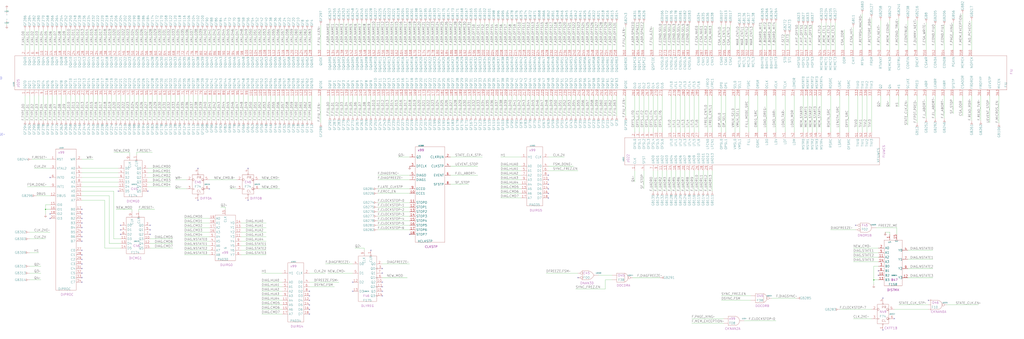
<source format=kicad_sch>
(kicad_sch (version 20230121) (generator eeschema)
  (paper "User" 1143 378.46)
  (title_block (title "FIU Main"))
  (junction (at 50.8 233.68))
  (junction (at 975.36 312.42))
  (no_connect (at 91.44 259.08))
  (no_connect (at 998.22 355.6))
  (no_connect (at 55.88 238.76))
  (no_connect (at 91.44 233.68))
  (no_connect (at 345.44 345.44))
  (no_connect (at 980.44 307.34))
  (no_connect (at 612.14 195.58))
  (no_connect (at 91.44 269.24))
  (no_connect (at 276.86 223.52))
  (no_connect (at 134.62 261.62))
  (no_connect (at 612.14 215.9))
  (no_connect (at 426.72 320.04))
  (no_connect (at 91.44 304.8))
  (no_connect (at 233.68 210.82))
  (no_connect (at 220.98 187.96))
  (no_connect (at 134.62 251.46))
  (no_connect (at 91.44 238.76))
  (no_connect (at 165.1 213.36))
  (no_connect (at 220.98 223.52))
  (no_connect (at 167.64 256.54))
  (no_connect (at 1036.32 335.28))
  (no_connect (at 645.16 309.88))
  (no_connect (at 91.44 294.64))
  (no_connect (at 91.44 243.84))
  (no_connect (at 985.52 332.74))
  (no_connect (at 276.86 187.96))
  (no_connect (at 91.44 248.92))
  (no_connect (at 345.44 325.12))
  (no_connect (at 426.72 299.72))
  (no_connect (at 414.02 279.4))
  (no_connect (at 345.44 340.36))
  (no_connect (at 426.72 304.8))
  (no_connect (at 426.72 325.12))
  (no_connect (at 91.44 289.56))
  (no_connect (at 980.44 302.26))
  (no_connect (at 393.7 325.12))
  (no_connect (at 134.62 256.54))
  (no_connect (at 55.88 198.12))
  (no_connect (at 612.14 205.74))
  (no_connect (at 167.64 261.62))
  (no_connect (at 345.44 335.28))
  (no_connect (at 91.44 254))
  (no_connect (at 457.2 261.62))
  (no_connect (at 132.08 213.36))
  (no_connect (at 91.44 284.48))
  (no_connect (at 955.04 251.46))
  (no_connect (at 91.44 299.72))
  (no_connect (at 426.72 314.96))
  (no_connect (at 985.52 368.3))
  (no_connect (at 91.44 279.4))
  (no_connect (at 612.14 200.66))
  (no_connect (at 91.44 309.88))
  (no_connect (at 345.44 350.52))
  (no_connect (at 612.14 210.82))
  (no_connect (at 393.7 314.96))
  (no_connect (at 55.88 243.84))
  (no_connect (at 167.64 251.46))
  (no_connect (at 612.14 220.98))
  (no_connect (at 345.44 330.2))
  (no_connect (at 91.44 314.96))
  (no_connect (at 91.44 264.16))
  (no_connect (at 426.72 330.2))
  (wire (pts (xy 627.38 129.54) (xy 627.38 106.68)))
  (wire (pts (xy 586.74 129.54) (xy 586.74 106.68)))
  (wire (pts (xy 281.94 33.02) (xy 281.94 55.88)))
  (wire (pts (xy 581.66 129.54) (xy 581.66 106.68)))
  (wire (pts (xy 124.46 33.02) (xy 124.46 55.88)))
  (wire (pts (xy 754.38 213.36) (xy 754.38 190.5)))
  (wire (pts (xy 43.18 134.62) (xy 43.18 106.68)))
  (wire (pts (xy 967.74 106.68) (xy 967.74 147.32)))
  (wire (pts (xy 485.14 129.54) (xy 485.14 106.68)))
  (wire (pts (xy 421.64 226.06) (xy 457.2 226.06)))
  (wire (pts (xy 414.02 25.4) (xy 414.02 55.88)))
  (wire (pts (xy 1013.46 289.56) (xy 1041.4 289.56)))
  (wire (pts (xy 332.74 33.02) (xy 332.74 55.88)))
  (wire (pts (xy 825.5 55.88) (xy 825.5 30.48)))
  (wire (pts (xy 251.46 231.14) (xy 251.46 233.68)))
  (wire (pts (xy 673.1 129.54) (xy 673.1 106.68)))
  (wire (pts (xy 165.1 33.02) (xy 165.1 55.88)))
  (wire (pts (xy 33.02 33.02) (xy 33.02 55.88)))
  (wire (pts (xy 152.4 170.18) (xy 170.18 170.18)))
  (wire (pts (xy 368.3 129.54) (xy 368.3 106.68)))
  (wire (pts (xy 449.58 25.4) (xy 449.58 55.88)))
  (wire (pts (xy 378.46 25.4) (xy 378.46 55.88)))
  (wire (pts (xy 815.34 55.88) (xy 815.34 27.94)))
  (wire (pts (xy 535.94 129.54) (xy 535.94 106.68)))
  (wire (pts (xy 678.18 129.54) (xy 678.18 106.68)))
  (wire (pts (xy 774.7 106.68) (xy 774.7 147.32)))
  (wire (pts (xy 429.26 129.54) (xy 429.26 106.68)))
  (wire (pts (xy 1074.42 129.54) (xy 1074.42 106.68)))
  (wire (pts (xy 622.3 25.4) (xy 622.3 55.88)))
  (wire (pts (xy 530.86 25.4) (xy 530.86 55.88)))
  (wire (pts (xy 607.06 129.54) (xy 607.06 106.68)))
  (wire (pts (xy 180.34 33.02) (xy 180.34 55.88)))
  (wire (pts (xy 490.22 25.4) (xy 490.22 55.88)))
  (wire (pts (xy 99.06 33.02) (xy 99.06 55.88)))
  (wire (pts (xy 734.06 213.36) (xy 734.06 190.5)))
  (wire (pts (xy 195.58 200.66) (xy 208.28 200.66)))
  (wire (pts (xy 993.14 261.62) (xy 993.14 259.08)))
  (wire (pts (xy 688.34 129.54) (xy 688.34 106.68)))
  (wire (pts (xy 226.06 134.62) (xy 226.06 106.68)))
  (wire (pts (xy 728.98 106.68) (xy 728.98 147.32)))
  (wire (pts (xy 347.98 33.02) (xy 347.98 55.88)))
  (wire (pts (xy 556.26 25.4) (xy 556.26 55.88)))
  (wire (pts (xy 942.34 55.88) (xy 942.34 33.02)))
  (wire (pts (xy 378.46 129.54) (xy 378.46 106.68)))
  (wire (pts (xy 246.38 231.14) (xy 251.46 231.14)))
  (wire (pts (xy 154.94 33.02) (xy 154.94 55.88)))
  (wire (pts (xy 662.94 129.54) (xy 662.94 106.68)))
  (wire (pts (xy 759.46 213.36) (xy 759.46 190.5)))
  (wire (pts (xy 683.26 25.4) (xy 683.26 55.88)))
  (wire (pts (xy 1023.62 55.88) (xy 1023.62 22.86)))
  (wire (pts (xy 861.06 55.88) (xy 861.06 25.4)))
  (wire (pts (xy 500.38 129.54) (xy 500.38 106.68)))
  (wire (pts (xy 972.82 55.88) (xy 972.82 20.32)))
  (wire (pts (xy 784.86 213.36) (xy 784.86 190.5)))
  (wire (pts (xy 668.02 307.34) (xy 683.26 307.34)))
  (wire (pts (xy 546.1 25.4) (xy 546.1 55.88)))
  (wire (pts (xy 383.54 129.54) (xy 383.54 106.68)))
  (wire (pts (xy 104.14 33.02) (xy 104.14 55.88)))
  (wire (pts (xy 165.1 203.2) (xy 190.5 203.2)))
  (wire (pts (xy 769.62 55.88) (xy 769.62 27.94)))
  (wire (pts (xy 205.74 254) (xy 233.68 254)))
  (wire (pts (xy 421.64 246.38) (xy 457.2 246.38)))
  (wire (pts (xy 490.22 129.54) (xy 490.22 106.68)))
  (wire (pts (xy 937.26 106.68) (xy 937.26 147.32)))
  (wire (pts (xy 421.64 236.22) (xy 457.2 236.22)))
  (wire (pts (xy 205.74 248.92) (xy 233.68 248.92)))
  (wire (pts (xy 302.26 33.02) (xy 302.26 55.88)))
  (wire (pts (xy 144.78 172.72) (xy 144.78 170.18)))
  (wire (pts (xy 561.34 129.54) (xy 561.34 106.68)))
  (wire (pts (xy 167.64 266.7) (xy 193.04 266.7)))
  (wire (pts (xy 464.82 25.4) (xy 464.82 55.88)))
  (wire (pts (xy 170.18 33.02) (xy 170.18 55.88)))
  (wire (pts (xy 561.34 25.4) (xy 561.34 55.88)))
  (wire (pts (xy 287.02 134.62) (xy 287.02 106.68)))
  (wire (pts (xy 688.34 25.4) (xy 688.34 55.88)))
  (wire (pts (xy 734.06 106.68) (xy 734.06 147.32)))
  (wire (pts (xy 104.14 134.62) (xy 104.14 106.68)))
  (wire (pts (xy 789.94 55.88) (xy 789.94 27.94)))
  (wire (pts (xy 165.1 193.04) (xy 190.5 193.04)))
  (wire (pts (xy 345.44 314.96) (xy 378.46 314.96)))
  (wire (pts (xy 855.98 106.68) (xy 855.98 147.32)))
  (wire (pts (xy 398.78 25.4) (xy 398.78 55.88)))
  (wire (pts (xy 165.1 187.96) (xy 190.5 187.96)))
  (wire (pts (xy 7.62 25.4) (xy 7.62 27.94)))
  (wire (pts (xy 345.44 304.8) (xy 363.22 304.8)))
  (wire (pts (xy 558.8 195.58) (xy 581.66 195.58)))
  (wire (pts (xy 231.14 134.62) (xy 231.14 106.68)))
  (wire (pts (xy 617.22 25.4) (xy 617.22 55.88)))
  (wire (pts (xy 1013.46 309.88) (xy 1041.4 309.88)))
  (wire (pts (xy 922.02 55.88) (xy 922.02 25.4)))
  (wire (pts (xy 840.74 55.88) (xy 840.74 30.48)))
  (wire (pts (xy 571.5 25.4) (xy 571.5 55.88)))
  (wire (pts (xy 396.24 276.86) (xy 406.4 276.86)))
  (wire (pts (xy 205.74 134.62) (xy 205.74 106.68)))
  (wire (pts (xy 134.62 33.02) (xy 134.62 55.88)))
  (wire (pts (xy 850.9 55.88) (xy 850.9 25.4)))
  (wire (pts (xy 744.22 213.36) (xy 744.22 190.5)))
  (wire (pts (xy 708.66 203.2) (xy 708.66 190.5)))
  (wire (pts (xy 454.66 25.4) (xy 454.66 55.88)))
  (wire (pts (xy 337.82 33.02) (xy 337.82 55.88)))
  (wire (pts (xy 276.86 33.02) (xy 276.86 55.88)))
  (wire (pts (xy 73.66 33.02) (xy 73.66 55.88)))
  (wire (pts (xy 337.82 134.62) (xy 337.82 106.68)))
  (wire (pts (xy 591.82 129.54) (xy 591.82 106.68)))
  (wire (pts (xy 289.56 210.82) (xy 312.42 210.82)))
  (wire (pts (xy 421.64 200.66) (xy 457.2 200.66)))
  (wire (pts (xy 256.54 210.82) (xy 264.16 210.82)))
  (wire (pts (xy 205.74 264.16) (xy 233.68 264.16)))
  (wire (pts (xy 43.18 33.02) (xy 43.18 55.88)))
  (wire (pts (xy 835.66 106.68) (xy 835.66 147.32)))
  (wire (pts (xy 342.9 33.02) (xy 342.9 55.88)))
  (wire (pts (xy 127 213.36) (xy 127 266.7)))
  (wire (pts (xy 622.3 129.54) (xy 622.3 106.68)))
  (wire (pts (xy 739.14 213.36) (xy 739.14 190.5)))
  (wire (pts (xy 706.12 309.88) (xy 736.6 309.88)))
  (wire (pts (xy 739.14 106.68) (xy 739.14 147.32)))
  (wire (pts (xy 718.82 106.68) (xy 718.82 147.32)))
  (wire (pts (xy 292.1 335.28) (xy 314.96 335.28)))
  (wire (pts (xy 195.58 210.82) (xy 208.28 210.82)))
  (wire (pts (xy 261.62 33.02) (xy 261.62 55.88)))
  (wire (pts (xy 91.44 203.2) (xy 132.08 203.2)))
  (wire (pts (xy 601.98 129.54) (xy 601.98 106.68)))
  (wire (pts (xy 444.5 129.54) (xy 444.5 106.68)))
  (wire (pts (xy 861.06 332.74) (xy 889 332.74)))
  (wire (pts (xy 708.66 25.4) (xy 708.66 55.88)))
  (wire (pts (xy 91.44 213.36) (xy 127 213.36)))
  (wire (pts (xy 78.74 134.62) (xy 78.74 106.68)))
  (wire (pts (xy 1013.46 139.7) (xy 1013.46 106.68)))
  (wire (pts (xy 167.64 271.78) (xy 193.04 271.78)))
  (wire (pts (xy 830.58 55.88) (xy 830.58 30.48)))
  (wire (pts (xy 114.3 33.02) (xy 114.3 55.88)))
  (wire (pts (xy 414.02 129.54) (xy 414.02 106.68)))
  (wire (pts (xy 426.72 294.64) (xy 457.2 294.64)))
  (wire (pts (xy 551.18 129.54) (xy 551.18 106.68)))
  (wire (pts (xy 91.44 208.28) (xy 132.08 208.28)))
  (wire (pts (xy 454.66 129.54) (xy 454.66 106.68)))
  (wire (pts (xy 698.5 106.68) (xy 698.5 129.54)))
  (wire (pts (xy 551.18 25.4) (xy 551.18 55.88)))
  (wire (pts (xy 231.14 33.02) (xy 231.14 55.88)))
  (wire (pts (xy 226.06 33.02) (xy 226.06 55.88)))
  (wire (pts (xy 408.94 129.54) (xy 408.94 106.68)))
  (wire (pts (xy 558.8 185.42) (xy 581.66 185.42)))
  (wire (pts (xy 63.5 134.62) (xy 63.5 106.68)))
  (wire (pts (xy 1054.1 55.88) (xy 1054.1 27.94)))
  (wire (pts (xy 119.38 33.02) (xy 119.38 55.88)))
  (wire (pts (xy 601.98 25.4) (xy 601.98 55.88)))
  (wire (pts (xy 27.94 134.62) (xy 27.94 106.68)))
  (wire (pts (xy 38.1 134.62) (xy 38.1 106.68)))
  (wire (pts (xy 403.86 25.4) (xy 403.86 55.88)))
  (wire (pts (xy 982.98 119.38) (xy 982.98 106.68)))
  (wire (pts (xy 7.62 10.16) (xy 7.62 12.7)))
  (wire (pts (xy 419.1 25.4) (xy 419.1 55.88)))
  (wire (pts (xy 421.64 256.54) (xy 457.2 256.54)))
  (wire (pts (xy 855.98 55.88) (xy 855.98 25.4)))
  (wire (pts (xy 292.1 330.2) (xy 314.96 330.2)))
  (wire (pts (xy 566.42 129.54) (xy 566.42 106.68)))
  (wire (pts (xy 728.98 213.36) (xy 728.98 190.5)))
  (wire (pts (xy 149.86 33.02) (xy 149.86 55.88)))
  (wire (pts (xy 652.78 25.4) (xy 652.78 55.88)))
  (wire (pts (xy 759.46 55.88) (xy 759.46 27.94)))
  (wire (pts (xy 906.78 106.68) (xy 906.78 147.32)))
  (wire (pts (xy 1033.78 132.08) (xy 1033.78 106.68)))
  (wire (pts (xy 165.1 134.62) (xy 165.1 106.68)))
  (wire (pts (xy 535.94 25.4) (xy 535.94 55.88)))
  (wire (pts (xy 434.34 129.54) (xy 434.34 106.68)))
  (wire (pts (xy 480.06 129.54) (xy 480.06 106.68)))
  (wire (pts (xy 358.14 106.68) (xy 358.14 137.16)))
  (wire (pts (xy 269.24 248.92) (xy 297.18 248.92)))
  (wire (pts (xy 769.62 106.68) (xy 769.62 147.32)))
  (wire (pts (xy 421.64 251.46) (xy 457.2 251.46)))
  (wire (pts (xy 759.46 106.68) (xy 759.46 147.32)))
  (wire (pts (xy 566.42 25.4) (xy 566.42 55.88)))
  (wire (pts (xy 632.46 25.4) (xy 632.46 55.88)))
  (wire (pts (xy 220.98 33.02) (xy 220.98 55.88)))
  (wire (pts (xy 144.78 33.02) (xy 144.78 55.88)))
  (wire (pts (xy 154.94 233.68) (xy 172.72 233.68)))
  (wire (pts (xy 662.94 25.4) (xy 662.94 55.88)))
  (wire (pts (xy 149.86 134.62) (xy 149.86 106.68)))
  (wire (pts (xy 657.86 129.54) (xy 657.86 106.68)))
  (wire (pts (xy 1094.74 134.62) (xy 1094.74 106.68)))
  (wire (pts (xy 502.92 205.74) (xy 523.24 205.74)))
  (wire (pts (xy 91.44 223.52) (xy 116.84 223.52)))
  (wire (pts (xy 502.92 185.42) (xy 533.4 185.42)))
  (wire (pts (xy 48.26 134.62) (xy 48.26 106.68)))
  (wire (pts (xy 297.18 33.02) (xy 297.18 55.88)))
  (wire (pts (xy 241.3 33.02) (xy 241.3 55.88)))
  (wire (pts (xy 1003.3 55.88) (xy 1003.3 20.32)))
  (wire (pts (xy 805.18 335.28) (xy 838.2 335.28)))
  (wire (pts (xy 795.02 213.36) (xy 795.02 190.5)))
  (wire (pts (xy 292.1 345.44) (xy 314.96 345.44)))
  (wire (pts (xy 365.76 304.8) (xy 393.7 304.8)))
  (wire (pts (xy 876.3 106.68) (xy 876.3 147.32)))
  (wire (pts (xy 480.06 25.4) (xy 480.06 55.88)))
  (wire (pts (xy 774.7 213.36) (xy 774.7 190.5)))
  (wire (pts (xy 612.14 129.54) (xy 612.14 106.68)))
  (wire (pts (xy 525.78 129.54) (xy 525.78 106.68)))
  (wire (pts (xy 271.78 134.62) (xy 271.78 106.68)))
  (wire (pts (xy 805.18 330.2) (xy 838.2 330.2)))
  (wire (pts (xy 1043.94 55.88) (xy 1043.94 27.94)))
  (wire (pts (xy 170.18 134.62) (xy 170.18 106.68)))
  (wire (pts (xy 617.22 129.54) (xy 617.22 106.68)))
  (wire (pts (xy 541.02 129.54) (xy 541.02 106.68)))
  (wire (pts (xy 205.74 269.24) (xy 233.68 269.24)))
  (wire (pts (xy 546.1 129.54) (xy 546.1 106.68)))
  (wire (pts (xy 426.72 309.88) (xy 454.66 309.88)))
  (wire (pts (xy 1013.46 55.88) (xy 1013.46 22.86)))
  (wire (pts (xy 558.8 215.9) (xy 581.66 215.9)))
  (wire (pts (xy 83.82 134.62) (xy 83.82 106.68)))
  (wire (pts (xy 119.38 134.62) (xy 119.38 106.68)))
  (wire (pts (xy 789.94 106.68) (xy 789.94 147.32)))
  (wire (pts (xy 327.66 134.62) (xy 327.66 106.68)))
  (wire (pts (xy 510.54 129.54) (xy 510.54 106.68)))
  (wire (pts (xy 754.38 106.68) (xy 754.38 147.32)))
  (wire (pts (xy 607.06 25.4) (xy 607.06 55.88)))
  (wire (pts (xy 205.74 279.4) (xy 233.68 279.4)))
  (wire (pts (xy 764.54 106.68) (xy 764.54 147.32)))
  (wire (pts (xy 276.86 134.62) (xy 276.86 106.68)))
  (wire (pts (xy 927.1 256.54) (xy 955.04 256.54)))
  (wire (pts (xy 50.8 233.68) (xy 50.8 228.6)))
  (wire (pts (xy 363.22 294.64) (xy 393.7 294.64)))
  (wire (pts (xy 292.1 320.04) (xy 314.96 320.04)))
  (wire (pts (xy 795.02 55.88) (xy 795.02 27.94)))
  (wire (pts (xy 515.62 129.54) (xy 515.62 106.68)))
  (wire (pts (xy 652.78 129.54) (xy 652.78 106.68)))
  (wire (pts (xy 220.98 134.62) (xy 220.98 106.68)))
  (wire (pts (xy 571.5 129.54) (xy 571.5 106.68)))
  (wire (pts (xy 83.82 33.02) (xy 83.82 55.88)))
  (wire (pts (xy 297.18 134.62) (xy 297.18 106.68)))
  (wire (pts (xy 502.92 195.58) (xy 533.4 195.58)))
  (wire (pts (xy 317.5 134.62) (xy 317.5 106.68)))
  (wire (pts (xy 91.44 187.96) (xy 132.08 187.96)))
  (wire (pts (xy 200.66 33.02) (xy 200.66 55.88)))
  (wire (pts (xy 464.82 129.54) (xy 464.82 106.68)))
  (wire (pts (xy 764.54 55.88) (xy 764.54 27.94)))
  (wire (pts (xy 678.18 25.4) (xy 678.18 55.88)))
  (wire (pts (xy 287.02 33.02) (xy 287.02 55.88)))
  (wire (pts (xy 779.78 55.88) (xy 779.78 27.94)))
  (wire (pts (xy 581.66 25.4) (xy 581.66 55.88)))
  (wire (pts (xy 1013.46 299.72) (xy 1041.4 299.72)))
  (wire (pts (xy 175.26 134.62) (xy 175.26 106.68)))
  (wire (pts (xy 271.78 33.02) (xy 271.78 55.88)))
  (wire (pts (xy 236.22 33.02) (xy 236.22 55.88)))
  (wire (pts (xy 53.34 134.62) (xy 53.34 106.68)))
  (wire (pts (xy 185.42 134.62) (xy 185.42 106.68)))
  (wire (pts (xy 713.74 25.4) (xy 713.74 55.88)))
  (wire (pts (xy 558.8 190.5) (xy 581.66 190.5)))
  (wire (pts (xy 1033.78 55.88) (xy 1033.78 25.4)))
  (wire (pts (xy 180.34 134.62) (xy 180.34 106.68)))
  (wire (pts (xy 373.38 25.4) (xy 373.38 55.88)))
  (wire (pts (xy 93.98 134.62) (xy 93.98 106.68)))
  (wire (pts (xy 779.78 106.68) (xy 779.78 147.32)))
  (wire (pts (xy 307.34 33.02) (xy 307.34 55.88)))
  (wire (pts (xy 993.14 55.88) (xy 993.14 22.86)))
  (wire (pts (xy 269.24 254) (xy 297.18 254)))
  (wire (pts (xy 627.38 25.4) (xy 627.38 55.88)))
  (wire (pts (xy 754.38 55.88) (xy 754.38 27.94)))
  (wire (pts (xy 281.94 134.62) (xy 281.94 106.68)))
  (wire (pts (xy 33.02 281.94) (xy 43.18 281.94)))
  (wire (pts (xy 952.5 287.02) (xy 980.44 287.02)))
  (wire (pts (xy 50.8 233.68) (xy 55.88 233.68)))
  (wire (pts (xy 596.9 129.54) (xy 596.9 106.68)))
  (wire (pts (xy 73.66 134.62) (xy 73.66 106.68)))
  (wire (pts (xy 744.22 55.88) (xy 744.22 27.94)))
  (wire (pts (xy 896.62 106.68) (xy 896.62 147.32)))
  (wire (pts (xy 957.58 106.68) (xy 957.58 147.32)))
  (wire (pts (xy 459.74 129.54) (xy 459.74 106.68)))
  (wire (pts (xy 58.42 134.62) (xy 58.42 106.68)))
  (wire (pts (xy 474.98 129.54) (xy 474.98 106.68)))
  (wire (pts (xy 33.02 297.18) (xy 45.72 297.18)))
  (wire (pts (xy 820.42 106.68) (xy 820.42 147.32)))
  (wire (pts (xy 1064.26 127) (xy 1064.26 106.68)))
  (wire (pts (xy 911.86 106.68) (xy 911.86 147.32)))
  (wire (pts (xy 246.38 33.02) (xy 246.38 55.88)))
  (wire (pts (xy 139.7 134.62) (xy 139.7 106.68)))
  (wire (pts (xy 998.22 345.44) (xy 1036.32 345.44)))
  (wire (pts (xy 236.22 134.62) (xy 236.22 106.68)))
  (wire (pts (xy 675.64 322.58) (xy 642.62 322.58)))
  (wire (pts (xy 591.82 25.4) (xy 591.82 55.88)))
  (wire (pts (xy 322.58 134.62) (xy 322.58 106.68)))
  (wire (pts (xy 937.26 345.44) (xy 972.82 345.44)))
  (wire (pts (xy 713.74 106.68) (xy 713.74 147.32)))
  (wire (pts (xy 1084.58 134.62) (xy 1084.58 106.68)))
  (wire (pts (xy 520.7 25.4) (xy 520.7 55.88)))
  (wire (pts (xy 210.82 134.62) (xy 210.82 106.68)))
  (wire (pts (xy 642.62 25.4) (xy 642.62 55.88)))
  (wire (pts (xy 668.02 129.54) (xy 668.02 106.68)))
  (wire (pts (xy 772.16 360.68) (xy 807.72 360.68)))
  (wire (pts (xy 558.8 175.26) (xy 581.66 175.26)))
  (wire (pts (xy 510.54 25.4) (xy 510.54 55.88)))
  (wire (pts (xy 269.24 274.32) (xy 297.18 274.32)))
  (wire (pts (xy 421.64 195.58) (xy 457.2 195.58)))
  (wire (pts (xy 347.98 134.62) (xy 347.98 106.68)))
  (wire (pts (xy 269.24 264.16) (xy 297.18 264.16)))
  (wire (pts (xy 205.74 33.02) (xy 205.74 55.88)))
  (wire (pts (xy 830.58 358.14) (xy 866.14 358.14)))
  (wire (pts (xy 266.7 33.02) (xy 266.7 55.88)))
  (wire (pts (xy 322.58 33.02) (xy 322.58 55.88)))
  (wire (pts (xy 215.9 134.62) (xy 215.9 106.68)))
  (wire (pts (xy 91.44 193.04) (xy 132.08 193.04)))
  (wire (pts (xy 474.98 25.4) (xy 474.98 55.88)))
  (wire (pts (xy 769.62 213.36) (xy 769.62 190.5)))
  (wire (pts (xy 129.54 33.02) (xy 129.54 55.88)))
  (wire (pts (xy 327.66 33.02) (xy 327.66 55.88)))
  (wire (pts (xy 421.64 215.9) (xy 457.2 215.9)))
  (wire (pts (xy 586.74 25.4) (xy 586.74 55.88)))
  (wire (pts (xy 78.74 33.02) (xy 78.74 55.88)))
  (wire (pts (xy 675.64 312.42) (xy 675.64 322.58)))
  (wire (pts (xy 647.7 129.54) (xy 647.7 106.68)))
  (wire (pts (xy 906.78 55.88) (xy 906.78 27.94)))
  (wire (pts (xy 109.22 134.62) (xy 109.22 106.68)))
  (wire (pts (xy 292.1 304.8) (xy 314.96 304.8)))
  (wire (pts (xy 256.54 33.02) (xy 256.54 55.88)))
  (wire (pts (xy 269.24 284.48) (xy 297.18 284.48)))
  (wire (pts (xy 368.3 25.4) (xy 368.3 55.88)))
  (wire (pts (xy 215.9 33.02) (xy 215.9 55.88)))
  (wire (pts (xy 739.14 55.88) (xy 739.14 27.94)))
  (wire (pts (xy 27.94 33.02) (xy 27.94 55.88)))
  (wire (pts (xy 419.1 129.54) (xy 419.1 106.68)))
  (wire (pts (xy 160.02 134.62) (xy 160.02 106.68)))
  (wire (pts (xy 505.46 129.54) (xy 505.46 106.68)))
  (wire (pts (xy 144.78 170.18) (xy 127 170.18)))
  (wire (pts (xy 459.74 25.4) (xy 459.74 55.88)))
  (wire (pts (xy 154.94 233.68) (xy 154.94 236.22)))
  (wire (pts (xy 38.1 33.02) (xy 38.1 55.88)))
  (wire (pts (xy 160.02 33.02) (xy 160.02 55.88)))
  (wire (pts (xy 866.14 55.88) (xy 866.14 25.4)))
  (wire (pts (xy 35.56 177.8) (xy 55.88 177.8)))
  (wire (pts (xy 609.6 304.8) (xy 645.16 304.8)))
  (wire (pts (xy 91.44 177.8) (xy 104.14 177.8)))
  (wire (pts (xy 58.42 33.02) (xy 58.42 55.88)))
  (wire (pts (xy 292.1 314.96) (xy 314.96 314.96)))
  (wire (pts (xy 1003.3 340.36) (xy 1036.32 340.36)))
  (wire (pts (xy 139.7 33.02) (xy 139.7 55.88)))
  (wire (pts (xy 129.54 134.62) (xy 129.54 106.68)))
  (wire (pts (xy 292.1 350.52) (xy 314.96 350.52)))
  (wire (pts (xy 195.58 134.62) (xy 195.58 106.68)))
  (wire (pts (xy 50.8 228.6) (xy 55.88 228.6)))
  (wire (pts (xy 530.86 129.54) (xy 530.86 106.68)))
  (wire (pts (xy 505.46 25.4) (xy 505.46 55.88)))
  (wire (pts (xy 292.1 340.36) (xy 314.96 340.36)))
  (wire (pts (xy 927.1 106.68) (xy 927.1 147.32)))
  (wire (pts (xy 642.62 129.54) (xy 642.62 106.68)))
  (wire (pts (xy 1064.26 55.88) (xy 1064.26 25.4)))
  (wire (pts (xy 810.26 106.68) (xy 810.26 147.32)))
  (wire (pts (xy 444.5 175.26) (xy 457.2 175.26)))
  (wire (pts (xy 673.1 25.4) (xy 673.1 55.88)))
  (wire (pts (xy 307.34 134.62) (xy 307.34 106.68)))
  (wire (pts (xy 795.02 106.68) (xy 795.02 147.32)))
  (wire (pts (xy 495.3 129.54) (xy 495.3 106.68)))
  (wire (pts (xy 121.92 218.44) (xy 121.92 271.78)))
  (wire (pts (xy 134.62 134.62) (xy 134.62 106.68)))
  (wire (pts (xy 683.26 129.54) (xy 683.26 106.68)))
  (wire (pts (xy 292.1 33.02) (xy 292.1 55.88)))
  (wire (pts (xy 289.56 200.66) (xy 312.42 200.66)))
  (wire (pts (xy 373.38 129.54) (xy 373.38 106.68)))
  (wire (pts (xy 144.78 134.62) (xy 144.78 106.68)))
  (wire (pts (xy 269.24 259.08) (xy 297.18 259.08)))
  (wire (pts (xy 805.18 55.88) (xy 805.18 27.94)))
  (wire (pts (xy 558.8 205.74) (xy 581.66 205.74)))
  (wire (pts (xy 40.64 218.44) (xy 55.88 218.44)))
  (wire (pts (xy 485.14 25.4) (xy 485.14 55.88)))
  (wire (pts (xy 449.58 129.54) (xy 449.58 106.68)))
  (wire (pts (xy 167.64 276.86) (xy 193.04 276.86)))
  (wire (pts (xy 952.5 355.6) (xy 972.82 355.6)))
  (wire (pts (xy 520.7 129.54) (xy 520.7 106.68)))
  (wire (pts (xy 596.9 25.4) (xy 596.9 55.88)))
  (wire (pts (xy 33.02 304.8) (xy 45.72 304.8)))
  (wire (pts (xy 495.3 25.4) (xy 495.3 55.88)))
  (wire (pts (xy 33.02 259.08) (xy 55.88 259.08)))
  (wire (pts (xy 116.84 276.86) (xy 134.62 276.86)))
  (wire (pts (xy 165.1 208.28) (xy 190.5 208.28)))
  (wire (pts (xy 302.26 134.62) (xy 302.26 106.68)))
  (wire (pts (xy 556.26 129.54) (xy 556.26 106.68)))
  (wire (pts (xy 205.74 274.32) (xy 233.68 274.32)))
  (wire (pts (xy 68.58 134.62) (xy 68.58 106.68)))
  (wire (pts (xy 1000.76 261.62) (xy 1000.76 254)))
  (wire (pts (xy 977.9 254) (xy 1000.76 254)))
  (wire (pts (xy 728.98 30.48) (xy 728.98 55.88)))
  (wire (pts (xy 38.1 187.96) (xy 55.88 187.96)))
  (wire (pts (xy 772.16 355.6) (xy 807.72 355.6)))
  (wire (pts (xy 749.3 213.36) (xy 749.3 190.5)))
  (wire (pts (xy 502.92 175.26) (xy 538.48 175.26)))
  (wire (pts (xy 668.02 25.4) (xy 668.02 55.88)))
  (wire (pts (xy 53.34 33.02) (xy 53.34 55.88)))
  (wire (pts (xy 251.46 33.02) (xy 251.46 55.88)))
  (wire (pts (xy 612.14 175.26) (xy 629.92 175.26)))
  (wire (pts (xy 835.66 55.88) (xy 835.66 30.48)))
  (wire (pts (xy 261.62 134.62) (xy 261.62 106.68)))
  (wire (pts (xy 632.46 129.54) (xy 632.46 106.68)))
  (wire (pts (xy 190.5 134.62) (xy 190.5 106.68)))
  (wire (pts (xy 190.5 33.02) (xy 190.5 55.88)))
  (wire (pts (xy 952.5 55.88) (xy 952.5 30.48)))
  (wire (pts (xy 312.42 33.02) (xy 312.42 55.88)))
  (wire (pts (xy 205.74 243.84) (xy 233.68 243.84)))
  (wire (pts (xy 576.58 129.54) (xy 576.58 106.68)))
  (wire (pts (xy 269.24 279.4) (xy 297.18 279.4)))
  (wire (pts (xy 434.34 25.4) (xy 434.34 55.88)))
  (wire (pts (xy 962.66 106.68) (xy 962.66 147.32)))
  (wire (pts (xy 723.9 106.68) (xy 723.9 147.32)))
  (wire (pts (xy 866.14 106.68) (xy 866.14 147.32)))
  (wire (pts (xy 789.94 213.36) (xy 789.94 190.5)))
  (wire (pts (xy 312.42 134.62) (xy 312.42 106.68)))
  (wire (pts (xy 469.9 129.54) (xy 469.9 106.68)))
  (wire (pts (xy 345.44 320.04) (xy 373.38 320.04)))
  (wire (pts (xy 398.78 129.54) (xy 398.78 106.68)))
  (wire (pts (xy 916.94 55.88) (xy 916.94 25.4)))
  (wire (pts (xy 558.8 210.82) (xy 581.66 210.82)))
  (wire (pts (xy 558.8 220.98) (xy 581.66 220.98)))
  (wire (pts (xy 63.5 33.02) (xy 63.5 55.88)))
  (wire (pts (xy 952.5 292.1) (xy 980.44 292.1)))
  (wire (pts (xy 406.4 279.4) (xy 406.4 276.86)))
  (wire (pts (xy 558.8 200.66) (xy 581.66 200.66)))
  (wire (pts (xy 332.74 134.62) (xy 332.74 106.68)))
  (wire (pts (xy 515.62 25.4) (xy 515.62 55.88)))
  (wire (pts (xy 33.02 266.7) (xy 50.8 266.7)))
  (wire (pts (xy 68.58 33.02) (xy 68.58 55.88)))
  (wire (pts (xy 980.44 297.18) (xy 975.36 297.18)))
  (wire (pts (xy 246.38 134.62) (xy 246.38 106.68)))
  (wire (pts (xy 683.26 312.42) (xy 675.64 312.42)))
  (wire (pts (xy 975.36 312.42) (xy 975.36 317.5)))
  (wire (pts (xy 205.74 259.08) (xy 233.68 259.08)))
  (wire (pts (xy 116.84 223.52) (xy 116.84 276.86)))
  (wire (pts (xy 1056.64 340.36) (xy 1092.2 340.36)))
  (wire (pts (xy 901.7 106.68) (xy 901.7 147.32)))
  (wire (pts (xy 233.68 200.66) (xy 264.16 200.66)))
  (wire (pts (xy 901.7 55.88) (xy 901.7 27.94)))
  (wire (pts (xy 33.02 312.42) (xy 45.72 312.42)))
  (wire (pts (xy 825.5 106.68) (xy 825.5 147.32)))
  (wire (pts (xy 424.18 129.54) (xy 424.18 106.68)))
  (wire (pts (xy 637.54 25.4) (xy 637.54 55.88)))
  (wire (pts (xy 121.92 271.78) (xy 134.62 271.78)))
  (wire (pts (xy 421.64 210.82) (xy 457.2 210.82)))
  (wire (pts (xy 408.94 25.4) (xy 408.94 55.88)))
  (wire (pts (xy 993.14 119.38) (xy 993.14 106.68)))
  (wire (pts (xy 127 266.7) (xy 134.62 266.7)))
  (wire (pts (xy 779.78 213.36) (xy 779.78 190.5)))
  (wire (pts (xy 749.3 106.68) (xy 749.3 147.32)))
  (wire (pts (xy 647.7 25.4) (xy 647.7 55.88)))
  (wire (pts (xy 154.94 134.62) (xy 154.94 106.68)))
  (wire (pts (xy 469.9 25.4) (xy 469.9 55.88)))
  (wire (pts (xy 525.78 25.4) (xy 525.78 55.88)))
  (wire (pts (xy 891.54 55.88) (xy 891.54 27.94)))
  (wire (pts (xy 251.46 134.62) (xy 251.46 106.68)))
  (wire (pts (xy 637.54 129.54) (xy 637.54 106.68)))
  (wire (pts (xy 33.02 134.62) (xy 33.02 106.68)))
  (wire (pts (xy 1003.3 119.38) (xy 1003.3 106.68)))
  (wire (pts (xy 708.66 106.68) (xy 708.66 147.32)))
  (wire (pts (xy 1104.9 137.16) (xy 1104.9 106.68)))
  (wire (pts (xy 185.42 33.02) (xy 185.42 55.88)))
  (wire (pts (xy 200.66 134.62) (xy 200.66 106.68)))
  (wire (pts (xy 195.58 33.02) (xy 195.58 55.88)))
  (wire (pts (xy 266.7 134.62) (xy 266.7 106.68)))
  (wire (pts (xy 749.3 55.88) (xy 749.3 27.94)))
  (wire (pts (xy 657.86 25.4) (xy 657.86 55.88)))
  (wire (pts (xy 576.58 25.4) (xy 576.58 55.88)))
  (wire (pts (xy 165.1 198.12) (xy 190.5 198.12)))
  (wire (pts (xy 388.62 129.54) (xy 388.62 106.68)))
  (wire (pts (xy 500.38 25.4) (xy 500.38 55.88)))
  (wire (pts (xy 99.06 134.62) (xy 99.06 106.68)))
  (wire (pts (xy 916.94 106.68) (xy 916.94 147.32)))
  (wire (pts (xy 147.32 236.22) (xy 147.32 233.68)))
  (wire (pts (xy 241.3 134.62) (xy 241.3 106.68)))
  (wire (pts (xy 718.82 210.82) (xy 718.82 190.5)))
  (wire (pts (xy 342.9 134.62) (xy 342.9 106.68)))
  (wire (pts (xy 93.98 33.02) (xy 93.98 55.88)))
  (wire (pts (xy 292.1 325.12) (xy 314.96 325.12)))
  (wire (pts (xy 1013.46 279.4) (xy 1041.4 279.4)))
  (wire (pts (xy 317.5 33.02) (xy 317.5 55.88)))
  (wire (pts (xy 975.36 297.18) (xy 975.36 312.42)))
  (wire (pts (xy 952.5 281.94) (xy 980.44 281.94)))
  (wire (pts (xy 718.82 25.4) (xy 718.82 55.88)))
  (wire (pts (xy 927.1 55.88) (xy 927.1 25.4)))
  (wire (pts (xy 982.98 55.88) (xy 982.98 22.86)))
  (wire (pts (xy 393.7 25.4) (xy 393.7 55.88)))
  (wire (pts (xy 698.5 30.48) (xy 698.5 55.88)))
  (wire (pts (xy 1043.94 132.08) (xy 1043.94 106.68)))
  (wire (pts (xy 1115.06 137.16) (xy 1115.06 106.68)))
  (wire (pts (xy 175.26 33.02) (xy 175.26 55.88)))
  (wire (pts (xy 109.22 33.02) (xy 109.22 55.88)))
  (wire (pts (xy 256.54 134.62) (xy 256.54 106.68)))
  (wire (pts (xy 88.9 134.62) (xy 88.9 106.68)))
  (wire (pts (xy 129.54 233.68) (xy 147.32 233.68)))
  (wire (pts (xy 764.54 213.36) (xy 764.54 190.5)))
  (wire (pts (xy 980.44 312.42) (xy 975.36 312.42)))
  (wire (pts (xy 292.1 134.62) (xy 292.1 106.68)))
  (wire (pts (xy 429.26 25.4) (xy 429.26 55.88)))
  (wire (pts (xy 810.26 55.88) (xy 810.26 27.94)))
  (wire (pts (xy 1023.62 137.16) (xy 1023.62 106.68)))
  (wire (pts (xy 269.24 269.24) (xy 297.18 269.24)))
  (wire (pts (xy 541.02 25.4) (xy 541.02 55.88)))
  (wire (pts (xy 972.82 106.68) (xy 972.82 147.32)))
  (wire (pts (xy 393.7 129.54) (xy 393.7 106.68)))
  (wire (pts (xy 50.8 238.76) (xy 50.8 233.68)))
  (wire (pts (xy 91.44 198.12) (xy 132.08 198.12)))
  (wire (pts (xy 962.66 55.88) (xy 962.66 15.24)))
  (wire (pts (xy 205.74 284.48) (xy 233.68 284.48)))
  (wire (pts (xy 421.64 231.14) (xy 457.2 231.14)))
  (wire (pts (xy 1054.1 132.08) (xy 1054.1 106.68)))
  (wire (pts (xy 424.18 25.4) (xy 424.18 55.88)))
  (wire (pts (xy 1084.58 55.88) (xy 1084.58 22.86)))
  (wire (pts (xy 439.42 129.54) (xy 439.42 106.68)))
  (wire (pts (xy 388.62 25.4) (xy 388.62 55.88)))
  (wire (pts (xy 876.3 38.1) (xy 876.3 55.88)))
  (wire (pts (xy 612.14 190.5) (xy 645.16 190.5)))
  (wire (pts (xy 114.3 134.62) (xy 114.3 106.68)))
  (wire (pts (xy 612.14 185.42) (xy 640.08 185.42)))
  (wire (pts (xy 952.5 276.86) (xy 980.44 276.86)))
  (wire (pts (xy 358.14 27.94) (xy 358.14 55.88)))
  (wire (pts (xy 383.54 25.4) (xy 383.54 55.88)))
  (wire (pts (xy 30.48 208.28) (xy 55.88 208.28)))
  (wire (pts (xy 988.06 259.08) (xy 993.14 259.08)))
  (wire (pts (xy 845.82 106.68) (xy 845.82 147.32)))
  (wire (pts (xy 421.64 241.3) (xy 457.2 241.3)))
  (wire (pts (xy 88.9 33.02) (xy 88.9 55.88)))
  (wire (pts (xy 896.62 55.88) (xy 896.62 27.94)))
  (wire (pts (xy 947.42 106.68) (xy 947.42 147.32)))
  (wire (pts (xy 439.42 25.4) (xy 439.42 55.88)))
  (wire (pts (xy 210.82 33.02) (xy 210.82 55.88)))
  (wire (pts (xy 48.26 33.02) (xy 48.26 55.88)))
  (wire (pts (xy 805.18 106.68) (xy 805.18 147.32)))
  (wire (pts (xy 886.46 106.68) (xy 886.46 147.32)))
  (wire (pts (xy 612.14 25.4) (xy 612.14 55.88)))
  (wire (pts (xy 881.38 38.1) (xy 881.38 55.88)))
  (wire (pts (xy 932.18 55.88) (xy 932.18 25.4)))
  (wire (pts (xy 403.86 129.54) (xy 403.86 106.68)))
  (wire (pts (xy 152.4 170.18) (xy 152.4 172.72)))
  (wire (pts (xy 91.44 218.44) (xy 121.92 218.44)))
  (wire (pts (xy 444.5 25.4) (xy 444.5 55.88)))
  (wire (pts (xy 1074.42 55.88) (xy 1074.42 15.24)))
  (wire (pts (xy 784.86 55.88) (xy 784.86 27.94)))
  (wire (pts (xy 124.46 134.62) (xy 124.46 106.68)))
  (text "MAR_CONTROL_ENCODINGS\n0000   NOP\n0001   RESTORE_RDR\n0010   DISABLE_DUMMY_NEXT\n0011   RESERVED\n0100   RESTORE_MAR\n0101   RESTORE_MAR_REFRESH\n0110   INCREMENT_MAR\n0111   INCREMENT_MAR_IF_INCOMPLETE_MCYC\n1xxx   LOAD_MAR  SPACE~ = XXX" (at -101.6 330.2 0) (effects (font (size 2.54 2.54)) (justify left bottom)))
  (text "PAGE_STATE~ ENCODINGS\n(THESE SIGNALS ARE THE INVERSION OF THE TAGSTORE VALUES)\n00  LOADING\n01  READ_ONLY\n10  READ/WRITE\n11  INVALID" (at -139.7 373.38 0) (effects (font (size 2.54 2.54)) (justify left bottom)))
  (text "MAR SPACE ENCODINGS\n000  RESERVE\n001  CONTROL\n010  TYPE\n011  QUEUE\n100  DATA\n101  IMPORT\n110  CODE\n111  SYSTEM" (at -45.72 274.32 0) (effects (font (size 2.54 2.54)) (justify left bottom)))
  (text "MEM_CONTROL_CODES\n\n0000  PHYSICAL_MEM_WRITE\n0001  PHYSICAL_MEM_READ\n0010  LOGICAL_MEM_WRITE\n0011  LOGICAL_MEM_READ\n0100  COPY 0 TO 1 *\n0101  MEMORY_TO_TAGSTORE *\n0110  COPY 1 to 0 *\n0111  SET HIT FLIP FLOPS *\n1000  PHYSICAL TAG WRITE\n1001  PHYSICAL TAG READ\n1010  INITIALIZE MRU\n1011  LOGICAL TAG READ\n1100  NAME QUERY\n1101  LRU QUERY\n1110  AVAILABLE QUERY\n1111  IDLE\n\n* NOT GENERATED BY FIU BOARD" (at -60.96 88.9 0) (effects (font (size 2.54 2.54)) (justify left bottom)))
  (text "CSA_CONTROL_ENCODING\n\n000  LOAD_CONTROL_TOP\n001  START_POP_DOWN\n010  PUSH\n011  POP\n100  DECREMENT_BOTTOM\n101  INCREMENT_BOTTOM\n110  NO_CSA_CONTROL\n111  FINISH_POP_DOWN\n" (at -53.34 228.6 0) (effects (font (size 2.54 2.54)) (justify left bottom)))
  (text "FIU CONDITIONS\n60  MEM_EXCEPTION~\n61  PHYSICAL_LAST~\n62  WRITE_LAST\n63  CSA_HIT\n64  OFFSET_REGISTER_BIT0~\n65  CROSS_WORD_FIELD~\n66  NEAR_TOP_OF_PAGE\n67  REFRESH_MACRO_EVENT\n68  CONTROL_ADDRESS_OUT_OF_RANGE~\n69  SCAVENGER_HIT~\n6A  PAGE_CROSSING~\n6B  CACHE_MISS~\n6C  INCOMPLETE_MEMORY_CYCLE\n6D  MAR_MODIFIED\n6E  INCOMP_MCYC_FOR_PAGE_XING\n6F  MAR_WORD_EQUALS_ZERO~" (at -71.12 180.34 0) (effects (font (size 2.54 2.54)) (justify left bottom)))
  (label "FSM_DONE~" (at 617.22 185.42 0) (effects (font (size 2.54 2.54))))
  (label "F.TYPE.D20" (at 129.54 134.62 90) (effects (font (size 2.54 2.54))))
  (label "TIVI2" (at 967.74 142.24 90) (effects (font (size 2.54 2.54))))
  (label "Q2~" (at 982.98 119.38 90) (effects (font (size 2.54 2.54))))
  (label "DIAG.HUA3" (at 292.1 330.2 0) (effects (font (size 2.54 2.54))))
  (label "F.FIU.D34" (at 541.02 129.54 90) (effects (font (size 2.54 2.54))))
  (label "F.FIU.D50" (at 622.3 129.54 90) (effects (font (size 2.54 2.54))))
  (label "F.FIU.D32" (at 530.86 129.54 90) (effects (font (size 2.54 2.54))))
  (label "MEM_START0" (at 896.62 142.24 90) (effects (font (size 2.54 2.54))))
  (label "F.TYPE.D34" (at 200.66 134.62 90) (effects (font (size 2.54 2.54))))
  (label "F.ADR.NAME15" (at 444.5 50.8 90) (effects (font (size 2.54 2.54))))
  (label "DIAG.CMD0" (at 170.18 187.96 0) (effects (font (size 2.54 2.54))))
  (label "F.UADR1" (at 734.06 213.36 90) (effects (font (size 2.54 2.54))))
  (label "F.BOARD_HIT4" (at 866.14 50.8 90) (effects (font (size 2.54 2.54))))
  (label "F.VAL.D35" (at 205.74 50.8 90) (effects (font (size 2.54 2.54))))
  (label "F.FIU.D37" (at 556.26 129.54 90) (effects (font (size 2.54 2.54))))
  (label "F.TYPE.D36" (at 210.82 134.62 90) (effects (font (size 2.54 2.54))))
  (label "OFFS_LIT6" (at 739.14 142.24 90) (effects (font (size 2.54 2.54))))
  (label "LFL3" (at 764.54 142.24 90) (effects (font (size 2.54 2.54))))
  (label "NEW_CMD~" (at 365.76 304.8 0) (effects (font (size 2.54 2.54))))
  (label "DIAG.HUA0" (at 274.32 248.92 0) (effects (font (size 2.54 2.54))))
  (label "F.UADR0" (at 728.98 213.36 90) (effects (font (size 2.54 2.54))))
  (label "F.FIU_V.EN~" (at 358.14 50.8 90) (effects (font (size 2.54 2.54))))
  (label "F.TYPE.D21" (at 134.62 134.62 90) (effects (font (size 2.54 2.54))))
  (label "F.ADR.SPACE2" (at 718.82 50.8 90) (effects (font (size 2.54 2.54))))
  (label "LFL1" (at 754.38 142.24 90) (effects (font (size 2.54 2.54))))
  (label "F.TYPE.D46" (at 261.62 134.62 90) (effects (font (size 2.54 2.54))))
  (label "H1" (at 1003.3 119.38 90) (effects (font (size 2.54 2.54))))
  (label "F.TYPE.D45" (at 256.54 134.62 90) (effects (font (size 2.54 2.54))))
  (label "F.TYPE.D40" (at 231.14 134.62 90) (effects (font (size 2.54 2.54))))
  (label "FREEZE_ME" (at 980.44 254 0) (effects (font (size 2.54 2.54))))
  (label "F.ADR.NAME21" (at 474.98 50.8 90) (effects (font (size 2.54 2.54))))
  (label "F.FIU.D19" (at 464.82 129.54 90) (effects (font (size 2.54 2.54))))
  (label "F.PAGE_XING~" (at 772.16 355.6 0) (effects (font (size 2.54 2.54))))
  (label "F.EL_ABORT~" (at 508 195.58 0) (effects (font (size 2.54 2.54))))
  (label "DIAG.NSTATE2" (at 205.74 279.4 0) (effects (font (size 2.54 2.54))))
  (label "LENGTH_SRC" (at 937.26 142.24 90) (effects (font (size 2.54 2.54))))
  (label "CSA_CNTL0" (at 805.18 50.8 90) (effects (font (size 2.54 2.54))))
  (label "F.FIU.D40" (at 571.5 129.54 90) (effects (font (size 2.54 2.54))))
  (label "F.COND.SEL0" (at 739.14 50.8 90) (effects (font (size 2.54 2.54))))
  (label "F.TYPE.D6" (at 58.42 134.62 90) (effects (font (size 2.54 2.54))))
  (label "F.VAL.D53" (at 297.18 50.8 90) (effects (font (size 2.54 2.54))))
  (label "DIAG.CMD7" (at 558.8 220.98 0) (effects (font (size 2.54 2.54))))
  (label "F.UADR12" (at 789.94 213.36 90) (effects (font (size 2.54 2.54))))
  (label "F.TYPE.D8" (at 68.58 134.62 90) (effects (font (size 2.54 2.54))))
  (label "F.DIAGFREEZE~" (at 711.2 309.88 0) (effects (font (size 2.54 2.54))))
  (label "F.MCOND_TRUE~" (at 1003.3 50.8 90) (effects (font (size 2.54 2.54))))
  (label "F.ADR.OFFS1" (at 535.94 50.8 90) (effects (font (size 2.54 2.54))))
  (label "F.VAL.D26" (at 160.02 50.8 90) (effects (font (size 2.54 2.54))))
  (label "F.UADR11" (at 784.86 213.36 90) (effects (font (size 2.54 2.54))))
  (label "F.TYPE.D51" (at 287.02 134.62 90) (effects (font (size 2.54 2.54))))
  (label "DIAG.STATE1" (at 274.32 274.32 0) (effects (font (size 2.54 2.54))))
  (label "F.SET2" (at 876.3 50.8 90) (effects (font (size 2.54 2.54))))
  (label "F.TYPE.D55" (at 307.34 134.62 90) (effects (font (size 2.54 2.54))))
  (label "Q2~" (at 246.38 231.14 0) (effects (font (size 2.54 2.54))))
  (label "F.TYPE.D4" (at 48.26 134.62 90) (effects (font (size 2.54 2.54))))
  (label "Q4~" (at 38.1 312.42 0) (effects (font (size 2.54 2.54))))
  (label "F.UADR5" (at 754.38 213.36 90) (effects (font (size 2.54 2.54))))
  (label "F.ADR.NAME19" (at 464.82 50.8 90) (effects (font (size 2.54 2.54))))
  (label "NEW_CMD~" (at 952.5 276.86 0) (effects (font (size 2.54 2.54))))
  (label "CSA_OOR" (at 1074.42 129.54 90) (effects (font (size 2.54 2.54))))
  (label "F.L_ABORT~" (at 1033.78 132.08 90) (effects (font (size 2.54 2.54))))
  (label "LFL6" (at 779.78 142.24 90) (effects (font (size 2.54 2.54))))
  (label "F.FIU_A.EN~" (at 698.5 30.48 270) (effects (font (size 2.54 2.54))))
  (label "F.TYPE.D54" (at 302.26 134.62 90) (effects (font (size 2.54 2.54))))
  (label "F.FIU.D14" (at 439.42 129.54 90) (effects (font (size 2.54 2.54))))
  (label "DIAG.HUA3" (at 558.8 200.66 0) (effects (font (size 2.54 2.54))))
  (label "Q4~" (at 708.66 203.2 90) (effects (font (size 2.54 2.54))))
  (label "CLK.2X" (at 38.1 187.96 0) (effects (font (size 2.54 2.54))))
  (label "F.ADR.OFFS25" (at 657.86 50.8 90) (effects (font (size 2.54 2.54))))
  (label "F.ADR.NAME22" (at 480.06 50.8 90) (effects (font (size 2.54 2.54))))
  (label "LFREG_CNTL1" (at 795.02 142.24 90) (effects (font (size 2.54 2.54))))
  (label "F.TYPE.D60" (at 332.74 134.62 90) (effects (font (size 2.54 2.54))))
  (label "UEVENT_STOP" (at 508 185.42 0) (effects (font (size 2.54 2.54))))
  (label "RDATA_SRC" (at 927.1 142.24 90) (effects (font (size 2.54 2.54))))
  (label "F.FIU.D36" (at 551.18 129.54 90) (effects (font (size 2.54 2.54))))
  (label "DIAG.NSTATE0" (at 205.74 269.24 0) (effects (font (size 2.54 2.54))))
  (label "F.ADR.OFFS20" (at 632.46 50.8 90) (effects (font (size 2.54 2.54))))
  (label "F.ADR.OFFS27" (at 668.02 50.8 90) (effects (font (size 2.54 2.54))))
  (label "OFFS_LIT2" (at 718.82 142.24 90) (effects (font (size 2.54 2.54))))
  (label "F.VAL.D18" (at 119.38 50.8 90) (effects (font (size 2.54 2.54))))
  (label "F.TYPE.D50" (at 281.94 134.62 90) (effects (font (size 2.54 2.54))))
  (label "F.ADR.NAME3" (at 383.54 50.8 90) (effects (font (size 2.54 2.54))))
  (label "DFREEZE.FSM~" (at 609.6 304.8 0) (effects (font (size 2.54 2.54))))
  (label "F.VAL.D32" (at 190.5 50.8 90) (effects (font (size 2.54 2.54))))
  (label "F.COND.SEL6" (at 769.62 50.8 90) (effects (font (size 2.54 2.54))))
  (label "DIAG.NSTATE3" (at 1016 309.88 0) (effects (font (size 2.54 2.54))))
  (label "F.VAL.D30" (at 180.34 50.8 90) (effects (font (size 2.54 2.54))))
  (label "F.VAL.D62" (at 342.9 50.8 90) (effects (font (size 2.54 2.54))))
  (label "F.TYPE.D25" (at 154.94 134.62 90) (effects (font (size 2.54 2.54))))
  (label "CLK.2XE~" (at 952.5 355.6 0) (effects (font (size 2.54 2.54))))
  (label "Q3~" (at 38.1 304.8 0) (effects (font (size 2.54 2.54))))
  (label "SF_STOP" (at 1064.26 127 90) (effects (font (size 2.54 2.54))))
  (label "F.TYPE.D38" (at 220.98 134.62 90) (effects (font (size 2.54 2.54))))
  (label "CSA_OOR" (at 942.34 50.8 90) (effects (font (size 2.54 2.54))))
  (label "F.NO_PCHECK~" (at 1084.58 50.8 90) (effects (font (size 2.54 2.54))))
  (label "F.UADR6" (at 759.46 213.36 90) (effects (font (size 2.54 2.54))))
  (label "F.ADR.OFFS31" (at 688.34 50.8 90) (effects (font (size 2.54 2.54))))
  (label "F.TYPE.D53" (at 297.18 134.62 90) (effects (font (size 2.54 2.54))))
  (label "F.FIU.D5" (at 393.7 129.54 90) (effects (font (size 2.54 2.54))))
  (label "F.TYPE.D37" (at 215.9 134.62 90) (effects (font (size 2.54 2.54))))
  (label "DIAG.CMD3" (at 205.74 259.08 0) (effects (font (size 2.54 2.54))))
  (label "F.FIU.D62" (at 683.26 129.54 90) (effects (font (size 2.54 2.54))))
  (label "F.VAL.D11" (at 83.82 50.8 90) (effects (font (size 2.54 2.54))))
  (label "F.CSA_NVE1" (at 784.86 50.8 90) (effects (font (size 2.54 2.54))))
  (label "F.TYPE.D9" (at 73.66 134.62 90) (effects (font (size 2.54 2.54))))
  (label "F.FIU.D45" (at 596.9 129.54 90) (effects (font (size 2.54 2.54))))
  (label "OP_SEL0" (at 805.18 142.24 90) (effects (font (size 2.54 2.54))))
  (label "F.ADR.OFFS11" (at 586.74 50.8 90) (effects (font (size 2.54 2.54))))
  (label "CSA_CNTL2" (at 815.34 50.8 90) (effects (font (size 2.54 2.54))))
  (label "F.ADR.NAME4" (at 388.62 50.8 90) (effects (font (size 2.54 2.54))))
  (label "F.FIU.D18" (at 459.74 129.54 90) (effects (font (size 2.54 2.54))))
  (label "F.FIU.D0" (at 368.3 129.54 90) (effects (font (size 2.54 2.54))))
  (label "Q4~" (at 195.58 210.82 0) (effects (font (size 2.54 2.54))))
  (label "F.FIU.D63" (at 688.34 129.54 90) (effects (font (size 2.54 2.54))))
  (label "F.VAL.D42" (at 241.3 50.8 90) (effects (font (size 2.54 2.54))))
  (label "F.RESET~" (at 154.94 233.68 0) (effects (font (size 2.54 2.54))))
  (label "OFFS_LIT3" (at 723.9 142.24 90) (effects (font (size 2.54 2.54))))
  (label "F.ADR.SPACE0" (at 708.66 50.8 90) (effects (font (size 2.54 2.54))))
  (label "F.COND.SEL4" (at 759.46 50.8 90) (effects (font (size 2.54 2.54))))
  (label "LFL0" (at 749.3 142.24 90) (effects (font (size 2.54 2.54))))
  (label "DIAG.CMD5" (at 558.8 210.82 0) (effects (font (size 2.54 2.54))))
  (label "F.VAL.D27" (at 165.1 50.8 90) (effects (font (size 2.54 2.54))))
  (label "F.FIU.D10" (at 419.1 129.54 90) (effects (font (size 2.54 2.54))))
  (label "F.TYPE.D26" (at 160.02 134.62 90) (effects (font (size 2.54 2.54))))
  (label "F.ADR.OFFS23" (at 647.7 50.8 90) (effects (font (size 2.54 2.54))))
  (label "F.DIAGFREEZE~" (at 421.64 200.66 0) (effects (font (size 2.54 2.54))))
  (label "F.TYPE.D41" (at 236.22 134.62 90) (effects (font (size 2.54 2.54))))
  (label "F.VAL.D58" (at 322.58 50.8 90) (effects (font (size 2.54 2.54))))
  (label "F.ADR.NAME14" (at 439.42 50.8 90) (effects (font (size 2.54 2.54))))
  (label "F.CSA_NVE2" (at 789.94 50.8 90) (effects (font (size 2.54 2.54))))
  (label "F.TYPE.D62" (at 342.9 134.62 90) (effects (font (size 2.54 2.54))))
  (label "F.ADR.OFFS29" (at 678.18 50.8 90) (effects (font (size 2.54 2.54))))
  (label "SF_STOP" (at 508 205.74 0) (effects (font (size 2.54 2.54))))
  (label "Q2~" (at 396.24 276.86 0) (effects (font (size 2.54 2.54))))
  (label "F.VAL.D3" (at 43.18 50.8 90) (effects (font (size 2.54 2.54))))
  (label "F.COND.SEL2" (at 749.3 50.8 90) (effects (font (size 2.54 2.54))))
  (label "MAR_CNTL2" (at 835.66 50.8 90) (effects (font (size 2.54 2.54))))
  (label "DIAG.CMD2" (at 205.74 254 0) (effects (font (size 2.54 2.54))))
  (label "DIAG.HUA1" (at 292.1 320.04 0) (effects (font (size 2.54 2.54))))
  (label "F.ADR.OFFS0" (at 530.86 50.8 90) (effects (font (size 2.54 2.54))))
  (label "F.FIU.D24" (at 490.22 129.54 90) (effects (font (size 2.54 2.54))))
  (label "F.VAL.D34" (at 200.66 50.8 90) (effects (font (size 2.54 2.54))))
  (label "F.VAL.D6" (at 58.42 50.8 90) (effects (font (size 2.54 2.54))))
  (label "DIAG.CMD6" (at 558.8 215.9 0) (effects (font (size 2.54 2.54))))
  (label "F.TYPE.D1" (at 33.02 134.62 90) (effects (font (size 2.54 2.54))))
  (label "F.FIU_A.EN~" (at 728.98 50.8 90) (effects (font (size 2.54 2.54))))
  (label "F.ADR.NAME23" (at 485.14 50.8 90) (effects (font (size 2.54 2.54))))
  (label "F.ADR.OFFS5" (at 556.26 50.8 90) (effects (font (size 2.54 2.54))))
  (label "F.FIU.D7" (at 403.86 129.54 90) (effects (font (size 2.54 2.54))))
  (label "Q4~" (at 993.14 119.38 90) (effects (font (size 2.54 2.54))))
  (label "F.ADR.NAME13" (at 434.34 50.8 90) (effects (font (size 2.54 2.54))))
  (label "F.FIU_T.EN~" (at 358.14 114.3 270) (effects (font (size 2.54 2.54))))
  (label "F.COND.SEL1" (at 744.22 50.8 90) (effects (font (size 2.54 2.54))))
  (label "F.ADR.NAME25" (at 495.3 50.8 90) (effects (font (size 2.54 2.54))))
  (label "F.ADR.OFFS24" (at 652.78 50.8 90) (effects (font (size 2.54 2.54))))
  (label "F.FIU.D60" (at 673.1 129.54 90) (effects (font (size 2.54 2.54))))
  (label "DIAG.CMD4" (at 170.18 208.28 0) (effects (font (size 2.54 2.54))))
  (label "DIAG.CMD2" (at 170.18 198.12 0) (effects (font (size 2.54 2.54))))
  (label "F.FIU.D33" (at 535.94 129.54 90) (effects (font (size 2.54 2.54))))
  (label "F.TYPE.D44" (at 251.46 134.62 90) (effects (font (size 2.54 2.54))))
  (label "F.ADR.NAME11" (at 424.18 50.8 90) (effects (font (size 2.54 2.54))))
  (label "F.CLOCKSTOP~6" (at 421.64 256.54 0) (effects (font (size 2.54 2.54))))
  (label "F.VAL.D47" (at 266.7 50.8 90) (effects (font (size 2.54 2.54))))
  (label "F.MEM_EXCEPTION~" (at 1074.42 50.8 90) (effects (font (size 2.54 2.54))))
  (label "F.UADR13" (at 795.02 213.36 90) (effects (font (size 2.54 2.54))))
  (label "DIAG.HUA4" (at 558.8 205.74 0) (effects (font (size 2.54 2.54))))
  (label "F.MEM_EXCEPTION~" (at 772.16 360.68 0) (effects (font (size 2.54 2.54))))
  (label "LFL4" (at 769.62 142.24 90) (effects (font (size 2.54 2.54))))
  (label "F.VAL.D33" (at 195.58 50.8 90) (effects (font (size 2.54 2.54))))
  (label "DIAG.CMD5" (at 172.72 266.7 0) (effects (font (size 2.54 2.54))))
  (label "F.FIU.D44" (at 591.82 129.54 90) (effects (font (size 2.54 2.54))))
  (label "NEW_MOD" (at 129.54 233.68 0) (effects (font (size 2.54 2.54))))
  (label "F.VAL.D23" (at 144.78 50.8 90) (effects (font (size 2.54 2.54))))
  (label "F.ADR.OFFS18" (at 622.3 50.8 90) (effects (font (size 2.54 2.54))))
  (label "TIVI1" (at 962.66 142.24 90) (effects (font (size 2.54 2.54))))
  (label "WR~" (at 96.52 177.8 0) (effects (font (size 2.54 2.54))))
  (label "F.HIT_OFFS3" (at 906.78 50.8 90) (effects (font (size 2.54 2.54))))
  (label "F.ADR.NAME27" (at 505.46 50.8 90) (effects (font (size 2.54 2.54))))
  (label "DIAG.HUA1" (at 558.8 190.5 0) (effects (font (size 2.54 2.54))))
  (label "F.ADR.NAME26" (at 500.38 50.8 90) (effects (font (size 2.54 2.54))))
  (label "F.COND.SEL3" (at 754.38 50.8 90) (effects (font (size 2.54 2.54))))
  (label "F.TYPE.D13" (at 93.98 134.62 90) (effects (font (size 2.54 2.54))))
  (label "F.VAL.D2" (at 38.1 50.8 90) (effects (font (size 2.54 2.54))))
  (label "F.VAL.D7" (at 63.5 50.8 90) (effects (font (size 2.54 2.54))))
  (label "F.BOARD_HIT1" (at 850.9 50.8 90) (effects (font (size 2.54 2.54))))
  (label "LFREG_CNTL0" (at 789.94 142.24 90) (effects (font (size 2.54 2.54))))
  (label "F.ADR.NAME8" (at 408.94 50.8 90) (effects (font (size 2.54 2.54))))
  (label "F.MEM_CTL1" (at 922.02 50.8 90) (effects (font (size 2.54 2.54))))
  (label "H1" (at 38.1 281.94 0) (effects (font (size 2.54 2.54))))
  (label "WR~" (at 195.58 200.66 0) (effects (font (size 2.54 2.54))))
  (label "F.ADR.NAME16" (at 449.58 50.8 90) (effects (font (size 2.54 2.54))))
  (label "F.FPDT.PRED~" (at 1023.62 137.16 90) (effects (font (size 2.54 2.54))))
  (label "F.TYPE.D24" (at 149.86 134.62 90) (effects (font (size 2.54 2.54))))
  (label "F.HIT_OFFS2" (at 901.7 50.8 90) (effects (font (size 2.54 2.54))))
  (label "F.ADR.OFFS30" (at 683.26 50.8 90) (effects (font (size 2.54 2.54))))
  (label "DIAG.HUA2" (at 558.8 195.58 0) (effects (font (size 2.54 2.54))))
  (label "F.ADR.NAME6" (at 398.78 50.8 90) (effects (font (size 2.54 2.54))))
  (label "F.VAL.D17" (at 114.3 50.8 90) (effects (font (size 2.54 2.54))))
  (label "F.CLOCKSTOP~2" (at 421.64 236.22 0) (effects (font (size 2.54 2.54))))
  (label "F.FIU.D17" (at 454.66 129.54 90) (effects (font (size 2.54 2.54))))
  (label "F.FIU.D58" (at 662.94 129.54 90) (effects (font (size 2.54 2.54))))
  (label "F.TYPE.D63" (at 347.98 134.62 90) (effects (font (size 2.54 2.54))))
  (label "F.TYPE.D3" (at 43.18 134.62 90) (effects (font (size 2.54 2.54))))
  (label "DIAG.NSTATE0" (at 1016 279.4 0) (effects (font (size 2.54 2.54))))
  (label "LFL5" (at 774.7 142.24 90) (effects (font (size 2.54 2.54))))
  (label "DIAG.CMD6" (at 292.1 345.44 0) (effects (font (size 2.54 2.54))))
  (label "F.FIU.D22" (at 480.06 129.54 90) (effects (font (size 2.54 2.54))))
  (label "F.TYPE.D27" (at 165.1 134.62 90) (effects (font (size 2.54 2.54))))
  (label "VMUX_SEL0" (at 820.42 142.24 90) (effects (font (size 2.54 2.54))))
  (label "F.FIU.D30" (at 520.7 129.54 90) (effects (font (size 2.54 2.54))))
  (label "F.CLOCKSTOP~0" (at 421.64 226.06 0) (effects (font (size 2.54 2.54))))
  (label "F.FIU.D54" (at 642.62 129.54 90) (effects (font (size 2.54 2.54))))
  (label "LOAD_OREG~" (at 855.98 142.24 90) (effects (font (size 2.54 2.54))))
  (label "F.FIU.D51" (at 627.38 129.54 90) (effects (font (size 2.54 2.54))))
  (label "F.FIU.D1" (at 373.38 129.54 90) (effects (font (size 2.54 2.54))))
  (label "F.FIU.D9" (at 414.02 129.54 90) (effects (font (size 2.54 2.54))))
  (label "F.TYPE.D30" (at 180.34 134.62 90) (effects (font (size 2.54 2.54))))
  (label "F.VAL.D24" (at 149.86 50.8 90) (effects (font (size 2.54 2.54))))
  (label "F.FIU.D11" (at 424.18 129.54 90) (effects (font (size 2.54 2.54))))
  (label "F.EL_ABORT~" (at 1043.94 132.08 90) (effects (font (size 2.54 2.54))))
  (label "F.FIU.D57" (at 657.86 129.54 90) (effects (font (size 2.54 2.54))))
  (label "STATE_CLK.EN~" (at 1066.8 340.36 0) (effects (font (size 2.54 2.54))))
  (label "F.ADR.NAME18" (at 459.74 50.8 90) (effects (font (size 2.54 2.54))))
  (label "F.TYPE.D15" (at 104.14 134.62 90) (effects (font (size 2.54 2.54))))
  (label "F.FIU.D61" (at 678.18 129.54 90) (effects (font (size 2.54 2.54))))
  (label "F.VAL.D54" (at 302.26 50.8 90) (effects (font (size 2.54 2.54))))
  (label "F.CSA_HIT~" (at 952.5 50.8 90) (effects (font (size 2.54 2.54))))
  (label "F.FIU.D26" (at 500.38 129.54 90) (effects (font (size 2.54 2.54))))
  (label "F.ADR.NAME7" (at 403.86 50.8 90) (effects (font (size 2.54 2.54))))
  (label "F.ADR.NAME10" (at 419.1 50.8 90) (effects (font (size 2.54 2.54))))
  (label "F.CLOCKSTOP~0" (at 835.66 358.14 0) (effects (font (size 2.54 2.54))))
  (label "F.LATE_CLKSTP" (at 421.64 210.82 0) (effects (font (size 2.54 2.54))))
  (label "MEM_START1" (at 901.7 142.24 90) (effects (font (size 2.54 2.54))))
  (label "F.ADR.OFFS7" (at 566.42 50.8 90) (effects (font (size 2.54 2.54))))
  (label "OFFS_LIT4" (at 728.98 142.24 90) (effects (font (size 2.54 2.54))))
  (label "F.FIU.D56" (at 652.78 129.54 90) (effects (font (size 2.54 2.54))))
  (label "NEW_MOD" (at 431.8 309.88 0) (effects (font (size 2.54 2.54))))
  (label "F.CSA_NVE3" (at 795.02 50.8 90) (effects (font (size 2.54 2.54))))
  (label "F.ADR.NAME24" (at 490.22 50.8 90) (effects (font (size 2.54 2.54))))
  (label "F.ADR.NAME30" (at 520.7 50.8 90) (effects (font (size 2.54 2.54))))
  (label "F.DUMMY_NEXT~" (at 1023.62 50.8 90) (effects (font (size 2.54 2.54))))
  (label "F.MEM_CTL3" (at 932.18 50.8 90) (effects (font (size 2.54 2.54))))
  (label "F.FIU.D16" (at 449.58 129.54 90) (effects (font (size 2.54 2.54))))
  (label "F.CLOCKSTOP~5" (at 421.64 251.46 0) (effects (font (size 2.54 2.54))))
  (label "F.VAL.D57" (at 317.5 50.8 90) (effects (font (size 2.54 2.54))))
  (label "F.ADR.OFFS26" (at 662.94 50.8 90) (effects (font (size 2.54 2.54))))
  (label "F.UADR4" (at 749.3 213.36 90) (effects (font (size 2.54 2.54))))
  (label "F.FIU_F.EN~" (at 698.5 109.22 270) (effects (font (size 2.54 2.54))))
  (label "F.TYPE.D10" (at 78.74 134.62 90) (effects (font (size 2.54 2.54))))
  (label "F.VAL.D16" (at 109.22 50.8 90) (effects (font (size 2.54 2.54))))
  (label "F.ADR.OFFS21" (at 637.54 50.8 90) (effects (font (size 2.54 2.54))))
  (label "F.FIU.D48" (at 612.14 129.54 90) (effects (font (size 2.54 2.54))))
  (label "DIAG.CMD1" (at 170.18 193.04 0) (effects (font (size 2.54 2.54))))
  (label "F.RESET~" (at 35.56 177.8 0) (effects (font (size 2.54 2.54))))
  (label "F.VAL.D61" (at 337.82 50.8 90) (effects (font (size 2.54 2.54))))
  (label "DIAG.HUA3" (at 274.32 264.16 0) (effects (font (size 2.54 2.54))))
  (label "F.ADR.OFFS14" (at 601.98 50.8 90) (effects (font (size 2.54 2.54))))
  (label "F.TYPE.D42" (at 241.3 134.62 90) (effects (font (size 2.54 2.54))))
  (label "F.ADR.NAME12" (at 429.26 50.8 90) (effects (font (size 2.54 2.54))))
  (label "DIAG.CMD0" (at 205.74 243.84 0) (effects (font (size 2.54 2.54))))
  (label "F.TYPE.D57" (at 317.5 134.62 90) (effects (font (size 2.54 2.54))))
  (label "F.VAL.D38" (at 220.98 50.8 90) (effects (font (size 2.54 2.54))))
  (label "F.HIT_OFFS1" (at 896.62 50.8 90) (effects (font (size 2.54 2.54))))
  (label "F.ADR.NAME0" (at 368.3 50.8 90) (effects (font (size 2.54 2.54))))
  (label "MAR_CNTL3" (at 840.74 50.8 90) (effects (font (size 2.54 2.54))))
  (label "OP_SEL1" (at 810.26 142.24 90) (effects (font (size 2.54 2.54))))
  (label "DIAG.HUA2" (at 274.32 259.08 0) (effects (font (size 2.54 2.54))))
  (label "F.DIAGSYNC~" (at 421.64 195.58 0) (effects (font (size 2.54 2.54))))
  (label "F.VAL.D50" (at 281.94 50.8 90) (effects (font (size 2.54 2.54))))
  (label "F.VAL.D9" (at 73.66 50.8 90) (effects (font (size 2.54 2.54))))
  (label "F.VAL.D1" (at 33.02 50.8 90) (effects (font (size 2.54 2.54))))
  (label "F.ADR.OFFS10" (at 581.66 50.8 90) (effects (font (size 2.54 2.54))))
  (label "F.VAL.D55" (at 307.34 50.8 90) (effects (font (size 2.54 2.54))))
  (label "F.ADR.OFFS2" (at 541.02 50.8 90) (effects (font (size 2.54 2.54))))
  (label "F.BOARD_HIT2" (at 855.98 50.8 90) (effects (font (size 2.54 2.54))))
  (label "F.TYPE.D28" (at 170.18 134.62 90) (effects (font (size 2.54 2.54))))
  (label "F.FIU.D42" (at 581.66 129.54 90) (effects (font (size 2.54 2.54))))
  (label "F.VAL.D36" (at 210.82 50.8 90) (effects (font (size 2.54 2.54))))
  (label "UEVENT_STOP" (at 1104.9 137.16 90) (effects (font (size 2.54 2.54))))
  (label "F.COND.SEL5" (at 764.54 50.8 90) (effects (font (size 2.54 2.54))))
  (label "F.FIU.D31" (at 525.78 129.54 90) (effects (font (size 2.54 2.54))))
  (label "F.VAL.D41" (at 236.22 50.8 90) (effects (font (size 2.54 2.54))))
  (label "TIVI0" (at 957.58 142.24 90) (effects (font (size 2.54 2.54))))
  (label "F.FIU.D27" (at 505.46 129.54 90) (effects (font (size 2.54 2.54))))
  (label "DIAG.HUA2" (at 292.1 325.12 0) (effects (font (size 2.54 2.54))))
  (label "F.ADR.OFFS19" (at 627.38 50.8 90) (effects (font (size 2.54 2.54))))
  (label "F.COND.FIU1" (at 1054.1 50.8 90) (effects (font (size 2.54 2.54))))
  (label "SYNC_FREZ.EN" (at 805.18 330.2 0) (effects (font (size 2.54 2.54))))
  (label "F.ADR.NAME9" (at 414.02 50.8 90) (effects (font (size 2.54 2.54))))
  (label "F.VAL.D43" (at 246.38 50.8 90) (effects (font (size 2.54 2.54))))
  (label "NEW_CMD~" (at 292.1 200.66 0) (effects (font (size 2.54 2.54))))
  (label "DIAG.CMD6" (at 172.72 271.78 0) (effects (font (size 2.54 2.54))))
  (label "NEW_CMD.B~" (at 238.76 200.66 0) (effects (font (size 2.54 2.54))))
  (label "MAR_CNTL0" (at 825.5 50.8 90) (effects (font (size 2.54 2.54))))
  (label "F.TYPE.D18" (at 119.38 134.62 90) (effects (font (size 2.54 2.54))))
  (label "F.TYPE.D19" (at 124.46 134.62 90) (effects (font (size 2.54 2.54))))
  (label "SF_STOP" (at 718.82 210.82 90) (effects (font (size 2.54 2.54))))
  (label "F.TYPE.D39" (at 226.06 134.62 90) (effects (font (size 2.54 2.54))))
  (label "F.TYPE.D32" (at 190.5 134.62 90) (effects (font (size 2.54 2.54))))
  (label "F.FIU.D55" (at 647.7 129.54 90) (effects (font (size 2.54 2.54))))
  (label "FSM_DONE~" (at 30.48 208.28 0) (effects (font (size 2.54 2.54))))
  (label "F.VAL.D63" (at 347.98 50.8 90) (effects (font (size 2.54 2.54))))
  (label "DIAG.NSTATE2" (at 1016 299.72 0) (effects (font (size 2.54 2.54))))
  (label "F.VAL.D12" (at 88.9 50.8 90) (effects (font (size 2.54 2.54))))
  (label "F.TYPE.D56" (at 312.42 134.62 90) (effects (font (size 2.54 2.54))))
  (label "F.VAL.D59" (at 327.66 50.8 90) (effects (font (size 2.54 2.54))))
  (label "VMUX_SEL1" (at 825.5 142.24 90) (effects (font (size 2.54 2.54))))
  (label "F.VAL.D8" (at 68.58 50.8 90) (effects (font (size 2.54 2.54))))
  (label "F.FIU.D49" (at 617.22 129.54 90) (effects (font (size 2.54 2.54))))
  (label "F.FIU.D15" (at 444.5 129.54 90) (effects (font (size 2.54 2.54))))
  (label "DIAG.HUA0" (at 292.1 314.96 0) (effects (font (size 2.54 2.54))))
  (label "F.FIU.D59" (at 668.02 129.54 90) (effects (font (size 2.54 2.54))))
  (label "F.VAL.D39" (at 226.06 50.8 90) (effects (font (size 2.54 2.54))))
  (label "F.VAL.D44" (at 251.46 50.8 90) (effects (font (size 2.54 2.54))))
  (label "F.ADR.OFFS15" (at 607.06 50.8 90) (effects (font (size 2.54 2.54))))
  (label "F.VAL.D19" (at 124.46 50.8 90) (effects (font (size 2.54 2.54))))
  (label "F.ADR.NAME2" (at 378.46 50.8 90) (effects (font (size 2.54 2.54))))
  (label "F.VAL.D4" (at 48.26 50.8 90) (effects (font (size 2.54 2.54))))
  (label "DIAG.HUA4" (at 292.1 335.28 0) (effects (font (size 2.54 2.54))))
  (label "F.VAL.D22" (at 139.7 50.8 90) (effects (font (size 2.54 2.54))))
  (label "DSYNC.FSM" (at 805.18 335.28 0) (effects (font (size 2.54 2.54))))
  (label "OFFS_LIT0" (at 708.66 142.24 90) (effects (font (size 2.54 2.54))))
  (label "F.TYPE.D35" (at 205.74 134.62 90) (effects (font (size 2.54 2.54))))
  (label "F.TYPE.D12" (at 88.9 134.62 90) (effects (font (size 2.54 2.54))))
  (label "F.TYPE.D33" (at 195.58 134.62 90) (effects (font (size 2.54 2.54))))
  (label "F.READ_TVR~" (at 1094.74 134.62 90) (effects (font (size 2.54 2.54))))
  (label "F.TYPE.D43" (at 246.38 134.62 90) (effects (font (size 2.54 2.54))))
  (label "F.FIU.D23" (at 485.14 129.54 90) (effects (font (size 2.54 2.54))))
  (label "F.VAL.D21" (at 134.62 50.8 90) (effects (font (size 2.54 2.54))))
  (label "F.ADR.OFFS22" (at 642.62 50.8 90) (effects (font (size 2.54 2.54))))
  (label "F.BOARD_HIT3" (at 861.06 50.8 90) (effects (font (size 2.54 2.54))))
  (label "F.VAL.D5" (at 53.34 50.8 90) (effects (font (size 2.54 2.54))))
  (label "F.TYPE.D48" (at 271.78 134.62 90) (effects (font (size 2.54 2.54))))
  (label "CSA_CNTL1" (at 810.26 50.8 90) (effects (font (size 2.54 2.54))))
  (label "F.TYPE.D59" (at 327.66 134.62 90) (effects (font (size 2.54 2.54))))
  (label "STATE_CLK_STP~" (at 508 175.26 0) (effects (font (size 2.54 2.54))))
  (label "F.TYPE.D52" (at 292.1 134.62 90) (effects (font (size 2.54 2.54))))
  (label "F.FIU.D3" (at 383.54 129.54 90) (effects (font (size 2.54 2.54))))
  (label "F.TYPE.D11" (at 83.82 134.62 90) (effects (font (size 2.54 2.54))))
  (label "F.VAL.D45" (at 256.54 50.8 90) (effects (font (size 2.54 2.54))))
  (label "F.TYPE.D2" (at 38.1 134.62 90) (effects (font (size 2.54 2.54))))
  (label "H1" (at 292.1 304.8 0) (effects (font (size 2.54 2.54))))
  (label "F.UADR8" (at 769.62 213.36 90) (effects (font (size 2.54 2.54))))
  (label "F.TYPE.D16" (at 109.22 134.62 90) (effects (font (size 2.54 2.54))))
  (label "STATE_CLK.EN~" (at 1013.46 139.7 90) (effects (font (size 2.54 2.54))))
  (label "F.FIU.D53" (at 637.54 129.54 90) (effects (font (size 2.54 2.54))))
  (label "F.FIU.D47" (at 607.06 129.54 90) (effects (font (size 2.54 2.54))))
  (label "DIAG.CMD5" (at 292.1 340.36 0) (effects (font (size 2.54 2.54))))
  (label "F.COND.FIU0" (at 1043.94 50.8 90) (effects (font (size 2.54 2.54))))
  (label "F.ADR.NAME31" (at 525.78 50.8 90) (effects (font (size 2.54 2.54))))
  (label "F.VAL.D60" (at 332.74 50.8 90) (effects (font (size 2.54 2.54))))
  (label "CLK.2X" (at 38.1 266.7 0) (effects (font (size 2.54 2.54))))
  (label "F.ADR.NAME20" (at 469.9 50.8 90) (effects (font (size 2.54 2.54))))
  (label "F.VAL.D52" (at 292.1 50.8 90) (effects (font (size 2.54 2.54))))
  (label "F.FIU.D2" (at 378.46 129.54 90) (effects (font (size 2.54 2.54))))
  (label "OFFS_LIT1" (at 713.74 142.24 90) (effects (font (size 2.54 2.54))))
  (label "OFFS_SRC" (at 947.42 142.24 90) (effects (font (size 2.54 2.54))))
  (label "F.FIU.D52" (at 632.46 129.54 90) (effects (font (size 2.54 2.54))))
  (label "F.VAL.D37" (at 215.9 50.8 90) (effects (font (size 2.54 2.54))))
  (label "DIAGFREEZE~" (at 431.8 294.64 0) (effects (font (size 2.54 2.54))))
  (label "F.RESTORE_RDR~" (at 972.82 50.8 90) (effects (font (size 2.54 2.54))))
  (label "F.VAL.D10" (at 78.74 50.8 90) (effects (font (size 2.54 2.54))))
  (label "F.VAL.D20" (at 129.54 50.8 90) (effects (font (size 2.54 2.54))))
  (label "F.FIU.D41" (at 576.58 129.54 90) (effects (font (size 2.54 2.54))))
  (label "MEM_START4" (at 916.94 142.24 90) (effects (font (size 2.54 2.54))))
  (label "DIAGFREEZE~" (at 927.1 256.54 0) (effects (font (size 2.54 2.54))))
  (label "DBUS" (at 40.64 218.44 0) (effects (font (size 2.54 2.54))))
  (label "F.ADR.OFFS16" (at 612.14 50.8 90) (effects (font (size 2.54 2.54))))
  (label "F.FIU.D13" (at 434.34 129.54 90) (effects (font (size 2.54 2.54))))
  (label "MEM_START2" (at 906.78 142.24 90) (effects (font (size 2.54 2.54))))
  (label "F.FIU.D35" (at 546.1 129.54 90) (effects (font (size 2.54 2.54))))
  (label "CLK.2XE~" (at 38.1 259.08 0) (effects (font (size 2.54 2.54))))
  (label "F.FIU.D39" (at 566.42 129.54 90) (effects (font (size 2.54 2.54))))
  (label "F.ADR.OFFS13" (at 596.9 50.8 90) (effects (font (size 2.54 2.54))))
  (label "CLK.2X" (at 350.52 304.8 0) (effects (font (size 2.54 2.54))))
  (label "F.UADR7" (at 764.54 213.36 90) (effects (font (size 2.54 2.54))))
  (label "F.TYPE.D31" (at 185.42 134.62 90) (effects (font (size 2.54 2.54))))
  (label "LOAD_VAR~" (at 866.14 142.24 90) (effects (font (size 2.54 2.54))))
  (label "F.UADR3" (at 744.22 213.36 90) (effects (font (size 2.54 2.54))))
  (label "F.FIU.D38" (at 561.34 129.54 90) (effects (font (size 2.54 2.54))))
  (label "F.DIAGFREEZE~" (at 363.22 294.64 0) (effects (font (size 2.54 2.54))))
  (label "F.ADR.NAME17" (at 454.66 50.8 90) (effects (font (size 2.54 2.54))))
  (label "F.FIU.D8" (at 408.94 129.54 90) (effects (font (size 2.54 2.54))))
  (label "F.FIU.D29" (at 515.62 129.54 90) (effects (font (size 2.54 2.54))))
  (label "DIAG.CMD1" (at 205.74 248.92 0) (effects (font (size 2.54 2.54))))
  (label "F.ADR.NAME1" (at 373.38 50.8 90) (effects (font (size 2.54 2.54))))
  (label "F.FIU.D4" (at 388.62 129.54 90) (effects (font (size 2.54 2.54))))
  (label "F.ADR.OFFS17" (at 617.22 50.8 90) (effects (font (size 2.54 2.54))))
  (label "F.CSA_NVE0" (at 779.78 50.8 90) (effects (font (size 2.54 2.54))))
  (label "F.ADR.OFFS6" (at 561.34 50.8 90) (effects (font (size 2.54 2.54))))
  (label "DIAG.STATE1" (at 952.5 281.94 0) (effects (font (size 2.54 2.54))))
  (label "F.CSA_WRITE~" (at 1033.78 50.8 90) (effects (font (size 2.54 2.54))))
  (label "F.VAL.D31" (at 185.42 50.8 90) (effects (font (size 2.54 2.54))))
  (label "F.VAL.D13" (at 93.98 50.8 90) (effects (font (size 2.54 2.54))))
  (label "F.FIU.D20" (at 469.9 129.54 90) (effects (font (size 2.54 2.54))))
  (label "DIAG.CMD4" (at 205.74 264.16 0) (effects (font (size 2.54 2.54))))
  (label "F.ADR.OFFS9" (at 576.58 50.8 90) (effects (font (size 2.54 2.54))))
  (label "F.VAL.D15" (at 104.14 50.8 90) (effects (font (size 2.54 2.54))))
  (label "DIAG.NSTATE3" (at 205.74 284.48 0) (effects (font (size 2.54 2.54))))
  (label "DIAG.STATE2" (at 952.5 287.02 0) (effects (font (size 2.54 2.54))))
  (label "F.PAGE_XING~" (at 1064.26 50.8 90) (effects (font (size 2.54 2.54))))
  (label "F.TYPE.D14" (at 99.06 134.62 90) (effects (font (size 2.54 2.54))))
  (label "NEW_CMD" (at 127 170.18 0) (effects (font (size 2.54 2.54))))
  (label "STATE_CLK_STP~" (at 1003.3 340.36 0) (effects (font (size 2.54 2.54))))
  (label "F.TYPE.D7" (at 63.5 134.62 90) (effects (font (size 2.54 2.54))))
  (label "F.TYPE.D61" (at 337.82 134.62 90) (effects (font (size 2.54 2.54))))
  (label "F.UADR9" (at 774.7 213.36 90) (effects (font (size 2.54 2.54))))
  (label "F.VAL.D49" (at 276.86 50.8 90) (effects (font (size 2.54 2.54))))
  (label "DIAG.HUA1" (at 274.32 254 0) (effects (font (size 2.54 2.54))))
  (label "DSYNC.FSM" (at 350.52 320.04 0) (effects (font (size 2.54 2.54))))
  (label "F.TYPE.D5" (at 53.34 134.62 90) (effects (font (size 2.54 2.54))))
  (label "Q4~" (at 256.54 210.82 0) (effects (font (size 2.54 2.54))))
  (label "DIAG.NSTATE1" (at 1016 289.56 0) (effects (font (size 2.54 2.54))))
  (label "FILL_MODE_SRC" (at 835.66 142.24 90) (effects (font (size 2.54 2.54))))
  (label "LOAD_MDR" (at 886.46 142.24 90) (effects (font (size 2.54 2.54))))
  (label "F.CONTINUE~" (at 1013.46 50.8 90) (effects (font (size 2.54 2.54))))
  (label "DIAG.HUA0" (at 558.8 185.42 0) (effects (font (size 2.54 2.54))))
  (label "F.FIU.D21" (at 474.98 129.54 90) (effects (font (size 2.54 2.54))))
  (label "F.HIT_OFFS0" (at 891.54 50.8 90) (effects (font (size 2.54 2.54))))
  (label "SYNC_FREZ.EN" (at 617.22 190.5 0) (effects (font (size 2.54 2.54))))
  (label "OFFS_LIT5" (at 734.06 142.24 90) (effects (font (size 2.54 2.54))))
  (label "F.VAL.D51" (at 287.02 50.8 90) (effects (font (size 2.54 2.54))))
  (label "F.UADR2" (at 739.14 213.36 90) (effects (font (size 2.54 2.54))))
  (label "F.FIU.D6" (at 398.78 129.54 90) (effects (font (size 2.54 2.54))))
  (label "Q3~" (at 444.5 175.26 0) (effects (font (size 2.54 2.54))))
  (label "F.RTV_NEXT~" (at 982.98 50.8 90) (effects (font (size 2.54 2.54))))
  (label "F.FIU.D28" (at 510.54 129.54 90) (effects (font (size 2.54 2.54))))
  (label "MEM_START3" (at 911.86 142.24 90) (effects (font (size 2.54 2.54))))
  (label "F.MEM_COND~" (at 993.14 50.8 90) (effects (font (size 2.54 2.54))))
  (label "Q2~" (at 38.1 297.18 0) (effects (font (size 2.54 2.54))))
  (label "F.TYPE.D0" (at 27.94 134.62 90) (effects (font (size 2.54 2.54))))
  (label "MAR_CNTL1" (at 830.58 50.8 90) (effects (font (size 2.54 2.54))))
  (label "SYNC_FREZ.EN" (at 642.62 322.58 0) (effects (font (size 2.54 2.54))))
  (label "F.TYPE.D23" (at 144.78 134.62 90) (effects (font (size 2.54 2.54))))
  (label "DIAG.STATE3" (at 274.32 284.48 0) (effects (font (size 2.54 2.54))))
  (label "F.ADR.OFFS12" (at 591.82 50.8 90) (effects (font (size 2.54 2.54))))
  (label "DIAG.NSTATE1" (at 205.74 274.32 0) (effects (font (size 2.54 2.54))))
  (label "F.FIU.D12" (at 429.26 129.54 90) (effects (font (size 2.54 2.54))))
  (label "F.CLOCKSTOP~3" (at 421.64 241.3 0) (effects (font (size 2.54 2.54))))
  (label "F.TYPE.D17" (at 114.3 134.62 90) (effects (font (size 2.54 2.54))))
  (label "F.READ_RDR~" (at 1084.58 134.62 90) (effects (font (size 2.54 2.54))))
  (label "F.TYPE.D58" (at 322.58 134.62 90) (effects (font (size 2.54 2.54))))
  (label "F.TYPE.D29" (at 175.26 134.62 90) (effects (font (size 2.54 2.54))))
  (label "F.FIU.D46" (at 601.98 129.54 90) (effects (font (size 2.54 2.54))))
  (label "F.REFRSH_MACRO~" (at 962.66 50.8 90) (effects (font (size 2.54 2.54))))
  (label "F.ADR.OFFS4" (at 551.18 50.8 90) (effects (font (size 2.54 2.54))))
  (label "F.FIU.D25" (at 495.3 129.54 90) (effects (font (size 2.54 2.54))))
  (label "F.VAL.D56" (at 312.42 50.8 90) (effects (font (size 2.54 2.54))))
  (label "F.VAL.D28" (at 170.18 50.8 90) (effects (font (size 2.54 2.54))))
  (label "F.ERCC_EN" (at 421.64 215.9 0) (effects (font (size 2.54 2.54))))
  (label "F.VAL.D0" (at 27.94 50.8 90) (effects (font (size 2.54 2.54))))
  (label "F.TYPE.D22" (at 139.7 134.62 90) (effects (font (size 2.54 2.54))))
  (label "F.CLOCKSTOP~7" (at 937.26 345.44 0) (effects (font (size 2.54 2.54))))
  (label "DFREEZE.FSM~" (at 350.52 314.96 0) (effects (font (size 2.54 2.54))))
  (label "F.RESET~" (at 152.4 170.18 0) (effects (font (size 2.54 2.54))))
  (label "F.E_ABORT~" (at 1054.1 132.08 90) (effects (font (size 2.54 2.54))))
  (label "F.TYPE.D49" (at 276.86 134.62 90) (effects (font (size 2.54 2.54))))
  (label "F.FIU.D43" (at 586.74 129.54 90) (effects (font (size 2.54 2.54))))
  (label "F.CLOCKSTOP~1" (at 421.64 231.14 0) (effects (font (size 2.54 2.54))))
  (label "F.VAL.D29" (at 175.26 50.8 90) (effects (font (size 2.54 2.54))))
  (label "F.ADR.OFFS8" (at 571.5 50.8 90) (effects (font (size 2.54 2.54))))
  (label "F.ADR.OFFS3" (at 546.1 50.8 90) (effects (font (size 2.54 2.54))))
  (label "DIAG.CMD3" (at 170.18 203.2 0) (effects (font (size 2.54 2.54))))
  (label "LFL2" (at 759.46 142.24 90) (effects (font (size 2.54 2.54))))
  (label "DIAG.CMD7" (at 172.72 276.86 0) (effects (font (size 2.54 2.54))))
  (label "F.ADR.NAME5" (at 393.7 50.8 90) (effects (font (size 2.54 2.54))))
  (label "F.ADR.NAME28" (at 510.54 50.8 90) (effects (font (size 2.54 2.54))))
  (label "F.ADR.SPACE1" (at 713.74 50.8 90) (effects (font (size 2.54 2.54))))
  (label "CLK.2X" (at 617.22 175.26 0) (effects (font (size 2.54 2.54))))
  (label "F.VAL.D14" (at 99.06 50.8 90) (effects (font (size 2.54 2.54))))
  (label "DIAG.STATE2" (at 274.32 279.4 0) (effects (font (size 2.54 2.54))))
  (label "F.VAL.D46" (at 261.62 50.8 90) (effects (font (size 2.54 2.54))))
  (label "LOAD_TAR~" (at 876.3 142.24 90) (effects (font (size 2.54 2.54))))
  (label "OREG_SRC" (at 845.82 142.24 90) (effects (font (size 2.54 2.54))))
  (label "F.MICROS_EN" (at 1115.06 137.16 90) (effects (font (size 2.54 2.54))))
  (label "H1" (at 558.8 175.26 0) (effects (font (size 2.54 2.54))))
  (label "DIAG.STATE3" (at 952.5 292.1 0) (effects (font (size 2.54 2.54))))
  (label "NEW_CMD" (at 292.1 210.82 0) (effects (font (size 2.54 2.54))))
  (label "F.ADR.NAME29" (at 515.62 50.8 90) (effects (font (size 2.54 2.54))))
  (label "DIAG.HUA4" (at 274.32 269.24 0) (effects (font (size 2.54 2.54))))
  (label "F.ADR.OFFS28" (at 673.1 50.8 90) (effects (font (size 2.54 2.54))))
  (label "F.DIAGSYNC~" (at 866.14 332.74 0) (effects (font (size 2.54 2.54))))
  (label "F.TYPE.D47" (at 266.7 134.62 90) (effects (font (size 2.54 2.54))))
  (label "F.VAL.D48" (at 271.78 50.8 90) (effects (font (size 2.54 2.54))))
  (label "F.CLOCKSTOP~4" (at 421.64 246.38 0) (effects (font (size 2.54 2.54))))
  (label "F.VAL.D25" (at 154.94 50.8 90) (effects (font (size 2.54 2.54))))
  (label "F.MEM_CTL2" (at 927.1 50.8 90) (effects (font (size 2.54 2.54))))
  (label "TIVI3" (at 972.82 142.24 90) (effects (font (size 2.54 2.54))))
  (label "F.VAL.D40" (at 231.14 50.8 90) (effects (font (size 2.54 2.54))))
  (label "F.MEM_CTL0" (at 916.94 50.8 90) (effects (font (size 2.54 2.54))))
  (label "F.SET3" (at 881.38 50.8 90) (effects (font (size 2.54 2.54))))
  (label "DIAG.CMD7" (at 292.1 350.52 0) (effects (font (size 2.54 2.54))))
  (label "F.UADR10" (at 779.78 213.36 90) (effects (font (size 2.54 2.54))))
  (symbol (lib_id "r1000:GB") (at 744.22 213.36 90) (mirror x) (unit 1)
    (property "Reference" "GB131" (at 744.22 217.17 0) (effects (font (size 2.54 2.54)) (justify left)))
    (property "Value" "GB" (effects hide))
  )
  (symbol (lib_id "r1000:GB") (at 551.18 25.4 90) (unit 1)
    (property "Reference" "GB98" (at 551.18 21.59 0) (effects (font (size 2.54 2.54)) (justify left)))
    (property "Value" "GB" (effects hide))
  )
  (symbol (lib_id "r1000:GB") (at 421.64 241.3 0) (mirror y) (unit 1)
    (property "Reference" "GB277" (at 417.83 241.3 0) (effects (font (size 2.54 2.54)) (justify left)))
    (property "Value" "GB" (effects hide))
  )
  (symbol (lib_id "r1000:GF") (at 149.86 33.02 90) (unit 1)
    (property "Reference" "GF190" (at 149.86 29.21 0) (effects (font (size 2.54 2.54)) (justify left)))
    (property "Value" "GF" (effects hide))
  )
  (symbol (lib_id "r1000:GF") (at 444.5 129.54 90) (mirror x) (unit 1)
    (property "Reference" "GF231" (at 444.5 133.35 0) (effects (font (size 2.54 2.54)) (justify left)))
    (property "Value" "GF" (effects hide))
  )
  (symbol (lib_id "r1000:GB") (at 33.02 259.08 0) (mirror y) (unit 1)
    (property "Reference" "GB302" (at 29.21 259.08 0) (effects (font (size 2.54 2.54)) (justify left)))
    (property "Value" "GB" (effects hide))
  )
  (symbol (lib_id "r1000:GB") (at 464.82 25.4 90) (unit 1)
    (property "Reference" "GB198" (at 464.82 21.59 0) (effects (font (size 2.54 2.54)) (justify left)))
    (property "Value" "GB" (effects hide))
  )
  (symbol (lib_id "r1000:GF") (at 480.06 129.54 90) (mirror x) (unit 1)
    (property "Reference" "GF203" (at 480.06 133.35 0) (effects (font (size 2.54 2.54)) (justify left)))
    (property "Value" "GF" (effects hide))
  )
  (symbol (lib_id "r1000:GB") (at 35.56 177.8 0) (mirror y) (unit 1)
    (property "Reference" "GB244" (at 31.75 177.8 0) (effects (font (size 2.54 2.54)) (justify left)))
    (property "Value" "GB" (effects hide))
  )
  (symbol (lib_id "r1000:GF") (at 200.66 33.02 90) (unit 1)
    (property "Reference" "GF118" (at 200.66 29.21 0) (effects (font (size 2.54 2.54)) (justify left)))
    (property "Value" "GF" (effects hide))
  )
  (symbol (lib_id "r1000:GF") (at 490.22 129.54 90) (mirror x) (unit 1)
    (property "Reference" "GF195" (at 490.22 133.35 0) (effects (font (size 2.54 2.54)) (justify left)))
    (property "Value" "GF" (effects hide))
  )
  (symbol (lib_id "r1000:DIPROC") (at 66.04 170.18 0) (unit 1)
    (property "Reference" "U103" (at 68.58 165.1 0))
    (property "Value" "DIPROC" (at 64.77 322.58 0) (effects (font (size 2.54 2.54)) (justify left)))
    (property "Location" "x99" (at 64.77 170.18 0) (effects (font (size 2.54 2.54)) (justify left)))
    (property "Name" "DIPROC" (at 74.93 330.2 0) (effects (font (size 2.54 2.54)) (justify bottom)))
  )
  (symbol (lib_id "r1000:GF") (at 607.06 129.54 90) (mirror x) (unit 1)
    (property "Reference" "GF67" (at 607.06 133.35 0) (effects (font (size 2.54 2.54)) (justify left)))
    (property "Value" "GF" (effects hide))
  )
  (symbol (lib_id "r1000:GB") (at 850.9 25.4 90) (unit 1)
    (property "Reference" "GB265" (at 850.9 21.59 0) (effects (font (size 2.54 2.54)) (justify left)))
    (property "Value" "GB" (effects hide))
  )
  (symbol (lib_id "r1000:GB") (at 962.66 15.24 90) (unit 1)
    (property "Reference" "GB83" (at 962.66 11.43 0) (effects (font (size 2.54 2.54)) (justify left)))
    (property "Value" "GB" (effects hide))
  )
  (symbol (lib_id "r1000:GF") (at 586.74 129.54 90) (mirror x) (unit 1)
    (property "Reference" "GF83" (at 586.74 133.35 0) (effects (font (size 2.54 2.54)) (justify left)))
    (property "Value" "GF" (effects hide))
  )
  (symbol (lib_id "r1000:GB") (at 764.54 213.36 90) (mirror x) (unit 1)
    (property "Reference" "GB124" (at 764.54 217.17 0) (effects (font (size 2.54 2.54)) (justify left)))
    (property "Value" "GB" (effects hide))
  )
  (symbol (lib_id "r1000:GB") (at 1084.58 22.86 90) (unit 1)
    (property "Reference" "GB217" (at 1084.58 19.05 0) (effects (font (size 2.54 2.54)) (justify left)))
    (property "Value" "GB" (effects hide))
  )
  (symbol (lib_id "r1000:GF") (at 109.22 33.02 90) (unit 1)
    (property "Reference" "GF222" (at 109.22 29.21 0) (effects (font (size 2.54 2.54)) (justify left)))
    (property "Value" "GF" (effects hide))
  )
  (symbol (lib_id "r1000:GB") (at 1074.42 15.24 90) (unit 1)
    (property "Reference" "GB82" (at 1074.42 11.43 0) (effects (font (size 2.54 2.54)) (justify left)))
    (property "Value" "GB" (effects hide))
  )
  (symbol (lib_id "r1000:GF") (at 617.22 129.54 90) (mirror x) (unit 1)
    (property "Reference" "GF59" (at 617.22 133.35 0) (effects (font (size 2.54 2.54)) (justify left)))
    (property "Value" "GF" (effects hide))
  )
  (symbol (lib_id "r1000:GB") (at 678.18 25.4 90) (unit 1)
    (property "Reference" "GB16" (at 678.18 21.59 0) (effects (font (size 2.54 2.54)) (justify left)))
    (property "Value" "GB" (effects hide))
  )
  (symbol (lib_id "r1000:GB") (at 855.98 25.4 90) (unit 1)
    (property "Reference" "GB266" (at 855.98 21.59 0) (effects (font (size 2.54 2.54)) (justify left)))
    (property "Value" "GB" (effects hide))
  )
  (symbol (lib_id "r1000:GF") (at 571.5 129.54 90) (mirror x) (unit 1)
    (property "Reference" "GF95" (at 571.5 133.35 0) (effects (font (size 2.54 2.54)) (justify left)))
    (property "Value" "GF" (effects hide))
  )
  (symbol (lib_id "r1000:GB") (at 840.74 30.48 90) (unit 1)
    (property "Reference" "GB138" (at 840.74 26.67 0) (effects (font (size 2.54 2.54)) (justify left)))
    (property "Value" "GB" (effects hide))
  )
  (symbol (lib_id "r1000:GF") (at 495.3 129.54 90) (mirror x) (unit 1)
    (property "Reference" "GF191" (at 495.3 133.35 0) (effects (font (size 2.54 2.54)) (justify left)))
    (property "Value" "GF" (effects hide))
  )
  (symbol (lib_id "r1000:GF") (at 332.74 33.02 90) (unit 1)
    (property "Reference" "GF10" (at 332.74 29.21 0) (effects (font (size 2.54 2.54)) (justify left)))
    (property "Value" "GF" (effects hide))
  )
  (symbol (lib_id "r1000:GF") (at 312.42 134.62 90) (mirror x) (unit 1)
    (property "Reference" "GF34" (at 312.42 138.43 0) (effects (font (size 2.54 2.54)) (justify left)))
    (property "Value" "GF" (effects hide))
  )
  (symbol (lib_id "r1000:GB") (at 373.38 25.4 90) (unit 1)
    (property "Reference" "GB255" (at 373.38 21.59 0) (effects (font (size 2.54 2.54)) (justify left)))
    (property "Value" "GB" (effects hide))
  )
  (symbol (lib_id "r1000:F158") (at 995.68 312.42 0) (unit 1)
    (property "Reference" "U6614" (at 998.22 307.34 0))
    (property "Value" "F158" (at 991.87 317.5 0) (effects (font (size 2.54 2.54)) (justify left)))
    (property "Location" "B47" (at 994.41 312.42 0) (effects (font (size 2.54 2.54)) (justify left)))
    (property "Name" "DISTMX" (at 996.95 325.12 0) (effects (font (size 2.54 2.54)) (justify bottom)))
  )
  (symbol (lib_id "r1000:GF") (at 408.94 129.54 90) (mirror x) (unit 1)
    (property "Reference" "GF259" (at 408.94 133.35 0) (effects (font (size 2.54 2.54)) (justify left)))
    (property "Value" "GF" (effects hide))
  )
  (symbol (lib_id "r1000:GF") (at 170.18 134.62 90) (mirror x) (unit 1)
    (property "Reference" "GF182" (at 170.18 138.43 0) (effects (font (size 2.54 2.54)) (justify left)))
    (property "Value" "GF" (effects hide))
  )
  (symbol (lib_id "r1000:GF") (at 241.3 134.62 90) (mirror x) (unit 1)
    (property "Reference" "GF94" (at 241.3 138.43 0) (effects (font (size 2.54 2.54)) (justify left)))
    (property "Value" "GF" (effects hide))
  )
  (symbol (lib_id "r1000:GF") (at 647.7 129.54 90) (mirror x) (unit 1)
    (property "Reference" "GF35" (at 647.7 133.35 0) (effects (font (size 2.54 2.54)) (justify left)))
    (property "Value" "GF" (effects hide))
  )
  (symbol (lib_id "r1000:GB") (at 759.46 213.36 90) (mirror x) (unit 1)
    (property "Reference" "GB125" (at 759.46 217.17 0) (effects (font (size 2.54 2.54)) (justify left)))
    (property "Value" "GB" (effects hide))
  )
  (symbol (lib_id "r1000:GF") (at 43.18 134.62 90) (mirror x) (unit 1)
    (property "Reference" "GF288" (at 43.18 138.43 0) (effects (font (size 2.54 2.54)) (justify left)))
    (property "Value" "GF" (effects hide))
  )
  (symbol (lib_id "r1000:GF") (at 114.3 134.62 90) (mirror x) (unit 1)
    (property "Reference" "GF228" (at 114.3 138.43 0) (effects (font (size 2.54 2.54)) (justify left)))
    (property "Value" "GF" (effects hide))
  )
  (symbol (lib_id "r1000:GF") (at 302.26 134.62 90) (mirror x) (unit 1)
    (property "Reference" "GF46" (at 302.26 138.43 0) (effects (font (size 2.54 2.54)) (justify left)))
    (property "Value" "GF" (effects hide))
  )
  (symbol (lib_id "r1000:GF") (at 165.1 33.02 90) (unit 1)
    (property "Reference" "GF184" (at 165.1 29.21 0) (effects (font (size 2.54 2.54)) (justify left)))
    (property "Value" "GF" (effects hide))
  )
  (symbol (lib_id "r1000:GB") (at 601.98 25.4 90) (unit 1)
    (property "Reference" "GB68" (at 601.98 21.59 0) (effects (font (size 2.54 2.54)) (justify left)))
    (property "Value" "GB" (effects hide))
  )
  (symbol (lib_id "r1000:GB") (at 889 332.74 0) (unit 1)
    (property "Reference" "GB285" (at 892.81 332.74 0) (effects (font (size 2.54 2.54)) (justify left)))
    (property "Value" "GB" (effects hide))
  )
  (symbol (lib_id "r1000:GB") (at 421.64 231.14 0) (mirror y) (unit 1)
    (property "Reference" "GB275" (at 417.83 231.14 0) (effects (font (size 2.54 2.54)) (justify left)))
    (property "Value" "GB" (effects hide))
  )
  (symbol (lib_id "r1000:XPAXXXL") (at 248.92 281.94 0) (unit 1)
    (property "Reference" "U3" (at 251.46 276.86 0))
    (property "Value" "PA030" (at 242.57 289.56 0) (effects (font (size 2.54 2.54)) (justify left)))
    (property "Location" "x99" (at 247.65 281.94 0) (effects (font (size 2.54 2.54)) (justify left)))
    (property "Name" "DUIRG0" (at 252.73 297.18 0) (effects (font (size 2.54 2.54)) (justify bottom)))
  )
  (symbol (lib_id "r1000:GF") (at 424.18 129.54 90) (mirror x) (unit 1)
    (property "Reference" "GF247" (at 424.18 133.35 0) (effects (font (size 2.54 2.54)) (justify left)))
    (property "Value" "GF" (effects hide))
  )
  (symbol (lib_id "r1000:GB") (at 510.54 25.4 90) (unit 1)
    (property "Reference" "GB171" (at 510.54 21.59 0) (effects (font (size 2.54 2.54)) (justify left)))
    (property "Value" "GB" (effects hide))
  )
  (symbol (lib_id "r1000:GF") (at 256.54 33.02 90) (unit 1)
    (property "Reference" "GF72" (at 256.54 29.21 0) (effects (font (size 2.54 2.54)) (justify left)))
    (property "Value" "GF" (effects hide))
  )
  (symbol (lib_id "r1000:GB") (at 683.26 25.4 90) (unit 1)
    (property "Reference" "GB15" (at 683.26 21.59 0) (effects (font (size 2.54 2.54)) (justify left)))
    (property "Value" "GB" (effects hide))
  )
  (symbol (lib_id "r1000:GF") (at 657.86 129.54 90) (mirror x) (unit 1)
    (property "Reference" "GF27" (at 657.86 133.35 0) (effects (font (size 2.54 2.54)) (justify left)))
    (property "Value" "GF" (effects hide))
  )
  (symbol (lib_id "r1000:GF") (at 231.14 134.62 90) (mirror x) (unit 1)
    (property "Reference" "GF98" (at 231.14 138.43 0) (effects (font (size 2.54 2.54)) (justify left)))
    (property "Value" "GF" (effects hide))
  )
  (symbol (lib_id "r1000:GB") (at 40.64 218.44 0) (mirror y) (unit 1)
    (property "Reference" "GB296" (at 36.83 218.44 0) (effects (font (size 2.54 2.54)) (justify left)))
    (property "Value" "GB" (effects hide))
  )
  (symbol (lib_id "r1000:GF") (at 332.74 134.62 90) (mirror x) (unit 1)
    (property "Reference" "GF18" (at 332.74 138.43 0) (effects (font (size 2.54 2.54)) (justify left)))
    (property "Value" "GF" (effects hide))
  )
  (symbol (lib_id "r1000:F38") (at 690.88 309.88 0) (unit 1)
    (property "Reference" "U6511" (at 703.58 307.34 0))
    (property "Value" "F38" (at 693.42 312.42 0) (effects (font (size 2.54 2.54))))
    (property "Location" "O45" (at 693.42 307.34 0) (effects (font (size 2.54 2.54))))
    (property "Name" "DOCDRA" (at 695.96 320.04 0) (effects (font (size 2.54 2.54)) (justify bottom)))
  )
  (symbol (lib_id "r1000:GF") (at 180.34 134.62 90) (mirror x) (unit 1)
    (property "Reference" "GF178" (at 180.34 138.43 0) (effects (font (size 2.54 2.54)) (justify left)))
    (property "Value" "GF" (effects hide))
  )
  (symbol (lib_id "r1000:GF") (at 342.9 33.02 90) (unit 1)
    (property "Reference" "GF6" (at 342.9 29.21 0) (effects (font (size 2.54 2.54)) (justify left)))
    (property "Value" "GF" (effects hide))
  )
  (symbol (lib_id "r1000:GB") (at 815.34 27.94 90) (unit 1)
    (property "Reference" "GB117" (at 815.34 24.13 0) (effects (font (size 2.54 2.54)) (justify left)))
    (property "Value" "GB" (effects hide))
  )
  (symbol (lib_id "r1000:GB") (at 789.94 27.94 90) (unit 1)
    (property "Reference" "GB36" (at 789.94 24.13 0) (effects (font (size 2.54 2.54)) (justify left)))
    (property "Value" "GB" (effects hide))
  )
  (symbol (lib_id "r1000:GB") (at 835.66 30.48 90) (unit 1)
    (property "Reference" "GB137" (at 835.66 26.67 0) (effects (font (size 2.54 2.54)) (justify left)))
    (property "Value" "GB" (effects hide))
  )
  (symbol (lib_id "r1000:GF") (at 637.54 129.54 90) (mirror x) (unit 1)
    (property "Reference" "GF43" (at 637.54 133.35 0) (effects (font (size 2.54 2.54)) (justify left)))
    (property "Value" "GF" (effects hide))
  )
  (symbol (lib_id "r1000:GF") (at 403.86 129.54 90) (mirror x) (unit 1)
    (property "Reference" "GF263" (at 403.86 133.35 0) (effects (font (size 2.54 2.54)) (justify left)))
    (property "Value" "GF" (effects hide))
  )
  (symbol (lib_id "r1000:GF") (at 515.62 129.54 90) (mirror x) (unit 1)
    (property "Reference" "GF175" (at 515.62 133.35 0) (effects (font (size 2.54 2.54)) (justify left)))
    (property "Value" "GF" (effects hide))
  )
  (symbol (lib_id "r1000:GF") (at 454.66 129.54 90) (mirror x) (unit 1)
    (property "Reference" "GF223" (at 454.66 133.35 0) (effects (font (size 2.54 2.54)) (justify left)))
    (property "Value" "GF" (effects hide))
  )
  (symbol (lib_id "r1000:GB") (at 698.5 30.48 270) (mirror x) (unit 1)
    (property "Reference" "GB243" (at 698.5 26.67 0) (effects (font (size 2.54 2.54)) (justify left)))
    (property "Value" "GB" (effects hide))
  )
  (symbol (lib_id "r1000:GF") (at 129.54 33.02 90) (unit 1)
    (property "Reference" "GF206" (at 129.54 29.21 0) (effects (font (size 2.54 2.54)) (justify left)))
    (property "Value" "GF" (effects hide))
  )
  (symbol (lib_id "r1000:GB") (at 421.64 210.82 0) (mirror y) (unit 1)
    (property "Reference" "GB284" (at 417.83 210.82 0) (effects (font (size 2.54 2.54)) (justify left)))
    (property "Value" "GB" (effects hide))
  )
  (symbol (lib_id "r1000:GF") (at 124.46 33.02 90) (unit 1)
    (property "Reference" "GF216" (at 124.46 29.21 0) (effects (font (size 2.54 2.54)) (justify left)))
    (property "Value" "GF" (effects hide))
  )
  (symbol (lib_id "r1000:GF") (at 358.14 27.94 90) (unit 1)
    (property "Reference" "GF297" (at 358.14 24.13 0) (effects (font (size 2.54 2.54)) (justify left)))
    (property "Value" "GF" (effects hide))
  )
  (symbol (lib_id "r1000:GB") (at 485.14 25.4 90) (unit 1)
    (property "Reference" "GB193" (at 485.14 21.59 0) (effects (font (size 2.54 2.54)) (justify left)))
    (property "Value" "GB" (effects hide))
  )
  (symbol (lib_id "r1000:GB") (at 754.38 27.94 90) (unit 1)
    (property "Reference" "GB178" (at 754.38 24.13 0) (effects (font (size 2.54 2.54)) (justify left)))
    (property "Value" "GB" (effects hide))
  )
  (symbol (lib_id "r1000:XDUIRG") (at 325.12 297.18 0) (unit 1)
    (property "Reference" "U1001" (at 327.66 292.1 0))
    (property "Value" "PA034" (at 323.85 358.14 0) (effects (font (size 2.54 2.54)) (justify left)))
    (property "Location" "x99" (at 323.85 297.18 0) (effects (font (size 2.54 2.54)) (justify left)))
    (property "Name" "DUIRG4" (at 331.47 365.76 0) (effects (font (size 2.54 2.54)) (justify bottom)))
  )
  (symbol (lib_id "r1000:GF") (at 129.54 134.62 90) (mirror x) (unit 1)
    (property "Reference" "GF214" (at 129.54 138.43 0) (effects (font (size 2.54 2.54)) (justify left)))
    (property "Value" "GF" (effects hide))
  )
  (symbol (lib_id "r1000:GB") (at 749.3 27.94 90) (unit 1)
    (property "Reference" "GB176" (at 749.3 24.13 0) (effects (font (size 2.54 2.54)) (justify left)))
    (property "Value" "GB" (effects hide))
  )
  (symbol (lib_id "r1000:GB") (at 1084.58 134.62 90) (mirror x) (unit 1)
    (property "Reference" "GB261" (at 1084.58 138.43 0) (effects (font (size 2.54 2.54)) (justify left)))
    (property "Value" "GB" (effects hide))
  )
  (symbol (lib_id "r1000:GB") (at 866.14 25.4 90) (unit 1)
    (property "Reference" "GB264" (at 866.14 21.59 0) (effects (font (size 2.54 2.54)) (justify left)))
    (property "Value" "GB" (effects hide))
  )
  (symbol (lib_id "r1000:GF") (at 205.74 134.62 90) (mirror x) (unit 1)
    (property "Reference" "GF124" (at 205.74 138.43 0) (effects (font (size 2.54 2.54)) (justify left)))
    (property "Value" "GF" (effects hide))
  )
  (symbol (lib_id "r1000:GF") (at 281.94 134.62 90) (mirror x) (unit 1)
    (property "Reference" "GF62" (at 281.94 138.43 0) (effects (font (size 2.54 2.54)) (justify left)))
    (property "Value" "GF" (effects hide))
  )
  (symbol (lib_id "r1000:GB") (at 932.18 25.4 90) (unit 1)
    (property "Reference" "GB237" (at 932.18 21.59 0) (effects (font (size 2.54 2.54)) (justify left)))
    (property "Value" "GB" (effects hide))
  )
  (symbol (lib_id "r1000:GF") (at 261.62 134.62 90) (mirror x) (unit 1)
    (property "Reference" "GF78" (at 261.62 138.43 0) (effects (font (size 2.54 2.54)) (justify left)))
    (property "Value" "GF" (effects hide))
  )
  (symbol (lib_id "r1000:GB") (at 612.14 25.4 90) (unit 1)
    (property "Reference" "GB52" (at 612.14 21.59 0) (effects (font (size 2.54 2.54)) (justify left)))
    (property "Value" "GB" (effects hide))
  )
  (symbol (lib_id "r1000:GF") (at 337.82 33.02 90) (unit 1)
    (property "Reference" "GF8" (at 337.82 29.21 0) (effects (font (size 2.54 2.54)) (justify left)))
    (property "Value" "GF" (effects hide))
  )
  (symbol (lib_id "r1000:GF") (at 388.62 129.54 90) (mirror x) (unit 1)
    (property "Reference" "GF275" (at 388.62 133.35 0) (effects (font (size 2.54 2.54)) (justify left)))
    (property "Value" "GF" (effects hide))
  )
  (symbol (lib_id "r1000:GF") (at 93.98 33.02 90) (unit 1)
    (property "Reference" "GF236" (at 93.98 29.21 0) (effects (font (size 2.54 2.54)) (justify left)))
    (property "Value" "GF" (effects hide))
  )
  (symbol (lib_id "r1000:GF") (at 662.94 129.54 90) (mirror x) (unit 1)
    (property "Reference" "GF23" (at 662.94 133.35 0) (effects (font (size 2.54 2.54)) (justify left)))
    (property "Value" "GF" (effects hide))
  )
  (symbol (lib_id "r1000:F74") (at 982.98 347.98 0) (unit 1)
    (property "Reference" "U6322" (at 995.68 350.52 0))
    (property "Value" "F74" (at 981.71 353.06 0) (effects (font (size 2.54 2.54)) (justify left)))
    (property "Location" "N49" (at 981.71 347.98 0) (effects (font (size 2.54 2.54)) (justify left)))
    (property "Name" "CKFF1B" (at 994.41 367.665 0) (effects (font (size 2.54 2.54)) (justify bottom)))
  )
  (symbol (lib_id "r1000:GB") (at 993.14 22.86 90) (unit 1)
    (property "Reference" "GB242" (at 993.14 19.05 0) (effects (font (size 2.54 2.54)) (justify left)))
    (property "Value" "GB" (effects hide))
  )
  (symbol (lib_id "r1000:GF") (at 68.58 134.62 90) (mirror x) (unit 1)
    (property "Reference" "GF262" (at 68.58 138.43 0) (effects (font (size 2.54 2.54)) (justify left)))
    (property "Value" "GF" (effects hide))
  )
  (symbol (lib_id "r1000:GB") (at 571.5 25.4 90) (unit 1)
    (property "Reference" "GB78" (at 571.5 21.59 0) (effects (font (size 2.54 2.54)) (justify left)))
    (property "Value" "GB" (effects hide))
  )
  (symbol (lib_id "r1000:GF") (at 185.42 134.62 90) (mirror x) (unit 1)
    (property "Reference" "GF176" (at 185.42 138.43 0) (effects (font (size 2.54 2.54)) (justify left)))
    (property "Value" "GF" (effects hide))
  )
  (symbol (lib_id "r1000:GF") (at 327.66 134.62 90) (mirror x) (unit 1)
    (property "Reference" "GF28" (at 327.66 138.43 0) (effects (font (size 2.54 2.54)) (justify left)))
    (property "Value" "GF" (effects hide))
  )
  (symbol (lib_id "r1000:GB") (at 444.5 25.4 90) (unit 1)
    (property "Reference" "GB218" (at 444.5 21.59 0) (effects (font (size 2.54 2.54)) (justify left)))
    (property "Value" "GB" (effects hide))
  )
  (symbol (lib_id "r1000:GF") (at 195.58 134.62 90) (mirror x) (unit 1)
    (property "Reference" "GF128" (at 195.58 138.43 0) (effects (font (size 2.54 2.54)) (justify left)))
    (property "Value" "GF" (effects hide))
  )
  (symbol (lib_id "r1000:GF") (at 652.78 129.54 90) (mirror x) (unit 1)
    (property "Reference" "GF31" (at 652.78 133.35 0) (effects (font (size 2.54 2.54)) (justify left)))
    (property "Value" "GF" (effects hide))
  )
  (symbol (lib_id "r1000:GF") (at 622.3 129.54 90) (mirror x) (unit 1)
    (property "Reference" "GF55" (at 622.3 133.35 0) (effects (font (size 2.54 2.54)) (justify left)))
    (property "Value" "GF" (effects hide))
  )
  (symbol (lib_id "r1000:GF") (at 510.54 129.54 90) (mirror x) (unit 1)
    (property "Reference" "GF179" (at 510.54 133.35 0) (effects (font (size 2.54 2.54)) (justify left)))
    (property "Value" "GF" (effects hide))
  )
  (symbol (lib_id "r1000:GB") (at 525.78 25.4 90) (unit 1)
    (property "Reference" "GB165" (at 525.78 21.59 0) (effects (font (size 2.54 2.54)) (justify left)))
    (property "Value" "GB" (effects hide))
  )
  (symbol (lib_id "r1000:GF") (at 383.54 129.54 90) (mirror x) (unit 1)
    (property "Reference" "GF279" (at 383.54 133.35 0) (effects (font (size 2.54 2.54)) (justify left)))
    (property "Value" "GF" (effects hide))
  )
  (symbol (lib_id "r1000:GF") (at 27.94 134.62 90) (mirror x) (unit 1)
    (property "Reference" "GF294" (at 27.94 138.43 0) (effects (font (size 2.54 2.54)) (justify left)))
    (property "Value" "GF" (effects hide))
  )
  (symbol (lib_id "r1000:GB") (at 33.02 281.94 0) (mirror y) (unit 1)
    (property "Reference" "GB309" (at 29.21 281.94 0) (effects (font (size 2.54 2.54)) (justify left)))
    (property "Value" "GB" (effects hide))
  )
  (symbol (lib_id "r1000:GF") (at 525.78 129.54 90) (mirror x) (unit 1)
    (property "Reference" "GF167" (at 525.78 133.35 0) (effects (font (size 2.54 2.54)) (justify left)))
    (property "Value" "GF" (effects hide))
  )
  (symbol (lib_id "r1000:GF") (at 88.9 134.62 90) (mirror x) (unit 1)
    (property "Reference" "GF246" (at 88.9 138.43 0) (effects (font (size 2.54 2.54)) (justify left)))
    (property "Value" "GF" (effects hide))
  )
  (symbol (lib_id "r1000:GB") (at 414.02 25.4 90) (unit 1)
    (property "Reference" "GB228" (at 414.02 21.59 0) (effects (font (size 2.54 2.54)) (justify left)))
    (property "Value" "GB" (effects hide))
  )
  (symbol (lib_id "r1000:GB") (at 657.86 25.4 90) (unit 1)
    (property "Reference" "GB24" (at 657.86 21.59 0) (effects (font (size 2.54 2.54)) (justify left)))
    (property "Value" "GB" (effects hide))
  )
  (symbol (lib_id "r1000:GB") (at 642.62 25.4 90) (unit 1)
    (property "Reference" "GB42" (at 642.62 21.59 0) (effects (font (size 2.54 2.54)) (justify left)))
    (property "Value" "GB" (effects hide))
  )
  (symbol (lib_id "r1000:GF") (at 119.38 134.62 90) (mirror x) (unit 1)
    (property "Reference" "GF226" (at 119.38 138.43 0) (effects (font (size 2.54 2.54)) (justify left)))
    (property "Value" "GF" (effects hide))
  )
  (symbol (lib_id "r1000:GF") (at 215.9 33.02 90) (unit 1)
    (property "Reference" "GF104" (at 215.9 29.21 0) (effects (font (size 2.54 2.54)) (justify left)))
    (property "Value" "GF" (effects hide))
  )
  (symbol (lib_id "r1000:GF") (at 469.9 129.54 90) (mirror x) (unit 1)
    (property "Reference" "GF211" (at 469.9 133.35 0) (effects (font (size 2.54 2.54)) (justify left)))
    (property "Value" "GF" (effects hide))
  )
  (symbol (lib_id "r1000:GB") (at 622.3 25.4 90) (unit 1)
    (property "Reference" "GB48" (at 622.3 21.59 0) (effects (font (size 2.54 2.54)) (justify left)))
    (property "Value" "GB" (effects hide))
  )
  (symbol (lib_id "r1000:F174") (at 149.86 274.32 0) (unit 1)
    (property "Reference" "U6519" (at 152.4 269.24 0))
    (property "Value" "F174" (at 146.05 281.94 0) (effects (font (size 2.54 2.54)) (justify left)))
    (property "Location" "C46" (at 148.59 274.32 0) (effects (font (size 2.54 2.54)) (justify left)))
    (property "Name" "DICMG1" (at 151.13 289.56 0) (effects (font (size 2.54 2.54)) (justify bottom)))
  )
  (symbol (lib_id "r1000:GF") (at 73.66 134.62 90) (mirror x) (unit 1)
    (property "Reference" "GF260" (at 73.66 138.43 0) (effects (font (size 2.54 2.54)) (justify left)))
    (property "Value" "GF" (effects hide))
  )
  (symbol (lib_id "r1000:GB") (at 754.38 213.36 90) (mirror x) (unit 1)
    (property "Reference" "GB126" (at 754.38 217.17 0) (effects (font (size 2.54 2.54)) (justify left)))
    (property "Value" "GB" (effects hide))
  )
  (symbol (lib_id "r1000:GF") (at 139.7 134.62 90) (mirror x) (unit 1)
    (property "Reference" "GF210" (at 139.7 138.43 0) (effects (font (size 2.54 2.54)) (justify left)))
    (property "Value" "GF" (effects hide))
  )
  (symbol (lib_id "r1000:GB") (at 637.54 25.4 90) (unit 1)
    (property "Reference" "GB44" (at 637.54 21.59 0) (effects (font (size 2.54 2.54)) (justify left)))
    (property "Value" "GB" (effects hide))
  )
  (symbol (lib_id "r1000:GB") (at 982.98 22.86 90) (unit 1)
    (property "Reference" "GB258" (at 982.98 19.05 0) (effects (font (size 2.54 2.54)) (justify left)))
    (property "Value" "GB" (effects hide))
  )
  (symbol (lib_id "r1000:GF") (at 373.38 129.54 90) (mirror x) (unit 1)
    (property "Reference" "GF287" (at 373.38 133.35 0) (effects (font (size 2.54 2.54)) (justify left)))
    (property "Value" "GF" (effects hide))
  )
  (symbol (lib_id "r1000:GF") (at 287.02 134.62 90) (mirror x) (unit 1)
    (property "Reference" "GF60" (at 287.02 138.43 0) (effects (font (size 2.54 2.54)) (justify left)))
    (property "Value" "GF" (effects hide))
  )
  (symbol (lib_id "r1000:GF") (at 439.42 129.54 90) (mirror x) (unit 1)
    (property "Reference" "GF235" (at 439.42 133.35 0) (effects (font (size 2.54 2.54)) (justify left)))
    (property "Value" "GF" (effects hide))
  )
  (symbol (lib_id "r1000:GF") (at 195.58 33.02 90) (unit 1)
    (property "Reference" "GF120" (at 195.58 29.21 0) (effects (font (size 2.54 2.54)) (justify left)))
    (property "Value" "GF" (effects hide))
  )
  (symbol (lib_id "r1000:GF") (at 642.62 129.54 90) (mirror x) (unit 1)
    (property "Reference" "GF39" (at 642.62 133.35 0) (effects (font (size 2.54 2.54)) (justify left)))
    (property "Value" "GF" (effects hide))
  )
  (symbol (lib_id "r1000:GB") (at 607.06 25.4 90) (unit 1)
    (property "Reference" "GB66" (at 607.06 21.59 0) (effects (font (size 2.54 2.54)) (justify left)))
    (property "Value" "GB" (effects hide))
  )
  (symbol (lib_id "r1000:GB") (at 561.34 25.4 90) (unit 1)
    (property "Reference" "GB95" (at 561.34 21.59 0) (effects (font (size 2.54 2.54)) (justify left)))
    (property "Value" "GB" (effects hide))
  )
  (symbol (lib_id "r1000:GB") (at 784.86 27.94 90) (unit 1)
    (property "Reference" "GB35" (at 784.86 24.13 0) (effects (font (size 2.54 2.54)) (justify left)))
    (property "Value" "GB" (effects hide))
  )
  (symbol (lib_id "r1000:GF") (at 287.02 33.02 90) (unit 1)
    (property "Reference" "GF52" (at 287.02 29.21 0) (effects (font (size 2.54 2.54)) (justify left)))
    (property "Value" "GF" (effects hide))
  )
  (symbol (lib_id "r1000:GF") (at 322.58 33.02 90) (unit 1)
    (property "Reference" "GF22" (at 322.58 29.21 0) (effects (font (size 2.54 2.54)) (justify left)))
    (property "Value" "GF" (effects hide))
  )
  (symbol (lib_id "r1000:GF") (at 104.14 33.02 90) (unit 1)
    (property "Reference" "GF232" (at 104.14 29.21 0) (effects (font (size 2.54 2.54)) (justify left)))
    (property "Value" "GF" (effects hide))
  )
  (symbol (lib_id "r1000:GF") (at 276.86 33.02 90) (unit 1)
    (property "Reference" "GF56" (at 276.86 29.21 0) (effects (font (size 2.54 2.54)) (justify left)))
    (property "Value" "GF" (effects hide))
  )
  (symbol (lib_id "r1000:GF") (at 276.86 134.62 90) (mirror x) (unit 1)
    (property "Reference" "GF64" (at 276.86 138.43 0) (effects (font (size 2.54 2.54)) (justify left)))
    (property "Value" "GF" (effects hide))
  )
  (symbol (lib_id "r1000:GF") (at 226.06 134.62 90) (mirror x) (unit 1)
    (property "Reference" "GF108" (at 226.06 138.43 0) (effects (font (size 2.54 2.54)) (justify left)))
    (property "Value" "GF" (effects hide))
  )
  (symbol (lib_id "r1000:GB") (at 421.64 236.22 0) (mirror y) (unit 1)
    (property "Reference" "GB276" (at 417.83 236.22 0) (effects (font (size 2.54 2.54)) (justify left)))
    (property "Value" "GB" (effects hide))
  )
  (symbol (lib_id "r1000:GF") (at 678.18 129.54 90) (mirror x) (unit 1)
    (property "Reference" "GF11" (at 678.18 133.35 0) (effects (font (size 2.54 2.54)) (justify left)))
    (property "Value" "GF" (effects hide))
  )
  (symbol (lib_id "r1000:GF") (at 251.46 134.62 90) (mirror x) (unit 1)
    (property "Reference" "GF82" (at 251.46 138.43 0) (effects (font (size 2.54 2.54)) (justify left)))
    (property "Value" "GF" (effects hide))
  )
  (symbol (lib_id "r1000:GF") (at 251.46 33.02 90) (unit 1)
    (property "Reference" "GF74" (at 251.46 29.21 0) (effects (font (size 2.54 2.54)) (justify left)))
    (property "Value" "GF" (effects hide))
  )
  (symbol (lib_id "r1000:GB") (at 734.06 213.36 90) (mirror x) (unit 1)
    (property "Reference" "GB134" (at 734.06 217.17 0) (effects (font (size 2.54 2.54)) (justify left)))
    (property "Value" "GB" (effects hide))
  )
  (symbol (lib_id "r1000:GF") (at 459.74 129.54 90) (mirror x) (unit 1)
    (property "Reference" "GF219" (at 459.74 133.35 0) (effects (font (size 2.54 2.54)) (justify left)))
    (property "Value" "GF" (effects hide))
  )
  (symbol (lib_id "r1000:GF") (at 419.1 129.54 90) (mirror x) (unit 1)
    (property "Reference" "GF251" (at 419.1 133.35 0) (effects (font (size 2.54 2.54)) (justify left)))
    (property "Value" "GF" (effects hide))
  )
  (symbol (lib_id "r1000:GF") (at 83.82 134.62 90) (mirror x) (unit 1)
    (property "Reference" "GF256" (at 83.82 138.43 0) (effects (font (size 2.54 2.54)) (justify left)))
    (property "Value" "GF" (effects hide))
  )
  (symbol (lib_id "r1000:F10") (at 1041.4 337.82 0) (unit 1)
    (property "Reference" "U6325" (at 1054.735 337.82 0))
    (property "Value" "F10" (at 1047.115 342.9 0) (effects (font (size 2.54 2.54)) (justify right)))
    (property "Location" "O46" (at 1040.13 337.82 0) (effects (font (size 2.54 2.54)) (justify left)))
    (property "Name" "CKNAN0A" (at 1038.86 347.98 0) (effects (font (size 2.54 2.54)) (justify left)))
  )
  (symbol (lib_id "r1000:GB") (at 789.94 213.36 90) (mirror x) (unit 1)
    (property "Reference" "GB112" (at 789.94 217.17 0) (effects (font (size 2.54 2.54)) (justify left)))
    (property "Value" "GB" (effects hide))
  )
  (symbol (lib_id "r1000:GF") (at 464.82 129.54 90) (mirror x) (unit 1)
    (property "Reference" "GF215" (at 464.82 133.35 0) (effects (font (size 2.54 2.54)) (justify left)))
    (property "Value" "GF" (effects hide))
  )
  (symbol (lib_id "r1000:GF") (at 368.3 129.54 90) (mirror x) (unit 1)
    (property "Reference" "GF291" (at 368.3 133.35 0) (effects (font (size 2.54 2.54)) (justify left)))
    (property "Value" "GF" (effects hide))
  )
  (symbol (lib_id "r1000:GB") (at 728.98 213.36 90) (mirror x) (unit 1)
    (property "Reference" "GB135" (at 728.98 217.17 0) (effects (font (size 2.54 2.54)) (justify left)))
    (property "Value" "GB" (effects hide))
  )
  (symbol (lib_id "r1000:GF") (at 627.38 129.54 90) (mirror x) (unit 1)
    (property "Reference" "GF51" (at 627.38 133.35 0) (effects (font (size 2.54 2.54)) (justify left)))
    (property "Value" "GF" (effects hide))
  )
  (symbol (lib_id "r1000:GF") (at 414.02 129.54 90) (mirror x) (unit 1)
    (property "Reference" "GF255" (at 414.02 133.35 0) (effects (font (size 2.54 2.54)) (justify left)))
    (property "Value" "GF" (effects hide))
  )
  (symbol (lib_id "r1000:GF") (at 347.98 33.02 90) (unit 1)
    (property "Reference" "GF4" (at 347.98 29.21 0) (effects (font (size 2.54 2.54)) (justify left)))
    (property "Value" "GF" (effects hide))
  )
  (symbol (lib_id "r1000:GF") (at 297.18 33.02 90) (unit 1)
    (property "Reference" "GF40" (at 297.18 29.21 0) (effects (font (size 2.54 2.54)) (justify left)))
    (property "Value" "GF" (effects hide))
  )
  (symbol (lib_id "r1000:GF") (at 581.66 129.54 90) (mirror x) (unit 1)
    (property "Reference" "GF87" (at 581.66 133.35 0) (effects (font (size 2.54 2.54)) (justify left)))
    (property "Value" "GF" (effects hide))
  )
  (symbol (lib_id "r1000:GB") (at 596.9 25.4 90) (unit 1)
    (property "Reference" "GB71" (at 596.9 21.59 0) (effects (font (size 2.54 2.54)) (justify left)))
    (property "Value" "GB" (effects hide))
  )
  (symbol (lib_id "r1000:GB") (at 736.6 309.88 0) (unit 1)
    (property "Reference" "GB291" (at 740.41 309.88 0) (effects (font (size 2.54 2.54)) (justify left)))
    (property "Value" "GB" (effects hide))
  )
  (symbol (lib_id "r1000:GF") (at 561.34 129.54 90) (mirror x) (unit 1)
    (property "Reference" "GF103" (at 561.34 133.35 0) (effects (font (size 2.54 2.54)) (justify left)))
    (property "Value" "GF" (effects hide))
  )
  (symbol (lib_id "r1000:GF") (at 78.74 134.62 90) (mirror x) (unit 1)
    (property "Reference" "GF258" (at 78.74 138.43 0) (effects (font (size 2.54 2.54)) (justify left)))
    (property "Value" "GF" (effects hide))
  )
  (symbol (lib_id "r1000:GF") (at 200.66 134.62 90) (mirror x) (unit 1)
    (property "Reference" "GF126" (at 200.66 138.43 0) (effects (font (size 2.54 2.54)) (justify left)))
    (property "Value" "GF" (effects hide))
  )
  (symbol (lib_id "r1000:GF") (at 246.38 33.02 90) (unit 1)
    (property "Reference" "GF84" (at 246.38 29.21 0) (effects (font (size 2.54 2.54)) (justify left)))
    (property "Value" "GF" (effects hide))
  )
  (symbol (lib_id "r1000:GF") (at 342.9 134.62 90) (mirror x) (unit 1)
    (property "Reference" "GF14" (at 342.9 138.43 0) (effects (font (size 2.54 2.54)) (justify left)))
    (property "Value" "GF" (effects hide))
  )
  (symbol (lib_id "r1000:GB") (at 576.58 25.4 90) (unit 1)
    (property "Reference" "GB76" (at 576.58 21.59 0) (effects (font (size 2.54 2.54)) (justify left)))
    (property "Value" "GB" (effects hide))
  )
  (symbol (lib_id "r1000:GF") (at 256.54 134.62 90) (mirror x) (unit 1)
    (property "Reference" "GF80" (at 256.54 138.43 0) (effects (font (size 2.54 2.54)) (justify left)))
    (property "Value" "GF" (effects hide))
  )
  (symbol (lib_id "r1000:GF") (at 530.86 129.54 90) (mirror x) (unit 1)
    (property "Reference" "GF127" (at 530.86 133.35 0) (effects (font (size 2.54 2.54)) (justify left)))
    (property "Value" "GF" (effects hide))
  )
  (symbol (lib_id "r1000:GF") (at 149.86 134.62 90) (mirror x) (unit 1)
    (property "Reference" "GF198" (at 149.86 138.43 0) (effects (font (size 2.54 2.54)) (justify left)))
    (property "Value" "GF" (effects hide))
  )
  (symbol (lib_id "r1000:GF") (at 160.02 33.02 90) (unit 1)
    (property "Reference" "GF186" (at 160.02 29.21 0) (effects (font (size 2.54 2.54)) (justify left)))
    (property "Value" "GF" (effects hide))
  )
  (symbol (lib_id "r1000:GF") (at 474.98 129.54 90) (mirror x) (unit 1)
    (property "Reference" "GF207" (at 474.98 133.35 0) (effects (font (size 2.54 2.54)) (justify left)))
    (property "Value" "GF" (effects hide))
  )
  (symbol (lib_id "r1000:GF") (at 236.22 134.62 90) (mirror x) (unit 1)
    (property "Reference" "GF96" (at 236.22 138.43 0) (effects (font (size 2.54 2.54)) (justify left)))
    (property "Value" "GF" (effects hide))
  )
  (symbol (lib_id "r1000:GB") (at 1003.3 20.32 90) (unit 1)
    (property "Reference" "GB241" (at 1003.3 16.51 0) (effects (font (size 2.54 2.54)) (justify left)))
    (property "Value" "GB" (effects hide))
  )
  (symbol (lib_id "r1000:GB") (at 556.26 25.4 90) (unit 1)
    (property "Reference" "GB96" (at 556.26 21.59 0) (effects (font (size 2.54 2.54)) (justify left)))
    (property "Value" "GB" (effects hide))
  )
  (symbol (lib_id "r1000:GF") (at 58.42 33.02 90) (unit 1)
    (property "Reference" "GF266" (at 58.42 29.21 0) (effects (font (size 2.54 2.54)) (justify left)))
    (property "Value" "GF" (effects hide))
  )
  (symbol (lib_id "r1000:GB") (at 368.3 25.4 90) (unit 1)
    (property "Reference" "GB257" (at 368.3 21.59 0) (effects (font (size 2.54 2.54)) (justify left)))
    (property "Value" "GB" (effects hide))
  )
  (symbol (lib_id "r1000:GF") (at 170.18 33.02 90) (unit 1)
    (property "Reference" "GF174" (at 170.18 29.21 0) (effects (font (size 2.54 2.54)) (justify left)))
    (property "Value" "GF" (effects hide))
  )
  (symbol (lib_id "r1000:GF") (at 292.1 134.62 90) (mirror x) (unit 1)
    (property "Reference" "GF50" (at 292.1 138.43 0) (effects (font (size 2.54 2.54)) (justify left)))
    (property "Value" "GF" (effects hide))
  )
  (symbol (lib_id "r1000:GB") (at 769.62 213.36 90) (mirror x) (unit 1)
    (property "Reference" "GB118" (at 769.62 217.17 0) (effects (font (size 2.54 2.54)) (justify left)))
    (property "Value" "GB" (effects hide))
  )
  (symbol (lib_id "r1000:GF") (at 88.9 33.02 90) (unit 1)
    (property "Reference" "GF238" (at 88.9 29.21 0) (effects (font (size 2.54 2.54)) (justify left)))
    (property "Value" "GF" (effects hide))
  )
  (symbol (lib_id "r1000:GF") (at 210.82 134.62 90) (mirror x) (unit 1)
    (property "Reference" "GF114" (at 210.82 138.43 0) (effects (font (size 2.54 2.54)) (justify left)))
    (property "Value" "GF" (effects hide))
  )
  (symbol (lib_id "r1000:GF") (at 535.94 129.54 90) (mirror x) (unit 1)
    (property "Reference" "GF123" (at 535.94 133.35 0) (effects (font (size 2.54 2.54)) (justify left)))
    (property "Value" "GF" (effects hide))
  )
  (symbol (lib_id "r1000:GF") (at 231.14 33.02 90) (unit 1)
    (property "Reference" "GF90" (at 231.14 29.21 0) (effects (font (size 2.54 2.54)) (justify left)))
    (property "Value" "GF" (effects hide))
  )
  (symbol (lib_id "r1000:GB") (at 795.02 27.94 90) (unit 1)
    (property "Reference" "GB38" (at 795.02 24.13 0) (effects (font (size 2.54 2.54)) (justify left)))
    (property "Value" "GB" (effects hide))
  )
  (symbol (lib_id "r1000:GF") (at 556.26 129.54 90) (mirror x) (unit 1)
    (property "Reference" "GF107" (at 556.26 133.35 0) (effects (font (size 2.54 2.54)) (justify left)))
    (property "Value" "GF" (effects hide))
  )
  (symbol (lib_id "r1000:GB") (at 591.82 25.4 90) (unit 1)
    (property "Reference" "GB72" (at 591.82 21.59 0) (effects (font (size 2.54 2.54)) (justify left)))
    (property "Value" "GB" (effects hide))
  )
  (symbol (lib_id "r1000:GF") (at 93.98 134.62 90) (mirror x) (unit 1)
    (property "Reference" "GF244" (at 93.98 138.43 0) (effects (font (size 2.54 2.54)) (justify left)))
    (property "Value" "GF" (effects hide))
  )
  (symbol (lib_id "r1000:GB") (at 779.78 27.94 90) (unit 1)
    (property "Reference" "GB34" (at 779.78 24.13 0) (effects (font (size 2.54 2.54)) (justify left)))
    (property "Value" "GB" (effects hide))
  )
  (symbol (lib_id "r1000:GF") (at 541.02 129.54 90) (mirror x) (unit 1)
    (property "Reference" "GF119" (at 541.02 133.35 0) (effects (font (size 2.54 2.54)) (justify left)))
    (property "Value" "GF" (effects hide))
  )
  (symbol (lib_id "r1000:PD") (at 975.36 317.5 0) (unit 1) (in_bom no)
    (property "Reference" "#PWR0120" (effects hide))
    (property "Value" "PD" (effects hide))
  )
  (symbol (lib_id "r1000:GB") (at 1033.78 132.08 90) (mirror x) (unit 1)
    (property "Reference" "GB252" (at 1033.78 135.89 0) (effects (font (size 2.54 2.54)) (justify left)))
    (property "Value" "GB" (effects hide))
  )
  (symbol (lib_id "r1000:GB") (at 398.78 25.4 90) (unit 1)
    (property "Reference" "GB247" (at 398.78 21.59 0) (effects (font (size 2.54 2.54)) (justify left)))
    (property "Value" "GB" (effects hide))
  )
  (symbol (lib_id "r1000:GF") (at 429.26 129.54 90) (mirror x) (unit 1)
    (property "Reference" "GF243" (at 429.26 133.35 0) (effects (font (size 2.54 2.54)) (justify left)))
    (property "Value" "GF" (effects hide))
  )
  (symbol (lib_id "r1000:GB") (at 972.82 20.32 90) (unit 1)
    (property "Reference" "GB127" (at 972.82 16.51 0) (effects (font (size 2.54 2.54)) (justify left)))
    (property "Value" "GB" (effects hide))
  )
  (symbol (lib_id "r1000:GF") (at 160.02 134.62 90) (mirror x) (unit 1)
    (property "Reference" "GF194" (at 160.02 138.43 0) (effects (font (size 2.54 2.54)) (justify left)))
    (property "Value" "GF" (effects hide))
  )
  (symbol (lib_id "r1000:GF") (at 144.78 134.62 90) (mirror x) (unit 1)
    (property "Reference" "GF208" (at 144.78 138.43 0) (effects (font (size 2.54 2.54)) (justify left)))
    (property "Value" "GF" (effects hide))
  )
  (symbol (lib_id "r1000:GF") (at 78.74 33.02 90) (unit 1)
    (property "Reference" "GF250" (at 78.74 29.21 0) (effects (font (size 2.54 2.54)) (justify left)))
    (property "Value" "GF" (effects hide))
  )
  (symbol (lib_id "r1000:GB") (at 424.18 25.4 90) (unit 1)
    (property "Reference" "GB225" (at 424.18 21.59 0) (effects (font (size 2.54 2.54)) (justify left)))
    (property "Value" "GB" (effects hide))
  )
  (symbol (lib_id "r1000:GB") (at 861.06 25.4 90) (unit 1)
    (property "Reference" "GB267" (at 861.06 21.59 0) (effects (font (size 2.54 2.54)) (justify left)))
    (property "Value" "GB" (effects hide))
  )
  (symbol (lib_id "r1000:GF") (at 566.42 129.54 90) (mirror x) (unit 1)
    (property "Reference" "GF99" (at 566.42 133.35 0) (effects (font (size 2.54 2.54)) (justify left)))
    (property "Value" "GF" (effects hide))
  )
  (symbol (lib_id "r1000:GF") (at 236.22 33.02 90) (unit 1)
    (property "Reference" "GF88" (at 236.22 29.21 0) (effects (font (size 2.54 2.54)) (justify left)))
    (property "Value" "GF" (effects hide))
  )
  (symbol (lib_id "r1000:GB") (at 830.58 30.48 90) (unit 1)
    (property "Reference" "GB136" (at 830.58 26.67 0) (effects (font (size 2.54 2.54)) (justify left)))
    (property "Value" "GB" (effects hide))
  )
  (symbol (lib_id "r1000:GB") (at 469.9 25.4 90) (unit 1)
    (property "Reference" "GB197" (at 469.9 21.59 0) (effects (font (size 2.54 2.54)) (justify left)))
    (property "Value" "GB" (effects hide))
  )
  (symbol (lib_id "r1000:GB") (at 617.22 25.4 90) (unit 1)
    (property "Reference" "GB51" (at 617.22 21.59 0) (effects (font (size 2.54 2.54)) (justify left)))
    (property "Value" "GB" (effects hide))
  )
  (symbol (lib_id "r1000:GB") (at 901.7 27.94 90) (unit 1)
    (property "Reference" "GB33" (at 901.7 24.13 0) (effects (font (size 2.54 2.54)) (justify left)))
    (property "Value" "GB" (effects hide))
  )
  (symbol (lib_id "r1000:GB") (at 421.64 215.9 0) (mirror y) (unit 1)
    (property "Reference" "GB226" (at 417.83 215.9 0) (effects (font (size 2.54 2.54)) (justify left)))
    (property "Value" "GB" (effects hide))
  )
  (symbol (lib_id "r1000:GB") (at 952.5 30.48 90) (unit 1)
    (property "Reference" "GB11" (at 952.5 26.67 0) (effects (font (size 2.54 2.54)) (justify left)))
    (property "Value" "GB" (effects hide))
  )
  (symbol (lib_id "r1000:GB") (at 515.62 25.4 90) (unit 1)
    (property "Reference" "GB168" (at 515.62 21.59 0) (effects (font (size 2.54 2.54)) (justify left)))
    (property "Value" "GB" (effects hide))
  )
  (symbol (lib_id "r1000:GB") (at 1054.1 27.94 90) (unit 1)
    (property "Reference" "GB206" (at 1054.1 24.13 0) (effects (font (size 2.54 2.54)) (justify left)))
    (property "Value" "GB" (effects hide))
  )
  (symbol (lib_id "r1000:GF") (at 317.5 134.62 90) (mirror x) (unit 1)
    (property "Reference" "GF32" (at 317.5 138.43 0) (effects (font (size 2.54 2.54)) (justify left)))
    (property "Value" "GF" (effects hide))
  )
  (symbol (lib_id "r1000:GF") (at 83.82 33.02 90) (unit 1)
    (property "Reference" "GF248" (at 83.82 29.21 0) (effects (font (size 2.54 2.54)) (justify left)))
    (property "Value" "GF" (effects hide))
  )
  (symbol (lib_id "r1000:GF") (at 297.18 134.62 90) (mirror x) (unit 1)
    (property "Reference" "GF48" (at 297.18 138.43 0) (effects (font (size 2.54 2.54)) (justify left)))
    (property "Value" "GF" (effects hide))
  )
  (symbol (lib_id "r1000:GB") (at 668.02 25.4 90) (unit 1)
    (property "Reference" "GB21" (at 668.02 21.59 0) (effects (font (size 2.54 2.54)) (justify left)))
    (property "Value" "GB" (effects hide))
  )
  (symbol (lib_id "r1000:GF") (at 434.34 129.54 90) (mirror x) (unit 1)
    (property "Reference" "GF239" (at 434.34 133.35 0) (effects (font (size 2.54 2.54)) (justify left)))
    (property "Value" "GF" (effects hide))
  )
  (symbol (lib_id "r1000:F174") (at 147.32 210.82 0) (unit 1)
    (property "Reference" "U6515" (at 149.86 205.74 0))
    (property "Value" "F174" (at 143.51 218.44 0) (effects (font (size 2.54 2.54)) (justify left)))
    (property "Location" "C45" (at 146.05 210.82 0) (effects (font (size 2.54 2.54)) (justify left)))
    (property "Name" "DICMG0" (at 148.59 226.06 0) (effects (font (size 2.54 2.54)) (justify bottom)))
  )
  (symbol (lib_id "r1000:GF") (at 271.78 33.02 90) (unit 1)
    (property "Reference" "GF58" (at 271.78 29.21 0) (effects (font (size 2.54 2.54)) (justify left)))
    (property "Value" "GF" (effects hide))
  )
  (symbol (lib_id "r1000:GF") (at 43.18 33.02 90) (unit 1)
    (property "Reference" "GF280" (at 43.18 29.21 0) (effects (font (size 2.54 2.54)) (justify left)))
    (property "Value" "GF" (effects hide))
  )
  (symbol (lib_id "r1000:GB") (at 480.06 25.4 90) (unit 1)
    (property "Reference" "GB194" (at 480.06 21.59 0) (effects (font (size 2.54 2.54)) (justify left)))
    (property "Value" "GB" (effects hide))
  )
  (symbol (lib_id "r1000:GB") (at 490.22 25.4 90) (unit 1)
    (property "Reference" "GB177" (at 490.22 21.59 0) (effects (font (size 2.54 2.54)) (justify left)))
    (property "Value" "GB" (effects hide))
  )
  (symbol (lib_id "r1000:GB") (at 795.02 213.36 90) (mirror x) (unit 1)
    (property "Reference" "GB111" (at 795.02 217.17 0) (effects (font (size 2.54 2.54)) (justify left)))
    (property "Value" "GB" (effects hide))
  )
  (symbol (lib_id "r1000:GB") (at 33.02 266.7 0) (mirror y) (unit 1)
    (property "Reference" "GB303" (at 29.21 266.7 0) (effects (font (size 2.54 2.54)) (justify left)))
    (property "Value" "GB" (effects hide))
  )
  (symbol (lib_id "r1000:GF") (at 134.62 134.62 90) (mirror x) (unit 1)
    (property "Reference" "GF212" (at 134.62 138.43 0) (effects (font (size 2.54 2.54)) (justify left)))
    (property "Value" "GF" (effects hide))
  )
  (symbol (lib_id "r1000:GB") (at 647.7 25.4 90) (unit 1)
    (property "Reference" "GB41" (at 647.7 21.59 0) (effects (font (size 2.54 2.54)) (justify left)))
    (property "Value" "GB" (effects hide))
  )
  (symbol (lib_id "r1000:GB") (at 520.7 25.4 90) (unit 1)
    (property "Reference" "GB167" (at 520.7 21.59 0) (effects (font (size 2.54 2.54)) (justify left)))
    (property "Value" "GB" (effects hide))
  )
  (symbol (lib_id "r1000:GB") (at 769.62 27.94 90) (unit 1)
    (property "Reference" "GB183" (at 769.62 24.13 0) (effects (font (size 2.54 2.54)) (justify left)))
    (property "Value" "GB" (effects hide))
  )
  (symbol (lib_id "r1000:GB") (at 906.78 27.94 90) (unit 1)
    (property "Reference" "GB37" (at 906.78 24.13 0) (effects (font (size 2.54 2.54)) (justify left)))
    (property "Value" "GB" (effects hide))
  )
  (symbol (lib_id "r1000:GB") (at 586.74 25.4 90) (unit 1)
    (property "Reference" "GB74" (at 586.74 21.59 0) (effects (font (size 2.54 2.54)) (justify left)))
    (property "Value" "GB" (effects hide))
  )
  (symbol (lib_id "r1000:GB") (at 454.66 25.4 90) (unit 1)
    (property "Reference" "GB203" (at 454.66 21.59 0) (effects (font (size 2.54 2.54)) (justify left)))
    (property "Value" "GB" (effects hide))
  )
  (symbol (lib_id "r1000:GF") (at 58.42 134.62 90) (mirror x) (unit 1)
    (property "Reference" "GF274" (at 58.42 138.43 0) (effects (font (size 2.54 2.54)) (justify left)))
    (property "Value" "GF" (effects hide))
  )
  (symbol (lib_id "r1000:GF") (at 104.14 134.62 90) (mirror x) (unit 1)
    (property "Reference" "GF240" (at 104.14 138.43 0) (effects (font (size 2.54 2.54)) (justify left)))
    (property "Value" "GF" (effects hide))
  )
  (symbol (lib_id "r1000:GB") (at 652.78 25.4 90) (unit 1)
    (property "Reference" "GB25" (at 652.78 21.59 0) (effects (font (size 2.54 2.54)) (justify left)))
    (property "Value" "GB" (effects hide))
  )
  (symbol (lib_id "r1000:GB") (at 429.26 25.4 90) (unit 1)
    (property "Reference" "GB224" (at 429.26 21.59 0) (effects (font (size 2.54 2.54)) (justify left)))
    (property "Value" "GB" (effects hide))
  )
  (symbol (lib_id "r1000:XFIUWCS") (at 701.04 180.34 90) (unit 1)
    (property "Reference" "U803" (at 695.96 177.8 0))
    (property "Value" "XFIUWCS" (at 980.44 181.61 0) (effects (font (size 2.54 2.54)) (justify left)))
    (property "Location" "z022" (at 701.04 181.61 0) (effects (font (size 2.54 2.54)) (justify left)))
    (property "Name" "FIUWCS" (at 988.06 168.91 0) (effects (font (size 2.54 2.54)) (justify bottom)))
  )
  (symbol (lib_id "r1000:GF") (at 271.78 134.62 90) (mirror x) (unit 1)
    (property "Reference" "GF66" (at 271.78 138.43 0) (effects (font (size 2.54 2.54)) (justify left)))
    (property "Value" "GF" (effects hide))
  )
  (symbol (lib_id "r1000:GB") (at 378.46 25.4 90) (unit 1)
    (property "Reference" "GB254" (at 378.46 21.59 0) (effects (font (size 2.54 2.54)) (justify left)))
    (property "Value" "GB" (effects hide))
  )
  (symbol (lib_id "r1000:PD") (at 7.62 27.94 0) (unit 1) (in_bom no)
    (property "Reference" "#PWR0102" (effects hide))
  )
  (symbol (lib_id "r1000:GB") (at 1023.62 22.86 90) (unit 1)
    (property "Reference" "GB216" (at 1023.62 19.05 0) (effects (font (size 2.54 2.54)) (justify left)))
    (property "Value" "GB" (effects hide))
  )
  (symbol (lib_id "r1000:GF") (at 632.46 129.54 90) (mirror x) (unit 1)
    (property "Reference" "GF47" (at 632.46 133.35 0) (effects (font (size 2.54 2.54)) (justify left)))
    (property "Value" "GF" (effects hide))
  )
  (symbol (lib_id "r1000:PU") (at 7.62 10.16 0) (unit 1)
    (property "Reference" "#PWR0101" (effects hide))
  )
  (symbol (lib_id "r1000:GB") (at 1033.78 25.4 90) (unit 1)
    (property "Reference" "GB8" (at 1033.78 21.59 0) (effects (font (size 2.54 2.54)) (justify left)))
    (property "Value" "GB" (effects hide))
  )
  (symbol (lib_id "r1000:F74") (at 218.44 203.2 0) (unit 1)
    (property "Reference" "U6516" (at 231.14 205.74 0))
    (property "Value" "F74" (at 217.17 208.28 0) (effects (font (size 2.54 2.54)) (justify left)))
    (property "Location" "E46" (at 217.17 203.2 0) (effects (font (size 2.54 2.54)) (justify left)))
    (property "Name" "DIFF0A" (at 229.87 222.885 0) (effects (font (size 2.54 2.54)) (justify bottom)))
  )
  (symbol (lib_id "r1000:GB") (at 439.42 25.4 90) (unit 1)
    (property "Reference" "GB221" (at 439.42 21.59 0) (effects (font (size 2.54 2.54)) (justify left)))
    (property "Value" "GB" (effects hide))
  )
  (symbol (lib_id "r1000:GB") (at 495.3 25.4 90) (unit 1)
    (property "Reference" "GB175" (at 495.3 21.59 0) (effects (font (size 2.54 2.54)) (justify left)))
    (property "Value" "GB" (effects hide))
  )
  (symbol (lib_id "r1000:GF") (at 266.7 33.02 90) (unit 1)
    (property "Reference" "GF68" (at 266.7 29.21 0) (effects (font (size 2.54 2.54)) (justify left)))
    (property "Value" "GF" (effects hide))
  )
  (symbol (lib_id "r1000:GF") (at 38.1 33.02 90) (unit 1)
    (property "Reference" "GF282" (at 38.1 29.21 0) (effects (font (size 2.54 2.54)) (justify left)))
    (property "Value" "GF" (effects hide))
  )
  (symbol (lib_id "r1000:GB") (at 1043.94 27.94 90) (unit 1)
    (property "Reference" "GB205" (at 1043.94 24.13 0) (effects (font (size 2.54 2.54)) (justify left)))
    (property "Value" "GB" (effects hide))
  )
  (symbol (lib_id "r1000:GF") (at 99.06 33.02 90) (unit 1)
    (property "Reference" "GF234" (at 99.06 29.21 0) (effects (font (size 2.54 2.54)) (justify left)))
    (property "Value" "GF" (effects hide))
  )
  (symbol (lib_id "r1000:GB") (at 546.1 25.4 90) (unit 1)
    (property "Reference" "GB101" (at 546.1 21.59 0) (effects (font (size 2.54 2.54)) (justify left)))
    (property "Value" "GB" (effects hide))
  )
  (symbol (lib_id "r1000:GB") (at 632.46 25.4 90) (unit 1)
    (property "Reference" "GB45" (at 632.46 21.59 0) (effects (font (size 2.54 2.54)) (justify left)))
    (property "Value" "GB" (effects hide))
  )
  (symbol (lib_id "r1000:GB") (at 922.02 25.4 90) (unit 1)
    (property "Reference" "GB234" (at 922.02 21.59 0) (effects (font (size 2.54 2.54)) (justify left)))
    (property "Value" "GB" (effects hide))
  )
  (symbol (lib_id "r1000:GF") (at 601.98 129.54 90) (mirror x) (unit 1)
    (property "Reference" "GF71" (at 601.98 133.35 0) (effects (font (size 2.54 2.54)) (justify left)))
    (property "Value" "GF" (effects hide))
  )
  (symbol (lib_id "r1000:GB") (at 774.7 213.36 90) (mirror x) (unit 1)
    (property "Reference" "GB116" (at 774.7 217.17 0) (effects (font (size 2.54 2.54)) (justify left)))
    (property "Value" "GB" (effects hide))
  )
  (symbol (lib_id "r1000:GF") (at 154.94 134.62 90) (mirror x) (unit 1)
    (property "Reference" "GF196" (at 154.94 138.43 0) (effects (font (size 2.54 2.54)) (justify left)))
    (property "Value" "GF" (effects hide))
  )
  (symbol (lib_id "r1000:GB") (at 1013.46 22.86 90) (unit 1)
    (property "Reference" "GB238" (at 1013.46 19.05 0) (effects (font (size 2.54 2.54)) (justify left)))
    (property "Value" "GB" (effects hide))
  )
  (symbol (lib_id "r1000:GB") (at 33.02 304.8 0) (mirror y) (unit 1)
    (property "Reference" "GB313" (at 29.21 304.8 0) (effects (font (size 2.54 2.54)) (justify left)))
    (property "Value" "GB" (effects hide))
  )
  (symbol (lib_id "r1000:GB") (at 662.94 25.4 90) (unit 1)
    (property "Reference" "GB22" (at 662.94 21.59 0) (effects (font (size 2.54 2.54)) (justify left)))
    (property "Value" "GB" (effects hide))
  )
  (symbol (lib_id "r1000:GF") (at 33.02 33.02 90) (unit 1)
    (property "Reference" "GF284" (at 33.02 29.21 0) (effects (font (size 2.54 2.54)) (justify left)))
    (property "Value" "GF" (effects hide))
  )
  (symbol (lib_id "r1000:GB") (at 627.38 25.4 90) (unit 1)
    (property "Reference" "GB46" (at 627.38 21.59 0) (effects (font (size 2.54 2.54)) (justify left)))
    (property "Value" "GB" (effects hide))
  )
  (symbol (lib_id "r1000:GB") (at 916.94 25.4 90) (unit 1)
    (property "Reference" "GB233" (at 916.94 21.59 0) (effects (font (size 2.54 2.54)) (justify left)))
    (property "Value" "GB" (effects hide))
  )
  (symbol (lib_id "r1000:GF") (at 119.38 33.02 90) (unit 1)
    (property "Reference" "GF218" (at 119.38 29.21 0) (effects (font (size 2.54 2.54)) (justify left)))
    (property "Value" "GF" (effects hide))
  )
  (symbol (lib_id "r1000:GF") (at 266.7 134.62 90) (mirror x) (unit 1)
    (property "Reference" "GF76" (at 266.7 138.43 0) (effects (font (size 2.54 2.54)) (justify left)))
    (property "Value" "GF" (effects hide))
  )
  (symbol (lib_id "r1000:GF") (at 190.5 33.02 90) (unit 1)
    (property "Reference" "GF122" (at 190.5 29.21 0) (effects (font (size 2.54 2.54)) (justify left)))
    (property "Value" "GF" (effects hide))
  )
  (symbol (lib_id "r1000:PD") (at 988.06 259.08 0) (unit 1) (in_bom no)
    (property "Reference" "#PWR0104" (effects hide))
    (property "Value" "PD" (effects hide))
  )
  (symbol (lib_id "r1000:PD") (at 50.8 238.76 0) (unit 1) (in_bom no)
    (property "Reference" "#PWR0105" (effects hide))
    (property "Value" "PD" (effects hide))
  )
  (symbol (lib_id "r1000:GB") (at 530.86 25.4 90) (unit 1)
    (property "Reference" "GB105" (at 530.86 21.59 0) (effects (font (size 2.54 2.54)) (justify left)))
    (property "Value" "GB" (effects hide))
  )
  (symbol (lib_id "r1000:GB") (at 825.5 30.48 90) (unit 1)
    (property "Reference" "GB133" (at 825.5 26.67 0) (effects (font (size 2.54 2.54)) (justify left)))
    (property "Value" "GB" (effects hide))
  )
  (symbol (lib_id "r1000:GF") (at 337.82 134.62 90) (mirror x) (unit 1)
    (property "Reference" "GF16" (at 337.82 138.43 0) (effects (font (size 2.54 2.54)) (justify left)))
    (property "Value" "GF" (effects hide))
  )
  (symbol (lib_id "r1000:XDUIRG") (at 591.82 167.64 0) (unit 1)
    (property "Reference" "U1005" (at 594.36 162.56 0))
    (property "Value" "PA035" (at 590.55 228.6 0) (effects (font (size 2.54 2.54)) (justify left)))
    (property "Location" "x99" (at 590.55 167.64 0) (effects (font (size 2.54 2.54)) (justify left)))
    (property "Name" "DUIRG5" (at 598.17 236.22 0) (effects (font (size 2.54 2.54)) (justify bottom)))
  )
  (symbol (lib_id "r1000:GB") (at 581.66 25.4 90) (unit 1)
    (property "Reference" "GB75" (at 581.66 21.59 0) (effects (font (size 2.54 2.54)) (justify left)))
    (property "Value" "GB" (effects hide))
  )
  (symbol (lib_id "r1000:GB") (at 713.74 25.4 90) (unit 1)
    (property "Reference" "GB28" (at 713.74 21.59 0) (effects (font (size 2.54 2.54)) (justify left)))
    (property "Value" "GB" (effects hide))
  )
  (symbol (lib_id "r1000:Pull_Down") (at 7.62 25.4 0) (unit 1)
    (property "Reference" "U102" (at 7.62 25.4 0))
    (property "Value" "~" (at 7.62 21.59 0) (effects (font (size 2.54 2.54))))
  )
  (symbol (lib_id "r1000:GB") (at 434.34 25.4 90) (unit 1)
    (property "Reference" "GB223" (at 434.34 21.59 0) (effects (font (size 2.54 2.54)) (justify left)))
    (property "Value" "GB" (effects hide))
  )
  (symbol (lib_id "r1000:GF") (at 68.58 33.02 90) (unit 1)
    (property "Reference" "GF254" (at 68.58 29.21 0) (effects (font (size 2.54 2.54)) (justify left)))
    (property "Value" "GF" (effects hide))
  )
  (symbol (lib_id "r1000:GB") (at 891.54 27.94 90) (unit 1)
    (property "Reference" "GB23" (at 891.54 24.13 0) (effects (font (size 2.54 2.54)) (justify left)))
    (property "Value" "GB" (effects hide))
  )
  (symbol (lib_id "r1000:GB") (at 421.64 226.06 0) (mirror y) (unit 1)
    (property "Reference" "GB274" (at 417.83 226.06 0) (effects (font (size 2.54 2.54)) (justify left)))
    (property "Value" "GB" (effects hide))
  )
  (symbol (lib_id "r1000:GF") (at 698.5 129.54 90) (mirror x) (unit 1)
    (property "Reference" "GF295" (at 698.5 133.35 0) (effects (font (size 2.54 2.54)) (justify left)))
    (property "Value" "GF" (effects hide))
  )
  (symbol (lib_id "r1000:GB") (at 383.54 25.4 90) (unit 1)
    (property "Reference" "GB253" (at 383.54 21.59 0) (effects (font (size 2.54 2.54)) (justify left)))
    (property "Value" "GB" (effects hide))
  )
  (symbol (lib_id "r1000:GB") (at 759.46 27.94 90) (unit 1)
    (property "Reference" "GB181" (at 759.46 24.13 0) (effects (font (size 2.54 2.54)) (justify left)))
    (property "Value" "GB" (effects hide))
  )
  (symbol (lib_id "r1000:GB") (at 739.14 213.36 90) (mirror x) (unit 1)
    (property "Reference" "GB132" (at 739.14 217.17 0) (effects (font (size 2.54 2.54)) (justify left)))
    (property "Value" "GB" (effects hide))
  )
  (symbol (lib_id "r1000:FIU") (at 20.32 96.52 90) (unit 1)
    (property "Reference" "U105" (at 15.24 93.98 0))
    (property "Value" "FIU" (at 1122.68 97.79 0) (effects (font (size 2.54 2.54)) (justify left)))
    (property "Location" "z025" (at 20.32 97.79 0) (effects (font (size 2.54 2.54)) (justify left)))
    (property "Name" "FIU" (at 1130.3 80.01 0) (effects (font (size 2.54 2.54)) (justify bottom)))
  )
  (symbol (lib_id "r1000:GF") (at 688.34 129.54 90) (mirror x) (unit 1)
    (property "Reference" "GF3" (at 688.34 133.35 0) (effects (font (size 2.54 2.54)) (justify left)))
    (property "Value" "GF" (effects hide))
  )
  (symbol (lib_id "r1000:GB") (at 33.02 312.42 0) (mirror y) (unit 1)
    (property "Reference" "GB314" (at 29.21 312.42 0) (effects (font (size 2.54 2.54)) (justify left)))
    (property "Value" "GB" (effects hide))
  )
  (symbol (lib_id "r1000:GB") (at 708.66 25.4 90) (unit 1)
    (property "Reference" "GB31" (at 708.66 21.59 0) (effects (font (size 2.54 2.54)) (justify left)))
    (property "Value" "GB" (effects hide))
  )
  (symbol (lib_id "r1000:GF") (at 33.02 134.62 90) (mirror x) (unit 1)
    (property "Reference" "GF292" (at 33.02 138.43 0) (effects (font (size 2.54 2.54)) (justify left)))
    (property "Value" "GF" (effects hide))
  )
  (symbol (lib_id "r1000:GF") (at 220.98 134.62 90) (mirror x) (unit 1)
    (property "Reference" "GF110" (at 220.98 138.43 0) (effects (font (size 2.54 2.54)) (justify left)))
    (property "Value" "GF" (effects hide))
  )
  (symbol (lib_id "r1000:GF") (at 124.46 134.62 90) (mirror x) (unit 1)
    (property "Reference" "GF224" (at 124.46 138.43 0) (effects (font (size 2.54 2.54)) (justify left)))
    (property "Value" "GF" (effects hide))
  )
  (symbol (lib_id "r1000:GB") (at 1064.26 25.4 90) (unit 1)
    (property "Reference" "GB56" (at 1064.26 21.59 0) (effects (font (size 2.54 2.54)) (justify left)))
    (property "Value" "GB" (effects hide))
  )
  (symbol (lib_id "r1000:GB") (at 500.38 25.4 90) (unit 1)
    (property "Reference" "GB174" (at 500.38 21.59 0) (effects (font (size 2.54 2.54)) (justify left)))
    (property "Value" "GB" (effects hide))
  )
  (symbol (lib_id "r1000:GF") (at 53.34 33.02 90) (unit 1)
    (property "Reference" "GF268" (at 53.34 29.21 0) (effects (font (size 2.54 2.54)) (justify left)))
    (property "Value" "GF" (effects hide))
  )
  (symbol (lib_id "r1000:GB") (at 1094.74 134.62 90) (mirror x) (unit 1)
    (property "Reference" "GB262" (at 1094.74 138.43 0) (effects (font (size 2.54 2.54)) (justify left)))
    (property "Value" "GB" (effects hide))
  )
  (symbol (lib_id "r1000:F175") (at 406.4 330.2 0) (unit 1)
    (property "Reference" "U6615" (at 408.94 325.12 0))
    (property "Value" "F175" (at 405.13 335.28 0) (effects (font (size 2.54 2.54)) (justify left)))
    (property "Location" "F46" (at 405.13 330.2 0) (effects (font (size 2.54 2.54)) (justify left)))
    (property "Name" "DLYREG" (at 410.21 342.9 0) (effects (font (size 2.54 2.54)) (justify bottom)))
  )
  (symbol (lib_id "r1000:GF") (at 175.26 33.02 90) (unit 1)
    (property "Reference" "GF172" (at 175.26 29.21 0) (effects (font (size 2.54 2.54)) (justify left)))
    (property "Value" "GF" (effects hide))
  )
  (symbol (lib_id "r1000:GF") (at 139.7 33.02 90) (unit 1)
    (property "Reference" "GF202" (at 139.7 29.21 0) (effects (font (size 2.54 2.54)) (justify left)))
    (property "Value" "GF" (effects hide))
  )
  (symbol (lib_id "r1000:GF") (at 327.66 33.02 90) (unit 1)
    (property "Reference" "GF20" (at 327.66 29.21 0) (effects (font (size 2.54 2.54)) (justify left)))
    (property "Value" "GF" (effects hide))
  )
  (symbol (lib_id "r1000:GF") (at 347.98 134.62 90) (mirror x) (unit 1)
    (property "Reference" "GF12" (at 347.98 138.43 0) (effects (font (size 2.54 2.54)) (justify left)))
    (property "Value" "GF" (effects hide))
  )
  (symbol (lib_id "r1000:GF") (at 612.14 129.54 90) (mirror x) (unit 1)
    (property "Reference" "GF63" (at 612.14 133.35 0) (effects (font (size 2.54 2.54)) (justify left)))
    (property "Value" "GF" (effects hide))
  )
  (symbol (lib_id "r1000:GB") (at 744.22 27.94 90) (unit 1)
    (property "Reference" "GB172" (at 744.22 24.13 0) (effects (font (size 2.54 2.54)) (justify left)))
    (property "Value" "GB" (effects hide))
  )
  (symbol (lib_id "r1000:GF") (at 215.9 134.62 90) (mirror x) (unit 1)
    (property "Reference" "GF112" (at 215.9 138.43 0) (effects (font (size 2.54 2.54)) (justify left)))
    (property "Value" "GF" (effects hide))
  )
  (symbol (lib_id "r1000:GF") (at 63.5 33.02 90) (unit 1)
    (property "Reference" "GF264" (at 63.5 29.21 0) (effects (font (size 2.54 2.54)) (justify left)))
    (property "Value" "GF" (effects hide))
  )
  (symbol (lib_id "r1000:GF") (at 317.5 33.02 90) (unit 1)
    (property "Reference" "GF24" (at 317.5 29.21 0) (effects (font (size 2.54 2.54)) (justify left)))
    (property "Value" "GF" (effects hide))
  )
  (symbol (lib_id "r1000:GF") (at 134.62 33.02 90) (unit 1)
    (property "Reference" "GF204" (at 134.62 29.21 0) (effects (font (size 2.54 2.54)) (justify left)))
    (property "Value" "GF" (effects hide))
  )
  (symbol (lib_id "r1000:F00") (at 652.78 304.8 0) (unit 1) (convert 2)
    (property "Reference" "U6508" (at 668.02 304.8 0))
    (property "Value" "F00" (at 654.685 309.88 0) (effects (font (size 2.54 2.54))))
    (property "Location" "E45" (at 654.685 304.8 0) (effects (font (size 2.54 2.54))))
    (property "Name" "DNAN3D" (at 655.32 317.5 0) (effects (font (size 2.54 2.54)) (justify bottom)))
  )
  (symbol (lib_id "r1000:GF") (at 205.74 33.02 90) (unit 1)
    (property "Reference" "GF116" (at 205.74 29.21 0) (effects (font (size 2.54 2.54)) (justify left)))
    (property "Value" "GF" (effects hide))
  )
  (symbol (lib_id "r1000:GB") (at 421.64 251.46 0) (mirror y) (unit 1)
    (property "Reference" "GB281" (at 417.83 251.46 0) (effects (font (size 2.54 2.54)) (justify left)))
    (property "Value" "GB" (effects hide))
  )
  (symbol (lib_id "r1000:GF") (at 307.34 134.62 90) (mirror x) (unit 1)
    (property "Reference" "GF44" (at 307.34 138.43 0) (effects (font (size 2.54 2.54)) (justify left)))
    (property "Value" "GF" (effects hide))
  )
  (symbol (lib_id "r1000:GB") (at 876.3 38.1 90) (unit 1)
    (property "Reference" "GB272" (at 876.3 34.29 0) (effects (font (size 2.54 2.54)) (justify left)))
    (property "Value" "GB" (effects hide))
  )
  (symbol (lib_id "r1000:GF") (at 180.34 33.02 90) (unit 1)
    (property "Reference" "GF170" (at 180.34 29.21 0) (effects (font (size 2.54 2.54)) (justify left)))
    (property "Value" "GF" (effects hide))
  )
  (symbol (lib_id "r1000:GF") (at 73.66 33.02 90) (unit 1)
    (property "Reference" "GF252" (at 73.66 29.21 0) (effects (font (size 2.54 2.54)) (justify left)))
    (property "Value" "GF" (effects hide))
  )
  (symbol (lib_id "r1000:GF") (at 520.7 129.54 90) (mirror x) (unit 1)
    (property "Reference" "GF171" (at 520.7 133.35 0) (effects (font (size 2.54 2.54)) (justify left)))
    (property "Value" "GF" (effects hide))
  )
  (symbol (lib_id "r1000:GF") (at 241.3 33.02 90) (unit 1)
    (property "Reference" "GF86" (at 241.3 29.21 0) (effects (font (size 2.54 2.54)) (justify left)))
    (property "Value" "GF" (effects hide))
  )
  (symbol (lib_id "r1000:GF") (at 546.1 129.54 90) (mirror x) (unit 1)
    (property "Reference" "GF115" (at 546.1 133.35 0) (effects (font (size 2.54 2.54)) (justify left)))
    (property "Value" "GF" (effects hide))
  )
  (symbol (lib_id "r1000:GF") (at 576.58 129.54 90) (mirror x) (unit 1)
    (property "Reference" "GF91" (at 576.58 133.35 0) (effects (font (size 2.54 2.54)) (justify left)))
    (property "Value" "GF" (effects hide))
  )
  (symbol (lib_id "r1000:GF") (at 99.06 134.62 90) (mirror x) (unit 1)
    (property "Reference" "GF242" (at 99.06 138.43 0) (effects (font (size 2.54 2.54)) (justify left)))
    (property "Value" "GF" (effects hide))
  )
  (symbol (lib_id "r1000:GF") (at 668.02 129.54 90) (mirror x) (unit 1)
    (property "Reference" "GF19" (at 668.02 133.35 0) (effects (font (size 2.54 2.54)) (justify left)))
    (property "Value" "GF" (effects hide))
  )
  (symbol (lib_id "r1000:GF") (at 109.22 134.62 90) (mirror x) (unit 1)
    (property "Reference" "GF230" (at 109.22 138.43 0) (effects (font (size 2.54 2.54)) (justify left)))
    (property "Value" "GF" (effects hide))
  )
  (symbol (lib_id "r1000:GF") (at 63.5 134.62 90) (mirror x) (unit 1)
    (property "Reference" "GF272" (at 63.5 138.43 0) (effects (font (size 2.54 2.54)) (justify left)))
    (property "Value" "GF" (effects hide))
  )
  (symbol (lib_id "r1000:GB") (at 1043.94 132.08 90) (mirror x) (unit 1)
    (property "Reference" "GB292" (at 1043.94 135.89 0) (effects (font (size 2.54 2.54)) (justify left)))
    (property "Value" "GB" (effects hide))
  )
  (symbol (lib_id "r1000:GF") (at 27.94 33.02 90) (unit 1)
    (property "Reference" "GF286" (at 27.94 29.21 0) (effects (font (size 2.54 2.54)) (justify left)))
    (property "Value" "GF" (effects hide))
  )
  (symbol (lib_id "r1000:GF") (at 551.18 129.54 90) (mirror x) (unit 1)
    (property "Reference" "GF111" (at 551.18 133.35 0) (effects (font (size 2.54 2.54)) (justify left)))
    (property "Value" "GF" (effects hide))
  )
  (symbol (lib_id "r1000:GF") (at 393.7 129.54 90) (mirror x) (unit 1)
    (property "Reference" "GF271" (at 393.7 133.35 0) (effects (font (size 2.54 2.54)) (justify left)))
    (property "Value" "GF" (effects hide))
  )
  (symbol (lib_id "r1000:GF") (at 185.42 33.02 90) (unit 1)
    (property "Reference" "GF168" (at 185.42 29.21 0) (effects (font (size 2.54 2.54)) (justify left)))
    (property "Value" "GF" (effects hide))
  )
  (symbol (lib_id "r1000:GF") (at 292.1 33.02 90) (unit 1)
    (property "Reference" "GF42" (at 292.1 29.21 0) (effects (font (size 2.54 2.54)) (justify left)))
    (property "Value" "GF" (effects hide))
  )
  (symbol (lib_id "r1000:F38") (at 845.82 332.74 0) (unit 1)
    (property "Reference" "U6604" (at 858.52 330.2 0))
    (property "Value" "F38" (at 848.36 335.28 0) (effects (font (size 2.54 2.54))))
    (property "Location" "O45" (at 848.36 330.2 0) (effects (font (size 2.54 2.54))))
    (property "Name" "DOCDRB" (at 850.9 342.9 0) (effects (font (size 2.54 2.54)) (justify bottom)))
  )
  (symbol (lib_id "r1000:GF") (at 596.9 129.54 90) (mirror x) (unit 1)
    (property "Reference" "GF75" (at 596.9 133.35 0) (effects (font (size 2.54 2.54)) (justify left)))
    (property "Value" "GF" (effects hide))
  )
  (symbol (lib_id "r1000:F08") (at 815.34 355.6 0) (unit 1)
    (property "Reference" "U104" (at 830.58 355.6 0))
    (property "Value" "F08" (at 817.245 360.68 0) (effects (font (size 2.54 2.54))))
    (property "Location" "x99" (at 817.245 355.6 0) (effects (font (size 2.54 2.54))))
    (property "Name" "CKNAN2A" (at 817.88 368.3 0) (effects (font (size 2.54 2.54)) (justify bottom)))
  )
  (symbol (lib_id "r1000:GF") (at 358.14 137.16 270) (unit 1)
    (property "Reference" "GF298" (at 358.14 140.97 0) (effects (font (size 2.54 2.54)) (justify left)))
    (property "Value" "GF" (effects hide))
  )
  (symbol (lib_id "r1000:XCLKSTP") (at 467.36 167.64 0) (unit 1)
    (property "Reference" "U1508" (at 469.9 162.56 0))
    (property "Value" "XCLKSTP" (at 466.09 269.24 0) (effects (font (size 2.54 2.54)) (justify left)))
    (property "Location" "x99" (at 466.09 167.64 0) (effects (font (size 2.54 2.54)) (justify left)))
    (property "Name" "CLKSTP" (at 481.33 276.86 0) (effects (font (size 2.54 2.54)) (justify bottom)))
  )
  (symbol (lib_id "r1000:GF") (at 485.14 129.54 90) (mirror x) (unit 1)
    (property "Reference" "GF199" (at 485.14 133.35 0) (effects (font (size 2.54 2.54)) (justify left)))
    (property "Value" "GF" (effects hide))
  )
  (symbol (lib_id "r1000:GB") (at 408.94 25.4 90) (unit 1)
    (property "Reference" "GB231" (at 408.94 21.59 0) (effects (font (size 2.54 2.54)) (justify left)))
    (property "Value" "GB" (effects hide))
  )
  (symbol (lib_id "r1000:GB") (at 421.64 256.54 0) (mirror y) (unit 1)
    (property "Reference" "GB282" (at 417.83 256.54 0) (effects (font (size 2.54 2.54)) (justify left)))
    (property "Value" "GB" (effects hide))
  )
  (symbol (lib_id "r1000:GB") (at 927.1 25.4 90) (unit 1)
    (property "Reference" "GB235" (at 927.1 21.59 0) (effects (font (size 2.54 2.54)) (justify left)))
    (property "Value" "GB" (effects hide))
  )
  (symbol (lib_id "r1000:GB") (at 673.1 25.4 90) (unit 1)
    (property "Reference" "GB18" (at 673.1 21.59 0) (effects (font (size 2.54 2.54)) (justify left)))
    (property "Value" "GB" (effects hide))
  )
  (symbol (lib_id "r1000:GB") (at 566.42 25.4 90) (unit 1)
    (property "Reference" "GB94" (at 566.42 21.59 0) (effects (font (size 2.54 2.54)) (justify left)))
    (property "Value" "GB" (effects hide))
  )
  (symbol (lib_id "r1000:GF") (at 505.46 129.54 90) (mirror x) (unit 1)
    (property "Reference" "GF183" (at 505.46 133.35 0) (effects (font (size 2.54 2.54)) (justify left)))
    (property "Value" "GF" (effects hide))
  )
  (symbol (lib_id "r1000:GF") (at 302.26 33.02 90) (unit 1)
    (property "Reference" "GF38" (at 302.26 29.21 0) (effects (font (size 2.54 2.54)) (justify left)))
    (property "Value" "GF" (effects hide))
  )
  (symbol (lib_id "r1000:GB") (at 739.14 27.94 90) (unit 1)
    (property "Reference" "GB166" (at 739.14 24.13 0) (effects (font (size 2.54 2.54)) (justify left)))
    (property "Value" "GB" (effects hide))
  )
  (symbol (lib_id "r1000:GF") (at 165.1 134.62 90) (mirror x) (unit 1)
    (property "Reference" "GF192" (at 165.1 138.43 0) (effects (font (size 2.54 2.54)) (justify left)))
    (property "Value" "GF" (effects hide))
  )
  (symbol (lib_id "r1000:GF") (at 38.1 134.62 90) (mirror x) (unit 1)
    (property "Reference" "GF290" (at 38.1 138.43 0) (effects (font (size 2.54 2.54)) (justify left)))
    (property "Value" "GF" (effects hide))
  )
  (symbol (lib_id "r1000:GF") (at 48.26 33.02 90) (unit 1)
    (property "Reference" "GF270" (at 48.26 29.21 0) (effects (font (size 2.54 2.54)) (justify left)))
    (property "Value" "GF" (effects hide))
  )
  (symbol (lib_id "r1000:GB") (at 541.02 25.4 90) (unit 1)
    (property "Reference" "GB102" (at 541.02 21.59 0) (effects (font (size 2.54 2.54)) (justify left)))
    (property "Value" "GB" (effects hide))
  )
  (symbol (lib_id "r1000:GF") (at 281.94 33.02 90) (unit 1)
    (property "Reference" "GF54" (at 281.94 29.21 0) (effects (font (size 2.54 2.54)) (justify left)))
    (property "Value" "GF" (effects hide))
  )
  (symbol (lib_id "r1000:GF") (at 683.26 129.54 90) (mirror x) (unit 1)
    (property "Reference" "GF7" (at 683.26 133.35 0) (effects (font (size 2.54 2.54)) (justify left)))
    (property "Value" "GF" (effects hide))
  )
  (symbol (lib_id "r1000:GF") (at 449.58 129.54 90) (mirror x) (unit 1)
    (property "Reference" "GF227" (at 449.58 133.35 0) (effects (font (size 2.54 2.54)) (justify left)))
    (property "Value" "GF" (effects hide))
  )
  (symbol (lib_id "r1000:GB") (at 1115.06 137.16 90) (mirror x) (unit 1)
    (property "Reference" "GB106" (at 1115.06 140.97 0) (effects (font (size 2.54 2.54)) (justify left)))
    (property "Value" "GB" (effects hide))
  )
  (symbol (lib_id "r1000:GF") (at 226.06 33.02 90) (unit 1)
    (property "Reference" "GF100" (at 226.06 29.21 0) (effects (font (size 2.54 2.54)) (justify left)))
    (property "Value" "GF" (effects hide))
  )
  (symbol (lib_id "r1000:F74") (at 274.32 203.2 0) (unit 1)
    (property "Reference" "U6520" (at 287.02 205.74 0))
    (property "Value" "F74" (at 273.05 208.28 0) (effects (font (size 2.54 2.54)) (justify left)))
    (property "Location" "E46" (at 273.05 203.2 0) (effects (font (size 2.54 2.54)) (justify left)))
    (property "Name" "DIFF0B" (at 285.75 222.885 0) (effects (font (size 2.54 2.54)) (justify bottom)))
  )
  (symbol (lib_id "r1000:GB") (at 403.86 25.4 90) (unit 1)
    (property "Reference" "GB245" (at 403.86 21.59 0) (effects (font (size 2.54 2.54)) (justify left)))
    (property "Value" "GB" (effects hide))
  )
  (symbol (lib_id "r1000:GB") (at 33.02 297.18 0) (mirror y) (unit 1)
    (property "Reference" "GB312" (at 29.21 297.18 0) (effects (font (size 2.54 2.54)) (justify left)))
    (property "Value" "GB" (effects hide))
  )
  (symbol (lib_id "r1000:Pull_Up") (at 7.62 12.7 0) (unit 1)
    (property "Reference" "U101" (at 7.62 12.7 0))
    (property "Value" "~" (at 7.62 16.51 0) (effects (font (size 2.54 2.54))))
  )
  (symbol (lib_id "r1000:GB") (at 388.62 25.4 90) (unit 1)
    (property "Reference" "GB251" (at 388.62 21.59 0) (effects (font (size 2.54 2.54)) (justify left)))
    (property "Value" "GB" (effects hide))
  )
  (symbol (lib_id "r1000:GB") (at 1023.62 137.16 90) (mirror x) (unit 1)
    (property "Reference" "GB12" (at 1023.62 140.97 0) (effects (font (size 2.54 2.54)) (justify left)))
    (property "Value" "GB" (effects hide))
  )
  (symbol (lib_id "r1000:GB") (at 784.86 213.36 90) (mirror x) (unit 1)
    (property "Reference" "GB114" (at 784.86 217.17 0) (effects (font (size 2.54 2.54)) (justify left)))
    (property "Value" "GB" (effects hide))
  )
  (symbol (lib_id "r1000:GB") (at 718.82 25.4 90) (unit 1)
    (property "Reference" "GB26" (at 718.82 21.59 0) (effects (font (size 2.54 2.54)) (justify left)))
    (property "Value" "GB" (effects hide))
  )
  (symbol (lib_id "r1000:GB") (at 749.3 213.36 90) (mirror x) (unit 1)
    (property "Reference" "GB128" (at 749.3 217.17 0) (effects (font (size 2.54 2.54)) (justify left)))
    (property "Value" "GB" (effects hide))
  )
  (symbol (lib_id "r1000:GF") (at 53.34 134.62 90) (mirror x) (unit 1)
    (property "Reference" "GF276" (at 53.34 138.43 0) (effects (font (size 2.54 2.54)) (justify left)))
    (property "Value" "GF" (effects hide))
  )
  (symbol (lib_id "r1000:GF") (at 591.82 129.54 90) (mirror x) (unit 1)
    (property "Reference" "GF79" (at 591.82 133.35 0) (effects (font (size 2.54 2.54)) (justify left)))
    (property "Value" "GF" (effects hide))
  )
  (symbol (lib_id "r1000:GB") (at 474.98 25.4 90) (unit 1)
    (property "Reference" "GB195" (at 474.98 21.59 0) (effects (font (size 2.54 2.54)) (justify left)))
    (property "Value" "GB" (effects hide))
  )
  (symbol (lib_id "r1000:GF") (at 190.5 134.62 90) (mirror x) (unit 1)
    (property "Reference" "GF130" (at 190.5 138.43 0) (effects (font (size 2.54 2.54)) (justify left)))
    (property "Value" "GF" (effects hide))
  )
  (symbol (lib_id "r1000:GF") (at 144.78 33.02 90) (unit 1)
    (property "Reference" "GF200" (at 144.78 29.21 0) (effects (font (size 2.54 2.54)) (justify left)))
    (property "Value" "GF" (effects hide))
  )
  (symbol (lib_id "r1000:GF") (at 114.3 33.02 90) (unit 1)
    (property "Reference" "GF220" (at 114.3 29.21 0) (effects (font (size 2.54 2.54)) (justify left)))
    (property "Value" "GF" (effects hide))
  )
  (symbol (lib_id "r1000:GB") (at 505.46 25.4 90) (unit 1)
    (property "Reference" "GB173" (at 505.46 21.59 0) (effects (font (size 2.54 2.54)) (justify left)))
    (property "Value" "GB" (effects hide))
  )
  (symbol (lib_id "r1000:GB") (at 810.26 27.94 90) (unit 1)
    (property "Reference" "GB113" (at 810.26 24.13 0) (effects (font (size 2.54 2.54)) (justify left)))
    (property "Value" "GB" (effects hide))
  )
  (symbol (lib_id "r1000:GF") (at 210.82 33.02 90) (unit 1)
    (property "Reference" "GF106" (at 210.82 29.21 0) (effects (font (size 2.54 2.54)) (justify left)))
    (property "Value" "GF" (effects hide))
  )
  (symbol (lib_id "r1000:GF") (at 378.46 129.54 90) (mirror x) (unit 1)
    (property "Reference" "GF283" (at 378.46 133.35 0) (effects (font (size 2.54 2.54)) (justify left)))
    (property "Value" "GF" (effects hide))
  )
  (symbol (lib_id "r1000:GB") (at 449.58 25.4 90) (unit 1)
    (property "Reference" "GB204" (at 449.58 21.59 0) (effects (font (size 2.54 2.54)) (justify left)))
    (property "Value" "GB" (effects hide))
  )
  (symbol (lib_id "r1000:GF") (at 220.98 33.02 90) (unit 1)
    (property "Reference" "GF102" (at 220.98 29.21 0) (effects (font (size 2.54 2.54)) (justify left)))
    (property "Value" "GF" (effects hide))
  )
  (symbol (lib_id "r1000:GF") (at 322.58 134.62 90) (mirror x) (unit 1)
    (property "Reference" "GF30" (at 322.58 138.43 0) (effects (font (size 2.54 2.54)) (justify left)))
    (property "Value" "GF" (effects hide))
  )
  (symbol (lib_id "r1000:GF") (at 398.78 129.54 90) (mirror x) (unit 1)
    (property "Reference" "GF267" (at 398.78 133.35 0) (effects (font (size 2.54 2.54)) (justify left)))
    (property "Value" "GF" (effects hide))
  )
  (symbol (lib_id "r1000:GF") (at 48.26 134.62 90) (mirror x) (unit 1)
    (property "Reference" "GF278" (at 48.26 138.43 0) (effects (font (size 2.54 2.54)) (justify left)))
    (property "Value" "GF" (effects hide))
  )
  (symbol (lib_id "r1000:GB") (at 881.38 38.1 90) (unit 1)
    (property "Reference" "GB273" (at 881.38 34.29 0) (effects (font (size 2.54 2.54)) (justify left)))
    (property "Value" "GB" (effects hide))
  )
  (symbol (lib_id "r1000:GB") (at 535.94 25.4 90) (unit 1)
    (property "Reference" "GB104" (at 535.94 21.59 0) (effects (font (size 2.54 2.54)) (justify left)))
    (property "Value" "GB" (effects hide))
  )
  (symbol (lib_id "r1000:GB") (at 421.64 246.38 0) (mirror y) (unit 1)
    (property "Reference" "GB278" (at 417.83 246.38 0) (effects (font (size 2.54 2.54)) (justify left)))
    (property "Value" "GB" (effects hide))
  )
  (symbol (lib_id "r1000:GF") (at 307.34 33.02 90) (unit 1)
    (property "Reference" "GF36" (at 307.34 29.21 0) (effects (font (size 2.54 2.54)) (justify left)))
    (property "Value" "GF" (effects hide))
  )
  (symbol (lib_id "r1000:GF") (at 500.38 129.54 90) (mirror x) (unit 1)
    (property "Reference" "GF187" (at 500.38 133.35 0) (effects (font (size 2.54 2.54)) (justify left)))
    (property "Value" "GF" (effects hide))
  )
  (symbol (lib_id "r1000:F02") (at 962.66 251.46 0) (unit 1) (convert 2)
    (property "Reference" "U6609" (at 974.82 250.825 0))
    (property "Value" "F02" (at 961.39 255.905 0) (effects (font (size 2.54 2.54)) (justify left)))
    (property "Location" "F45" (at 965.2 251.46 0) (effects (font (size 2.54 2.54))))
    (property "Name" "DNOR1B" (at 965.2 264.16 0) (effects (font (size 2.54 2.54)) (justify bottom)))
  )
  (symbol (lib_id "r1000:GB") (at 764.54 27.94 90) (unit 1)
    (property "Reference" "GB182" (at 764.54 24.13 0) (effects (font (size 2.54 2.54)) (justify left)))
    (property "Value" "GB" (effects hide))
  )
  (symbol (lib_id "r1000:PD") (at 457.2 185.42 0) (unit 1) (in_bom no)
    (property "Reference" "#PWR0112" (effects hide))
    (property "Value" "PD" (effects hide))
  )
  (symbol (lib_id "r1000:GB") (at 688.34 25.4 90) (unit 1)
    (property "Reference" "GB14" (at 688.34 21.59 0) (effects (font (size 2.54 2.54)) (justify left)))
    (property "Value" "GB" (effects hide))
  )
  (symbol (lib_id "r1000:GB") (at 419.1 25.4 90) (unit 1)
    (property "Reference" "GB227" (at 419.1 21.59 0) (effects (font (size 2.54 2.54)) (justify left)))
    (property "Value" "GB" (effects hide))
  )
  (symbol (lib_id "r1000:GF") (at 246.38 134.62 90) (mirror x) (unit 1)
    (property "Reference" "GF92" (at 246.38 138.43 0) (effects (font (size 2.54 2.54)) (justify left)))
    (property "Value" "GF" (effects hide))
  )
  (symbol (lib_id "r1000:GB") (at 896.62 27.94 90) (unit 1)
    (property "Reference" "GB27" (at 896.62 24.13 0) (effects (font (size 2.54 2.54)) (justify left)))
    (property "Value" "GB" (effects hide))
  )
  (symbol (lib_id "r1000:GF") (at 312.42 33.02 90) (unit 1)
    (property "Reference" "GF26" (at 312.42 29.21 0) (effects (font (size 2.54 2.54)) (justify left)))
    (property "Value" "GF" (effects hide))
  )
  (symbol (lib_id "r1000:GF") (at 261.62 33.02 90) (unit 1)
    (property "Reference" "GF70" (at 261.62 29.21 0) (effects (font (size 2.54 2.54)) (justify left)))
    (property "Value" "GF" (effects hide))
  )
  (symbol (lib_id "r1000:GF") (at 673.1 129.54 90) (mirror x) (unit 1)
    (property "Reference" "GF15" (at 673.1 133.35 0) (effects (font (size 2.54 2.54)) (justify left)))
    (property "Value" "GF" (effects hide))
  )
  (symbol (lib_id "r1000:GB") (at 805.18 27.94 90) (unit 1)
    (property "Reference" "GB107" (at 805.18 24.13 0) (effects (font (size 2.54 2.54)) (justify left)))
    (property "Value" "GB" (effects hide))
  )
  (symbol (lib_id "r1000:GB") (at 937.26 345.44 0) (mirror y) (unit 1)
    (property "Reference" "GB283" (at 933.45 345.44 0) (effects (font (size 2.54 2.54)) (justify left)))
    (property "Value" "GB" (effects hide))
  )
  (symbol (lib_id "r1000:GF") (at 175.26 134.62 90) (mirror x) (unit 1)
    (property "Reference" "GF180" (at 175.26 138.43 0) (effects (font (size 2.54 2.54)) (justify left)))
    (property "Value" "GF" (effects hide))
  )
  (symbol (lib_id "r1000:GB") (at 779.78 213.36 90) (mirror x) (unit 1)
    (property "Reference" "GB115" (at 779.78 217.17 0) (effects (font (size 2.54 2.54)) (justify left)))
    (property "Value" "GB" (effects hide))
  )
  (symbol (lib_id "r1000:GB") (at 393.7 25.4 90) (unit 1)
    (property "Reference" "GB248" (at 393.7 21.59 0) (effects (font (size 2.54 2.54)) (justify left)))
    (property "Value" "GB" (effects hide))
  )
  (symbol (lib_id "r1000:GB") (at 1054.1 132.08 90) (mirror x) (unit 1)
    (property "Reference" "GB246" (at 1054.1 135.89 0) (effects (font (size 2.54 2.54)) (justify left)))
    (property "Value" "GB" (effects hide))
  )
  (symbol (lib_id "r1000:GF") (at 154.94 33.02 90) (unit 1)
    (property "Reference" "GF188" (at 154.94 29.21 0) (effects (font (size 2.54 2.54)) (justify left)))
    (property "Value" "GF" (effects hide))
  )
  (symbol (lib_id "r1000:GB") (at 459.74 25.4 90) (unit 1)
    (property "Reference" "GB201" (at 459.74 21.59 0) (effects (font (size 2.54 2.54)) (justify left)))
    (property "Value" "GB" (effects hide))
  )
)
</source>
